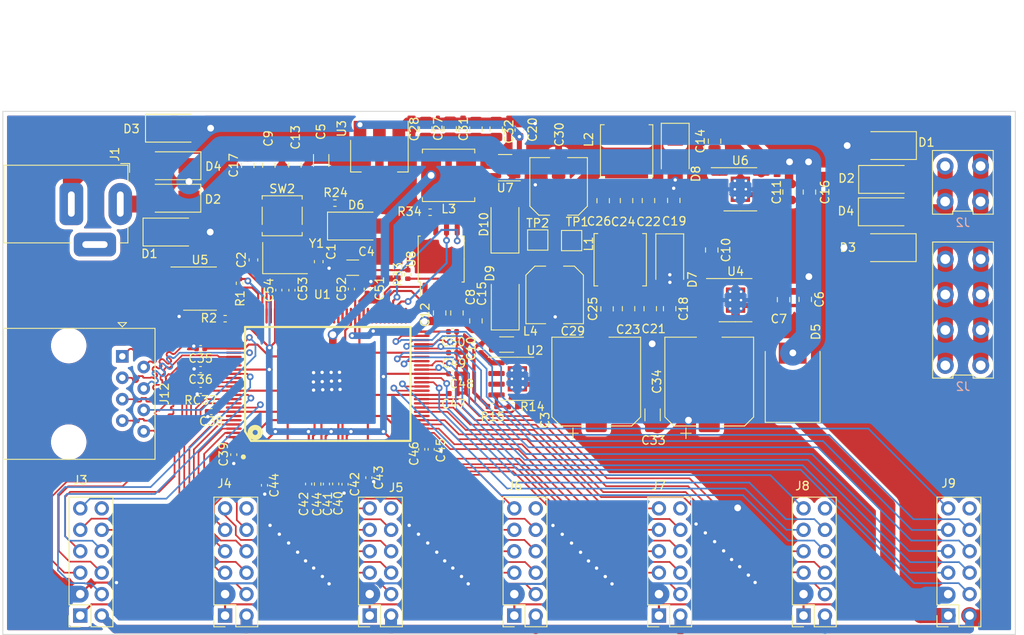
<source format=kicad_pcb>
(kicad_pcb (version 20201116) (generator pcbnew)
  (layers (0 "F.Cu" signal) (31 "B.Cu" signal) (34 "B.Paste" user) (35 "F.Paste" user) (36 "B.SilkS" user "B.Silkscreen") (37 "F.SilkS" user "F.Silkscreen") (38 "B.Mask" user) (39 "F.Mask" user) (44 "Edge.Cuts" user))
  (net 0 "")
  (net 1 "GND")
  (net 2 "Net-(C1-Pad1)")
  (net 3 "Net-(C2-Pad1)")
  (net 4 "/+5v")
  (net 5 "Net-(C13-Pad1)")
  (net 6 "Net-(C10-Pad1)")
  (net 7 "Net-(C18-Pad1)")
  (net 8 "Net-(C19-Pad1)")
  (net 9 "Net-(D1-Pad1)")
  (net 10 "Net-(D3-Pad1)")
  (net 11 "/+12v")
  (net 12 "Net-(D6-Pad1)")
  (net 13 "Net-(D7-Pad1)")
  (net 14 "Net-(D8-Pad1)")
  (net 15 "Net-(J2-Pad14)")
  (net 16 "Net-(J2-Pad13)")
  (net 17 "/P1_DN")
  (net 18 "/P1_DP")
  (net 19 "/P1_CN")
  (net 20 "/P1_CP")
  (net 21 "/P1_BN")
  (net 22 "/P1_BP")
  (net 23 "/P1_AN")
  (net 24 "/P1_AP")
  (net 25 "/P2_DN")
  (net 26 "/P2_DP")
  (net 27 "/P2_CN")
  (net 28 "/P2_CP")
  (net 29 "/P2_BN")
  (net 30 "/P2_BP")
  (net 31 "/P2_AN")
  (net 32 "/P2_AP")
  (net 33 "/P3_DN")
  (net 34 "/P3_DP")
  (net 35 "/P3_CN")
  (net 36 "/P3_CP")
  (net 37 "/P3_BN")
  (net 38 "/P3_BP")
  (net 39 "/P3_AN")
  (net 40 "/P3_AP")
  (net 41 "/P4_DN")
  (net 42 "/P4_DP")
  (net 43 "/P4_CN")
  (net 44 "/P4_CP")
  (net 45 "/P4_BN")
  (net 46 "/P4_BP")
  (net 47 "/P4_AN")
  (net 48 "/P4_AP")
  (net 49 "/P5_DN")
  (net 50 "/P5_DP")
  (net 51 "/P5_CN")
  (net 52 "/P5_CP")
  (net 53 "/P5_BN")
  (net 54 "/P5_BP")
  (net 55 "/P5_AN")
  (net 56 "/P5_AP")
  (net 57 "/P6_DN")
  (net 58 "/P6_DP")
  (net 59 "/P6_CN")
  (net 60 "/P6_CP")
  (net 61 "/P6_BN")
  (net 62 "/P6_BP")
  (net 63 "/P6_AN")
  (net 64 "/P6_AP")
  (net 65 "/P7_DN")
  (net 66 "/P7_DP")
  (net 67 "/P7_CN")
  (net 68 "/P7_CP")
  (net 69 "/P7_BN")
  (net 70 "/P7_BP")
  (net 71 "/P7_AN")
  (net 72 "/P7_AP")
  (net 73 "/P0_DN")
  (net 74 "/P0_DP")
  (net 75 "/P0_BN")
  (net 76 "/P0_CN")
  (net 77 "/P0_CP")
  (net 78 "/P0_BP")
  (net 79 "/P0_AN")
  (net 80 "/P0_AP")
  (net 81 "Net-(L3-Pad1)")
  (net 82 "<NO NET>")
  (net 83 "/switch/+1v")
  (net 84 "Net-(R13-Pad2)")
  (net 85 "/switch/nRESET")
  (net 86 "Net-(R33-Pad1)")
  (net 87 "Net-(R34-Pad1)")
  (net 88 "no_connect_126")
  (net 89 "/switch/SDA")
  (net 90 "/switch/SCK")
  (net 91 "Net-(U1-Pad94)")
  (net 92 "Net-(U1-Pad93)")
  (net 93 "Net-(U1-Pad91)")
  (net 94 "Net-(U1-Pad90)")
  (net 95 "Net-(U1-Pad89)")
  (net 96 "Net-(U1-Pad88)")
  (net 97 "Net-(U1-Pad87)")
  (net 98 "Net-(U1-Pad86)")
  (net 99 "Net-(U1-Pad85)")
  (net 100 "Net-(U1-Pad84)")
  (net 101 "Net-(U1-Pad83)")
  (net 102 "Net-(U1-Pad82)")
  (net 103 "Net-(U1-Pad81)")
  (net 104 "Net-(U1-Pad80)")
  (net 105 "Net-(U1-Pad79)")
  (net 106 "Net-(U1-Pad75)")
  (net 107 "Net-(U1-Pad74)")
  (net 108 "Net-(U1-Pad73)")
  (net 109 "Net-(U1-Pad72)")
  (net 110 "Net-(U1-Pad71)")
  (net 111 "/switch/SPI_CS")
  (net 112 "/switch/SPI_D0")
  (net 113 "/switch/SPI_D1")
  (net 114 "/switch/SPI_CLK")
  (net 115 "no_connect_128")
  (net 116 "no_connect_127")
  (footprint "Capacitor_SMD:C_0805_2012Metric" (layer "F.Cu") (at 117.91 44.97 -90)
    (fp_text reference "C7")
    (fp_text value "10u")
  )
  (footprint "Capacitor_SMD:C_0805_2012Metric" (layer "F.Cu") (at 79.2 46.55 90)
    (fp_text reference "C8")
    (fp_text value "22uf")
  )
  (footprint "Package_TO_SOT_SMD:TSOT-23-5" (layer "F.Cu") (at 84.9175 29.33 180)
    (fp_text reference "U7")
    (fp_text value "ADP2108AUJ-1.0")
  )
  (footprint "Capacitor_SMD:C_0402_1005Metric" (layer "F.Cu") (at 63.73 66.82 -90)
    (fp_text reference "C41")
    (fp_text value "0.1uf")
  )
  (footprint "Inductor_SMD:L_1206_3216Metric" (layer "F.Cu") (at 85.09 50.292)
    (fp_text reference "L4")
    (fp_text value "6.8uh")
  )
  (footprint "TestPoint:TestPoint_Pad_2.0x2.0mm" (layer "F.Cu") (at 92.79 37.97)
    (fp_text reference "TP1")
    (fp_text value "TestPoint")
  )
  (footprint "Capacitor_SMD:C_Elec_6.3x7.7" (layer "F.Cu") (at 90.78 44.41 -90)
    (fp_text reference "C29")
    (fp_text value "100uf")
  )
  (footprint "Capacitor_SMD:C_0603_1608Metric" (layer "F.Cu") (at 62.82 40.47 -90)
    (fp_text reference "C1")
    (fp_text value "pf")
  )
  (footprint "Resistor_SMD:R_0402_1005Metric" (layer "F.Cu") (at 73.38 41.98 90)
    (fp_text reference "R33")
    (fp_text value "1k")
  )
  (footprint "Capacitor_SMD:C_0805_2012Metric" (layer "F.Cu") (at 56.91 29.03 90)
    (fp_text reference "C9")
    (fp_text value "22uf")
  )
  (footprint "Capacitor_SMD:C_0805_2012Metric" (layer "F.Cu") (at 83.85 24.75 90)
    (fp_text reference "C32")
    (fp_text value "10uf")
  )
  (footprint "Capacitor_SMD:C_1206_3216Metric" (layer "F.Cu") (at 102.39 58.62 90)
    (fp_text reference "C33")
    (fp_text value "470uf")
  )
  (footprint "Capacitor_SMD:C_0402_1005Metric" (layer "F.Cu") (at 66.69 43.71 90)
    (fp_text reference "C52")
    (fp_text value "0.1uf")
  )
  (footprint "Capacitor_SMD:C_0402_1005Metric" (layer "F.Cu") (at 56.39 66.97 -90)
    (fp_text reference "C44")
    (fp_text value "0.1uf")
  )
  (footprint "Crystal:Crystal_SMD_5032-4Pin_5.0x3.2mm" (layer "F.Cu") (at 58.83 40.04)
    (fp_text reference "Y1")
    (fp_text value "25Mhz")
  )
  (footprint "Capacitor_SMD:C_1206_3216Metric" (layer "F.Cu") (at 66.85 41.18 180)
    (fp_text reference "C4")
    (fp_text value "100uf")
  )
  (footprint "Capacitor_SMD:C_0603_1608Metric" (layer "F.Cu") (at 55.08 40.26 90)
    (fp_text reference "C2")
    (fp_text value "pf")
  )
  (footprint "Capacitor_SMD:C_0805_2012Metric" (layer "F.Cu") (at 104.41 46.04 90)
    (fp_text reference "C18")
    (fp_text value "10u")
  )
  (footprint "Capacitor_SMD:C_0805_2012Metric" (layer "F.Cu") (at 99.3 33.23 90)
    (fp_text reference "C24")
    (fp_text value "10u")
  )
  (footprint "Capacitor_SMD:CP_Elec_10x10" (layer "F.Cu") (at 95.71 54.68 90)
    (fp_text reference "C3")
    (fp_text value "470uf")
  )
  (footprint "TestPoint:TestPoint_Pad_2.0x2.0mm" (layer "F.Cu") (at 88.775 37.905)
    (fp_text reference "TP2")
    (fp_text value "TestPoint")
  )
  (footprint "Capacitor_SMD:C_0402_1005Metric" (layer "F.Cu") (at 64.83 66.81 -90)
    (fp_text reference "C40")
    (fp_text value "0.1uf")
  )
  (footprint "Capacitor_SMD:C_0805_2012Metric" (layer "F.Cu") (at 118.56 32.21 -90)
    (fp_text reference "C11")
    (fp_text value "10u")
  )
  (footprint "Diode_SMD:D_SMA" (layer "F.Cu") (at 105.07 27.47 -90)
    (fp_text reference "D8")
    (fp_text value "1n5824")
  )
  (footprint "Package_SO:SOIC-8_3.9x4.9mm_P1.27mm" (layer "F.Cu") (at 48.75 43.66)
    (fp_text reference "U5")
    (fp_text value "M24C02-FMN")
  )
  (footprint "Capacitor_SMD:C_0805_2012Metric" (layer "F.Cu") (at 75.5 24.74 90)
    (fp_text reference "C28")
    (fp_text value "10uf")
  )
  (footprint "Connector_PinSocket_2.54mm:PinSocket_2x06_P2.54mm_Vertical" (layer "F.Cu") (at 103.14 82.41 180)
    (fp_text reference "J7")
    (fp_text value "Conn_01x11_Female")
  )
  (footprint "Capacitor_SMD:C_0402_1005Metric" (layer "F.Cu") (at 82.04 50.77 90)
    (fp_text reference "C10")
    (fp_text value "10n")
  )
  (footprint "Resistor_SMD:R_0402_1005Metric" (layer "F.Cu") (at 62.69 66.83 90)
    (fp_text reference "C44")
    (fp_text value "2.49k")
  )
  (footprint "Capacitor_SMD:C_0402_1005Metric" (layer "F.Cu") (at 48.830001 55.729999 180)
    (fp_text reference "RC37")
    (fp_text value "0.1uf")
  )
  (footprint "Resistor_SMD:R_0402_1005Metric" (layer "F.Cu") (at 64.74 33.53 180)
    (fp_text reference "R24")
    (fp_text value "10k")
  )
  (footprint "Connector_PinSocket_2.54mm:PinSocket_2x06_P2.54mm_Vertical" (layer "F.Cu") (at 86 82.41 180)
    (fp_text reference "J6")
    (fp_text value "Conn_01x11_Female")
  )
  (footprint "Capacitor_SMD:C_0402_1005Metric" (layer "F.Cu") (at 50.08 58.24 180)
    (fp_text reference "C38")
    (fp_text value "0.1uf")
  )
  (footprint "Resistor_SMD:R_0402_1005Metric" (layer "F.Cu") (at 51.73 47.23)
    (fp_text reference "R2")
    (fp_text value "4.7k")
  )
  (footprint "Capacitor_SMD:C_0805_2012Metric" (layer "F.Cu") (at 81.45 47.49 90)
    (fp_text reference "C15")
    (fp_text value "10uf")
  )
  (footprint "Connector_PinSocket_2.54mm:PinSocket_2x06_P2.54mm_Vertical" (layer "F.Cu") (at 120.28 82.41 180)
    (fp_text reference "J8")
    (fp_text value "Conn_01x11_Female")
  )
  (footprint "Diode_SMD:D_SMA" (layer "F.Cu") (at 130.18 34.56)
    (fp_text reference "D4")
    (fp_text value "D")
  )
  (footprint "Capacitor_SMD:C_0805_2012Metric" (layer "F.Cu") (at 104.9 33.21 90)
    (fp_text reference "C19")
    (fp_text value "10u")
  )
  (footprint "Capacitor_SMD:C_1206_3216Metric" (layer "F.Cu") (at 63.11 28.48 90)
    (fp_text reference "C5")
    (fp_text value "100uf")
  )
  (footprint "Inductor_SMD:L_Bourns_SRN6045TA" (layer "F.Cu") (at 78.21 30.24 180)
    (fp_text reference "L3")
    (fp_text value "1uh")
  )
  (footprint "Connector_RJ:RJ45_Amphenol_54602-x08_Horizontal" (layer "F.Cu") (at 39.54 51.69 -90)
    (fp_text reference "J12")
    (fp_text value "RJ45")
  )
  (footprint "Capacitor_SMD:C_0402_1005Metric" (layer "F.Cu") (at 78.69 53.75)
    (fp_text reference "C48")
    (fp_text value "0.1uf")
  )
  (footprint "Diode_SMD:D_SMA" (layer "F.Cu") (at 104.42 40.57 -90)
    (fp_text reference "D7")
    (fp_text value "1n5824")
  )
  (footprint "Diode_SMD:D_SMC" (layer "F.Cu") (at 118.99 54.71 90)
    (fp_text reference "D5")
    (fp_text value "D_SMC")
  )
  (footprint "Connector_PinSocket_2.54mm:PinSocket_2x06_P2.54mm_Vertical" (layer "F.Cu") (at 34.56 82.41 180)
    (fp_text reference "J3")
    (fp_text value "Conn_01x11_Female")
  )
  (footprint "Capacitor_SMD:C_0805_2012Metric" (layer "F.Cu") (at 78.39 24.72 90)
    (fp_text reference "C27")
    (fp_text value "10uf")
  )
  (footprint "Capacitor_SMD:C_0402_1005Metric" (layer "F.Cu") (at 78.78 56.1)
    (fp_text reference "C47")
    (fp_text value "0.1uf")
  )
  (footprint "Capacitor_SMD:C_0805_2012Metric" (layer "F.Cu") (at 77.15 46.55 90)
    (fp_text reference "C12")
    (fp_text value "10uf")
  )
  (footprint "Capacitor_SMD:C_0402_1005Metric" (layer "F.Cu") (at 48.82 50.77 180)
    (fp_text reference "C35")
    (fp_text value "0.1uf")
  )
  (footprint "Capacitor_SMD:C_0805_2012Metric" (layer "F.Cu") (at 96.99 46.06 90)
    (fp_text reference "C25")
    (fp_text value "10u")
  )
  (footprint "Diode_SMD:D_SMA" (layer "F.Cu") (at 130.22 38.81 180)
    (fp_text reference "D3")
    (fp_text value "D")
  )
  (footprint "Capacitor_SMD:C_0805_2012Metric" (layer "F.Cu") (at 99.54 46.04 90)
    (fp_text reference "C23")
    (fp_text value "10u")
  )
  (footprint "Diode_SMD:D_SMA" (layer "F.Cu") (at 130.25 26.71 180)
    (fp_text reference "D1")
    (fp_text value "D")
  )
  (footprint "Capacitor_SMD:C_0402_1005Metric" (layer "F.Cu") (at 78.68 48.76)
    (fp_text reference "C50")
    (fp_text value "0.1uf")
  )
  (footprint "Capacitor_SMD:C_0402_1005Metric" (layer "F.Cu") (at 58.09 43.84 90)
    (fp_text reference "C54")
    (fp_text value "0.1uf")
  )
  (footprint "Package_TO_SOT_SMD:SOT-223-3_TabPin2" (layer "F.Cu") (at 70.01 27.93 -90)
    (fp_text reference "U3")
    (fp_text value "AMS1117-3.3")
  )
  (footprint "Capacitor_SMD:C_0805_2012Metric" (layer "F.Cu") (at 109.4 39.09 -90)
    (fp_text reference "C10")
    (fp_text value "100n")
  )
  (footprint "Capacitor_SMD:C_0402_1005Metric" (layer "F.Cu") (at 68.57 43.71 90)
    (fp_text reference "C51")
    (fp_text value "0.1uf")
  )
  (footprint "Capacitor_SMD:C_0805_2012Metric" (layer "F.Cu") (at 102.11 46.04 90)
    (fp_text reference "C21")
    (fp_text value "10u")
  )
  (footprint "Inductor_SMD:L_Bourns_SRN6045TA" (layer "F.Cu") (at 98.55 40.24 -90)
    (fp_text reference "L1")
    (fp_text value "22uh")
  )
  (footprint "CM4IO:BarrelJack_Horizontal" (layer "F.Cu") (at 39.3 33.64)
    (fp_text reference "J1")
    (fp_text value "Barrel_Jack")
  )
  (footprint "Capacitor_SMD:C_0805_2012Metric" (layer "F.Cu") (at 101.9 33.23 90)
    (fp_text reference "C22")
    (fp_text value "10u")
  )
  (footprint "Diode_SMD:D_SMA" (layer "F.Cu") (at 45.69 24.65)
    (fp_text reference "D3")
    (fp_text value "D")
  )
  (footprint "Diode_SMD:D_SMA" (layer "F.Cu") (at 45.45 29.1 180)
    (fp_text reference "D4")
    (fp_text value "D")
  )
  (footprint "Capacitor_SMD:C_Elec_6.3x7.7" (layer "F.Cu") (at 91.25 31.55 90)
    (fp_text reference "C30")
    (fp_text value "100uf")
  )
  (footprint "Resistor_SMD:R_0402_1005Metric" (layer "F.Cu") (at 85.85 57.658)
    (fp_text reference "R14")
    (fp_text value "3k")
  )
  (footprint "Diode_SMD:D_SMA" (layer "F.Cu") (at 45.4 36.96)
    (fp_text reference "D1")
    (fp_text value "D")
  )
  (footprint "Capacitor_SMD:C_0805_2012Metric" (layer "F.Cu") (at 60 29.01 90)
    (fp_text reference "C13")
    (fp_text value "10uf")
  )
  (footprint "Capacitor_SMD:C_0603_1608Metric" (layer "F.Cu") (at 86.6 24.875 90)
    (fp_text reference "C20")
    (fp_text value "4.7uf")
  )
  (footprint "Capacitor_SMD:C_0402_1005Metric" (layer "F.Cu") (at 78.69 51.26)
    (fp_text reference "C49")
    (fp_text value "0.1uf")
  )
  (footprint "Package_SO:SOIC-8-1EP_3.9x4.9mm_P1.27mm_EP2.29x3mm_ThermalVias" (layer "F.Cu") (at 86.36 54.356)
    (fp_text reference "U2")
    (fp_text value "LM22676-ADJ")
  )
  (footprint "Diode_SMD:D_SMA" (layer "F.Cu") (at 84.89 36.05 90)
    (fp_text reference "D10")
    (fp_text value "D")
  )
  (footprint "Capacitor_SMD:C_0402_1005Metric" (layer "F.Cu") (at 65.94 66.85 -90)
    (fp_text reference "C42")
    (fp_text value "0.1uf")
  )
  (footprint "cm4_cluster:RTL8370" (layer "F.Cu") (at 63.99 54.96)
    (fp_text reference "U1")
    (fp_text value "RTL8370N")
  )
  (footprint "CM4IO:5557_connector" (layer "F.Cu") (at 139.16 31.23 90)
    (fp_text reference "J2")
    (fp_text value "Conn_02x12_Top_Bottom")
  )
  (footprint "Capacitor_SMD:C_0402_1005Metric" (layer "F.Cu") (at 52.75 63.34 -90)
    (fp_text reference "C39")
    (fp_text value "0.1uf")
  )
  (footprint "Diode_SMD:D_SMA" (layer "F.Cu") (at 84.92 45.16 90)
    (fp_text reference "D9")
    (fp_text value "D")
  )
  (footprint "Inductor_SMD:L_Bourns_SRN6045TA" (layer "F.Cu") (at 99.31 27.34 -90)
    (fp_text reference "L2")
    (fp_text value "22uh")
  )
  (footprint "Connector_PinSocket_2.54mm:PinSocket_2x06_P2.54mm_Vertical" (layer "F.Cu") (at 68.86 82.41 180)
    (fp_text reference "J5")
    (fp_text value "Conn_01x11_Female")
  )
  (footprint "Capacitor_SMD:C_0402_1005Metric" (layer "F.Cu") (at 48.82 53.26 180)
    (fp_text reference "C36")
    (fp_text value "0.1uf")
  )
  (footprint "Capacitor_SMD:C_0402_1005Metric" (layer "F.Cu") (at 59.64 43.85 90)
    (fp_text reference "C53")
    (fp_text value "0.1uf")
  )
  (footprint "Resistor_SMD:R_0402_1005Metric" (layer "F.Cu") (at 83.38 57.64)
    (fp_text reference "R15")
    (fp_text value "4.7k")
  )
  (footprint "Capacitor_SMD:CP_Elec_10x10" (layer "F.Cu") (at 109.1 54.68 90)
    (fp_text reference "C34")
    (fp_text value "470uf")
  )
  (footprint "Connector_PinSocket_2.54mm:PinSocket_2x06_P2.54mm_Vertical" (layer "F.Cu") (at 51.72 82.41 180)
    (fp_text reference "J4")
    (fp_text value "Conn_01x11_Female")
  )
  (footprint "Capacitor_SMD:C_0805_2012Metric" (layer "F.Cu") (at 54.41 29.06 90)
    (fp_text reference "C17")
    (fp_text value "10uf")
  )
  (footprint "Button_Switch_SMD:SW_SPST_TL3305A" (layer "F.Cu") (at 58.49 35.03)
    (fp_text reference "SW2")
    (fp_text value "SW_Push")
  )
  (footprint "Package_SO:SOIC-8-1EP_3.9x4.9mm_P1.27mm_EP2.29x3mm_ThermalVias" (layer "F.Cu") (at 112.22 45.03)
    (fp_text reference "U4")
    (fp_text value "LM22676-5.0")
  )
  (footprint "Capacitor_SMD:C_0805_2012Metric" (layer "F.Cu") (at 120.48 44.94 -90)
    (fp_text reference "C6")
    (fp_text value "10u")
  )
  (footprint "Capacitor_SMD:C_0805_2012Metric" (layer "F.Cu") (at 120.98 32.22 -90)
    (fp_text reference "C16")
    (fp_text value "10u")
  )
  (footprint "Capacitor_SMD:C_0805_2012Metric" (layer "F.Cu") (at 96.53 33.24 90)
    (fp_text reference "C26")
    (fp_text value "10u")
  )
  (footprint "Resistor_SMD:R_0402_1005Metric" (layer "F.Cu") (at 53.43 43.03 90)
    (fp_text reference "R1")
    (fp_text value "4.7k")
  )
  (footprint "Diode_SMD:D_SMA" (layer "F.Cu") (at 67.26 36.25)
    (fp_text reference "D6")
    (fp_text value "D")
  )
  (footprint "Resistor_SMD:R_0402_1005Metric" (layer "F.Cu") (at 76.02 34.61 180)
    (fp_text reference "R34")
    (fp_text value "1k")
  )
  (footprint "Capacitor_SMD:C_0402_1005Metric" (layer "F.Cu") (at 76.15 62.71 -90)
    (fp_text reference "C46")
    (fp_text value "0.1uf")
  )
  (footprint "Capacitor_SMD:C_0805_2012Metric" (layer "F.Cu") (at 81.45 24.75 90)
    (fp_text reference "C31")
    (fp_text value "10uf")
  )
  (footprint "Diode_SMD:D_SMA" (layer "F.Cu") (at 130.21 30.72)
    (fp_text reference "D2")
    (fp_text value "D")
  )
  (footprint "Capacitor_SMD:C_0402_1005Metric" (layer "F.Cu") (at 61.62 66.82 -90)
    (fp_text reference "C42")
    (fp_text value "0.1uf")
  )
  (footprint "Package_SO:SOIC-8-1EP_3.9x4.9mm_P1.27mm_EP2.29x3mm_ThermalVias" (layer "F.Cu") (at 112.79 31.89)
    (fp_text reference "U6")
    (fp_text value "LM22676-5.0")
  )
  (footprint "Diode_SMD:D_SMA" (layer "F.Cu") (at 45.44 32.95 180)
    (fp_text reference "D2")
    (fp_text value "D")
  )
  (footprint "Capacitor_SMD:C_0805_2012Metric" (layer "F.Cu") (at 109.73 26.19 90)
    (fp_text reference "C14")
    (fp_text value "100n")
  )
  (footprint "CM4IO:5557_connector" (layer "F.Cu") (at 139.18 29.67 90)
    (fp_text reference "J2")
    (fp_text value "Conn_02x12_Top_Bottom")
  )
  (footprint "Connector_PinSocket_2.54mm:PinSocket_2x06_P2.54mm_Vertical" (layer "F.Cu") (at 137.42 82.41 180)
    (fp_text reference "J9")
    (fp_text value "Conn_01x11_Female")
  )
  (footprint "Package_SO:SOIC-8_5.23x5.23mm_P1.27mm" (layer "F.Cu") (at 77.33 40.16 90)
    (fp_text reference "U8")
    (fp_text value "W25Q128JVS")
  )
  (footprint "Capacitor_SMD:C_0402_1005Metric" (layer "F.Cu") (at 75.03 62.71 -90)
    (fp_text reference "C45")
    (fp_text value "0.1uf")
  )
  (footprint "Capacitor_SMD:C_0402_1005Metric" (layer "F.Cu") (at 68.76 66.07 -90)
    (fp_text reference "C43")
    (fp_text value "0.1uf")
  )
  (gr_line (start 25.38 22.65) (end 145.38 22.65) (layer "Edge.Cuts") (width 0.1))
  (gr_line (start 145.38 22.65) (end 145.38 84.65) (layer "Edge.Cuts") (width 0.1))
  (gr_line (start 25.38 84.65) (end 25.38 22.65) (layer "Edge.Cuts") (width 0.1))
  (gr_line (start 145.38 84.65) (end 25.38 84.65) (layer "Edge.Cuts") (width 0.1))
  (segment (start 83.822 57.658) (end 83.88731 57.592689) (width 0.25) (layer "F.Cu") (net 0))
  (segment (start 83.885 56.261) (end 83.81969 56.326311) (width 0.2) (layer "F.Cu") (net 0))
  (segment (start 88.765639 52.335126) (end 88.865809 52.376618) (width 0.25) (layer "F.Cu") (net 0))
  (segment (start 85.314544 57.658) (end 85.327272 57.645272) (width 0.25) (layer "F.Cu") (net 0))
  (segment (start 109.73 27.14) (end 109.73 29.388328) (width 0.6) (layer "F.Cu") (net 0))
  (segment (start 110.315 29.985) (end 109.738258 29.408258) (width 0.6) (layer "F.Cu") (net 0))
  (segment (start 86.665 50.292) (end 88.824 52.451) (width 0.8) (layer "F.Cu") (net 0))
  (segment (start 109.745 43.125) (end 109.409385 42.789385) (width 0.6) (layer "F.Cu") (net 0))
  (segment (start 109.4 40.04) (end 109.4 42.766729) (width 0.6) (layer "F.Cu") (net 0))
  (segment (start 83.89 57.64) (end 83.908 57.658) (width 0.25) (layer "F.Cu") (net 0))
  (segment (start 83.908 57.658) (end 85.314544 57.658) (width 0.25) (layer "F.Cu") (net 0))
  (segment (start 82.04 51.25) (end 83.241 52.451) (width 0.6) (layer "F.Cu") (net 0))
  (segment (start 83.885 56.261) (end 83.885 57.598268) (width 0.4) (layer "F.Cu") (net 0))
  (segment (start 88.531107 52.158107) (end 88.602235 52.225943) (width 0.25) (layer "F.Cu") (net 0))
  (segment (start 88.602235 52.225943) (end 88.765639 52.335126) (width 0.25) (layer "F.Cu") (net 0))
  (segment (start 83.241 52.451) (end 83.885 52.451) (width 0.6) (layer "F.Cu") (net 0))
  (arc (start 83.840452 56.305548) (mid 83.826796 56.325986) (end 83.822 56.350095) (width 0.2) (layer "F.Cu") (net 0))
  (arc (start 82.948107 52.158107) (mid 83.27253 52.37488) (end 83.655213 52.451) (width 0.25) (layer "F.Cu") (net 0))
  (arc (start 83.866548 57.613452) (mid 83.880204 57.593014) (end 83.885 57.568905) (width 0.25) (layer "F.Cu") (net 0))
  (arc (start 83.885 57.568905) (mid 83.880204 57.593014) (end 83.866548 57.613453) (width 0.2) (layer "F.Cu") (net 0))
  (segment (start 47.69 24.65) (end 50.01 24.65) (width 1) (layer "F.Cu") (net 1))
  (segment (start 108.62 50.2) (end 103.04 50.2) (width 2) (layer "F.Cu") (net 1))
  (segment (start 88.56 29.33) (end 90.920955 29.33) (width 0.6) (layer "F.Cu") (net 1))
  (segment (start 80.25 56.1) (end 79.26 56.1) (width 0.25) (layer "F.Cu") (net 1))
  (segment (start 79.17 53.75) (end 79.17 51.26) (width 0.25) (layer "F.Cu") (net 1))
  (segment (start 85.71499 58.30301) (end 82.467219 58.30301) (width 0.25) (layer "F.Cu") (net 1))
  (segment (start 120.98 33.17) (end 125.064142 37.254142) (width 0.8) (layer "F.Cu") (net 1))
  (segment (start 62.326503 56.573497) (end 63.89 55.01) (width 0.25) (layer "F.Cu") (net 1))
  (segment (start 62.09 36.53) (end 64.045 38.485) (width 0.6) (layer "F.Cu") (net 1))
  (segment (start 104.41 45.09) (end 104.424142 45.075858) (width 0.25) (layer "F.Cu") (net 1))
  (segment (start 55.95 36.53) (end 54.89 36.53) (width 0.25) (layer "F.Cu") (net 1))
  (segment (start 34.56 79.87) (end 35.924999 78.505001) (width 0.25) (layer "F.Cu") (net 1))
  (segment (start 99.3 32.28) (end 99.314142 32.265858) (width 0.25) (layer "F.Cu") (net 1))
  (segment (start 95.73 51.31) (end 95.744142 51.295858) (width 0.25) (layer "F.Cu") (net 1))
  (segment (start 109.1 50.68) (end 112.22 47.56) (width 1) (layer "F.Cu") (net 1))
  (segment (start 89.585786 24.1) (end 91.25 25.764214) (width 0.8) (layer "F.Cu") (net 1))
  (segment (start 104.43 42.02) (end 104.415858 42.034142) (width 0.25) (layer "F.Cu") (net 1))
  (segment (start 115.265 32.525) (end 113.438689 32.525) (width 0.6) (layer "F.Cu") (net 1))
  (segment (start 106.64 59.26) (end 106.64 63.82) (width 1.8) (layer "F.Cu") (net 1))
  (segment (start 79.17 51.26) (end 79.17 48.774142) (width 0.25) (layer "F.Cu") (net 1))
  (segment (start 103.04 50.2) (end 102.34 50.2) (width 2) (layer "F.Cu") (net 1))
  (segment (start 55.08 39.485) (end 55.08 36.72367) (width 0.4) (layer "F.Cu") (net 1))
  (segment (start 86.94735 54.991) (end 86.370674 55.567676) (width 0.25) (layer "F.Cu") (net 1))
  (segment (start 80.51 45.6) (end 77.15 45.6) (width 0.8) (layer "F.Cu") (net 1))
  (segment (start 120.255 45.665) (end 120.48 45.89) (width 0.4) (layer "F.Cu") (net 1))
  (segment (start 65.94 67.33) (end 61.645987 67.33) (width 0.25) (layer "F.Cu") (net 1))
  (segment (start 54.41 28.11) (end 54.442835 28.077166) (width 0.25) (layer "F.Cu") (net 1))
  (segment (start 114.695 45.665) (end 112.868689 45.665) (width 0.6) (layer "F.Cu") (net 1))
  (segment (start 96.99 45.11) (end 97.004142 45.095858) (width 0.25) (layer "F.Cu") (net 1))
  (segment (start 120.48 45.89) (end 122.8 45.89) (width 0.8) (layer "F.Cu") (net 1))
  (segment (start 73.3 23.79) (end 72.31 24.78) (width 0.8) (layer "F.Cu") (net 1))
  (segment (start 102.39 57.145) (end 102.39 50.864294) (width 1) (layer "F.Cu") (net 1))
  (segment (start 104.41 45.09) (end 104.41 42.945987) (width 0.8) (layer "F.Cu") (net 1))
  (segment (start 96.53 32.29) (end 96.562835 32.257166) (width 0.25) (layer "F.Cu") (net 1))
  (segment (start 82.45301 58.30301) (end 80.25 56.1) (width 0.25) (layer "F.Cu") (net 1))
  (segment (start 62.140001 63.149999) (end 62.140001 61.143001) (width 0.25) (layer "F.Cu") (net 1))
  (segment (start 96.53 32.29) (end 104.874013 32.29) (width 0.8) (layer "F.Cu") (net 1))
  (segment (start 86.3 23.8) (end 83.85 23.8) (width 0.8) (layer "F.Cu") (net 1))
  (segment (start 104.43 42.02) (end 104.43 42.905858) (width 0.8) (layer "F.Cu") (net 1))
  (segment (start 104.9 32.26) (end 104.867165 32.292834) (width 0.25) (layer "F.Cu") (net 1))
  (segment (start 86.36 57.658) (end 86.36 54.356) (width 0.25) (layer "F.Cu") (net 1))
  (segment (start 86.36 57.658) (end 85.71499 58.30301) (width 0.25) (layer "F.Cu") (net 1))
  (segment (start 125.064142 37.254142) (end 125.064142 38.81) (width 0.8) (layer "F.Cu") (net 1))
  (segment (start 81.45 46.54) (end 80.51 45.6) (width 0.8) (layer "F.Cu") (net 1))
  (segment (start 79.235 43.76) (end 79.235 45.569013) (width 0.25) (layer "F.Cu") (net 1))
  (segment (start 88.835 54.991) (end 86.94735 54.991) (width 0.6) (layer "F.Cu") (net 1))
  (segment (start 109.1 50.68) (end 108.62 50.2) (width 2) (layer "F.Cu") (net 1))
  (segment (start 118.56 33.16) (end 117.925 32.525) (width 0.6) (layer "F.Cu") (net 1))
  (segment (start 62.140001 61.143001) (end 62.326503 60.956499) (width 0.25) (layer "F.Cu") (net 1))
  (segment (start 95.73 51.31) (end 91.377551 46.957551) (width 2) (layer "F.Cu") (net 1))
  (segment (start 61.055 27.005) (end 60 28.06) (width 0.8) (layer "F.Cu") (net 1))
  (segment (start 65.375 41.18) (end 66.69 42.495) (width 0.25) (layer "F.Cu") (net 1))
  (segment (start 54.41 28.11) (end 54.462632 28.057369) (width 0.25) (layer "F.Cu") (net 1))
  (segment (start 125.06 43.63) (end 125.06 38.815858) (width 0.8) (layer "F.Cu") (net 1))
  (segment (start 60 28.06) (end 56.938284 28.06) (width 0.8) (layer "F.Cu") (net 1))
  (segment (start 64.045 41.245) (end 65.313187 41.245) (width 0.6) (layer "F.Cu") (net 1))
  (segment (start 62.82 41.245) (end 60.689579 41.245) (width 0.25) (layer "F.Cu") (net 1))
  (segment (start 46.275 41.755) (end 46.275 45.565) (width 0.6) (layer "F.Cu") (net 1))
  (segment (start 75.5 23.79) (end 75.507071 23.797071) (width 0.25) (layer "F.Cu") (net 1))
  (segment (start 122.8 45.89) (end 125.06 43.63) (width 0.8) (layer "F.Cu") (net 1))
  (segment (start 86.055 29.33) (end 88.56 29.33) (width 0.6) (layer "F.Cu") (net 1))
  (segment (start 62.326503 60.956499) (end 62.326503 56.573497) (width 0.25) (layer "F.Cu") (net 1))
  (segment (start 64.045 38.485) (end 64.045 41.245) (width 0.6) (layer "F.Cu") (net 1))
  (segment (start 79.2 45.6) (end 79.237835 45.562164) (width 0.25) (layer "F.Cu") (net 1))
  (segment (start 55.525 39.04) (end 55.08 39.485) (width 0.25) (layer "F.Cu") (net 1))
  (segment (start 96.19 50.2) (end 95.71 50.68) (width 2) (layer "F.Cu") (net 1))
  (segment (start 75.03 63.19) (end 76.15 63.19) (width 0.25) (layer "F.Cu") (net 1))
  (segment (start 59.64 43.37) (end 59.64 41.88) (width 0.25) (layer "F.Cu") (net 1))
  (segment (start 114.695 45.665) (end 120.255 45.665) (width 0.4) (layer "F.Cu") (net 1))
  (segment (start 128.22 38.81) (end 125.064142 38.81) (width 1.8) (layer "F.Cu") (net 1))
  (segment (start 50.95 24.65) (end 54.41 28.11) (width 1) (layer "F.Cu") (net 1))
  (segment (start 62.82 41.245) (end 62.887254 41.177747) (width 0.25) (layer "F.Cu") (net 1))
  (segment (start 88.47 24.1) (end 89.585786 24.1) (width 0.8) (layer "F.Cu") (net 1))
  (segment (start 61.62 67.3) (end 61.652835 67.332834) (width 0.25) (layer "F.Cu") (net 1))
  (segment (start 76.15 63.19) (end 76.98 63.19) (width 0.25) (layer "F.Cu") (net 1))
  (segment (start 50.01 24.65) (end 50.95 24.65) (width 1) (layer "F.Cu") (net 1))
  (segment (start 82.867224 58.30301) (end 82.45301 58.30301) (width 0.25) (layer "F.Cu") (net 1))
  (segment (start 104.41 45.09) (end 104.395858 45.104142) (width 0.25) (layer "F.Cu") (net 1))
  (segment (start 112.22 47.56) (end 112.22 45.03) (width 1) (layer "F.Cu") (net 1))
  (segment (start 104.44 42.92) (end 104.432929 42.912929) (width 0.25) (layer "F.Cu") (net 1))
  (segment (start 59.64 41.88) (end 60.48 41.04) (width 0.25) (layer "F.Cu") (net 1))
  (segment (start 35.924999 78.505001) (end 38.848938 78.505001) (width 0.25) (layer "F.Cu") (net 1))
  (segment (start 62.09 36.53) (end 55.95 36.53) (width 0.25) (layer "F.Cu") (net 1))
  (segment (start 102.34 50.2) (end 96.19 50.2) (width 2) (layer "F.Cu") (net 1))
  (segment (start 88.490001 29.428994) (end 88.490001 31.36) (width 0.8) (layer "F.Cu") (net 1))
  (segment (start 62.82 41.245) (end 64.045 41.245) (width 0.6) (layer "F.Cu") (net 1))
  (segment (start 66.69 42.495) (end 66.69 43.23) (width 0.25) (layer "F.Cu") (net 1))
  (segment (start 56.91 28.08) (end 56.877165 28.112834) (width 0.25) (layer "F.Cu") (net 1))
  (segment (start 65.375 41.18) (end 65.307746 41.247253) (width 0.25) (layer "F.Cu") (net 1))
  (segment (start 86.6 24.1) (end 86.3 23.8) (width 0.8) (layer "F.Cu") (net 1))
  (segment (start 46.275 38.085) (end 47.4 36.96) (width 0.8) (layer "F.Cu") (net 1))
  (segment (start 96.99 45.11) (end 104.381716 45.11) (width 0.8) (layer "F.Cu") (net 1))
  (segment (start 46.275 41.755) (end 46.275 38.085) (width 0.8) (layer "F.Cu") (net 1))
  (segment (start 58.09 43.36) (end 59.625858 43.36) (width 0.25) (layer "F.Cu") (net 1))
  (segment (start 54.41 28.11) (end 56.884013 28.11) (width 0.8) (layer "F.Cu") (net 1))
  (segment (start 88.56 29.33) (end 88.487897 29.402104) (width 0.25) (layer "F.Cu") (net 1))
  (segment (start 106.64 63.82) (end 112.47 69.65) (width 1.8) (layer "F.Cu") (net 1))
  (segment (start 83.85 23.8) (end 83.817165 23.767166) (width 0.25) (layer "F.Cu") (net 1))
  (segment (start 75.5 23.79) (end 73.3 23.79) (width 0.8) (layer "F.Cu") (net 1))
  (segment (start 104.9 32.26) (end 104.9 29.642468) (width 0.8) (layer "F.Cu") (net 1))
  (segment (start 46.275 45.565) (end 46.275 46.962929) (width 0.25) (layer "F.Cu") (net 1))
  (segment (start 76.98 63.19) (end 77.32 62.85) (width 0.25) (layer "F.Cu") (net 1))
  (segment (start 83.85 23.8) (end 83.842929 23.792929) (width 0.25) (layer "F.Cu") (net 1))
  (segment (start 86.6 24.1) (end 88.47 24.1) (width 0.8) (layer "F.Cu") (net 1))
  (segment (start 128.25 26.71) (end 125.45 26.71) (width 1.8) (layer "F.Cu") (net 1))
  (segment (start 120.98 33.17) (end 118.574142 33.17) (width 0.6) (layer "F.Cu") (net 1))
  (segment (start 91.25 25.764214) (end 91.25 29.0125) (width 0.8) (layer "F.Cu") (net 1))
  (segment (start 75.5 23.79) (end 83.835858 23.79) (width 0.8) (layer "F.Cu") (net 1))
  (segment (start 79.235 43.76) (end 79.197165 43.797836) (width 0.25) (layer "F.Cu") (net 1))
  (segment (start 57.18 39.04) (end 55.525 39.04) (width 0.25) (layer "F.Cu") (net 1))
  (segment (start 51.225 43.025) (end 46.275 43.025) (width 0.25) (layer "F.Cu") (net 1))
  (segment (start 90.78 46.9475) (end 90.844823 47.012322) (width 0.25) (layer "F.Cu") (net 1))
  (segment (start 63.11 27.005) (end 61.055 27.005) (width 0.8) (layer "F.Cu") (net 1))
  (segment (start 79.26 56.1) (end 79.26 53.837971) (width 0.25) (layer "F.Cu") (net 1))
  (segment (start 60 28.06) (end 59.947368 28.112631) (width 0.25) (layer "F.Cu") (net 1))
  (segment (start 96.53 32.29) (end 96.537071 32.282929) (width 0.25) (layer "F.Cu") (net 1))
  (segment (start 47.4 36.96) (end 49.96 36.96) (width 1.8) (layer "F.Cu") (net 1))
  (segment (start 117.925 32.525) (end 115.265 32.525) (width 0.6) (layer "F.Cu") (net 1))
  (via (at 75.74 73.81) (size 0.8) (drill 0.4) (layers "F.Cu" "B.Cu") (net 1))
  (via (at 77.75 75.93) (size 0.8) (drill 0.4) (layers "F.Cu" "B.Cu") (net 1))
  (via (at 95.75 76.79) (size 0.8) (drill 0.4) (layers "F.Cu" "B.Cu") (net 1))
  (via (at 49.67 58.84) (size 0.8) (drill 0.4) (layers "F.Cu" "B.Cu") (net 1))
  (via (at 78.71 76.78) (size 0.8) (drill 0.4) (layers "F.Cu" "B.Cu") (net 1))
  (via (at 38.848938 78.505001) (size 0.8) (drill 0.4) (layers "F.Cu" "B.Cu") (net 1))
  (via (at 48.05 53.18) (size 0.8) (drill 0.4) (layers "F.Cu" "B.Cu") (net 1))
  (via (at 106.64 59.26) (size 1.2) (drill 0.8) (layers "F.Cu" "B.Cu") (net 1))
  (via (at 64.36 55.63) (size 0.8) (drill 0.4) (layers "F.Cu" "B.Cu") (net 1))
  (via (at 73.54 71.72) (size 0.8) (drill 0.4) (layers "F.Cu" "B.Cu") (net 1))
  (via (at 112.71 76.62) (size 0.8) (drill 0.4) (layers "F.Cu" "B.Cu") (net 1))
  (via (at 62.21 55.69) (size 0.8) (drill 0.4) (layers "F.Cu" "B.Cu") (net 1))
  (via (at 96.78 77.79) (size 0.8) (drill 0.4) (layers "F.Cu" "B.Cu") (net 1))
  (via (at 65.35 55.61) (size 0.8) (drill 0.4) (layers "F.Cu" "B.Cu") (net 1))
  (via (at 56.42 68.02) (size 0.8) (drill 0.4) (layers "F.Cu" "B.Cu") (net 1))
  (via (at 109.74 73.65) (size 0.8) (drill 0.4) (layers "F.Cu" "B.Cu") (net 1))
  (via (at 112.47 69.65) (size 1.2) (drill 0.8) (layers "F.Cu" "B.Cu") (net 1))
  (via (at 49.96 36.96) (size 1.2) (drill 0.8) (layers "F.Cu" "B.Cu") (net 1))
  (via (at 62.19 54.73) (size 0.8) (drill 0.4) (layers "F.Cu" "B.Cu") (net 1))
  (via (at 110.81 74.74) (size 0.8) (drill 0.4) (layers "F.Cu" "B.Cu") (net 1))
  (via (at 93.85 74.91) (size 0.8) (drill 0.4) (layers "F.Cu" "B.Cu") (net 1))
  (via (at 113.74 77.62) (size 0.8) (drill 0.4) (layers "F.Cu" "B.Cu") (net 1))
  (via (at 90.844823 47.012322) (size 0.8) (drill 0.4) (layers "F.Cu" "B.Cu") (net 1))
  (via (at 48.42 56.15) (size 0.8) (drill 0.4) (layers "F.Cu" "B.Cu") (net 1))
  (via (at 69.33 66.54) (size 0.8) (drill 0.4) (layers "F.Cu" "B.Cu") (net 1))
  (via (at 64.29 53.59) (size 0.8) (drill 0.4) (layers "F.Cu" "B.Cu") (net 1))
  (via (at 94.79 75.94) (size 0.8) (drill 0.4) (layers "F.Cu" "B.Cu") (net 1))
  (via (at 61.26 75.93) (size 0.8) (drill 0.4) (layers "F.Cu" "B.Cu") (net 1))
  (via (at 62.21 53.62) (size 0.8) (drill 0.4) (layers "F.Cu" "B.Cu") (net 1))
  (via (at 64.05 78.65) (size 0.8) (drill 0.4) (layers "F.Cu" "B.Cu") (net 1))
  (via (at 125.064142 38.81) (size 1.2) (drill 0.8) (layers "F.Cu" "B.Cu") (net 1))
  (via (at 74.64 72.77) (size 0.8) (drill 0.4) (layers "F.Cu" "B.Cu") (net 1))
  (via (at 90.58 71.73) (size 0.8) (drill 0.4) (layers "F.Cu" "B.Cu") (net 1))
  (via (at 63.23 54.69) (size 0.8) (drill 0.4) (layers "F.Cu" "B.Cu") (net 1))
  (via (at 88.490001 31.36) (size 0.8) (drill 0.4) (layers "F.Cu" "B.Cu") (net 1))
  (via (at 92.78 73.82) (size 0.8) (drill 0.4) (layers "F.Cu" "B.Cu") (net 1))
  (via (at 104.89 31.77) (size 0.8) (drill 0.4) (layers "F.Cu" "B.Cu") (net 1))
  (via (at 114.54 78.49) (size 0.8) (drill 0.4) (layers "F.Cu" "B.Cu") (net 1))
  (via (at 64.33 54.63) (size 0.8) (drill 0.4) (layers "F.Cu" "B.Cu") (net 1))
  (via (at 65.82 67.9) (size 0.8) (drill 0.4) (layers "F.Cu" "B.Cu") (net 1))
  (via (at 88.47 24.1) (size 0.8) (drill 0.4) (layers "F.Cu" "B.Cu") (net 1))
  (via (at 50.01 24.65) (size 1.2) (drill 0.8) (layers "F.Cu" "B.Cu") (net 1))
  (via (at 64.045 41.245) (size 0.8) (drill 0.4) (layers "F.Cu" "B.Cu") (net 1))
  (via (at 105.07 30.78) (size 0.8) (drill 0.4) (layers "F.Cu" "B.Cu") (net 1))
  (via (at 46.275 46.962929) (size 0.8) (drill 0.4) (layers "F.Cu" "B.Cu") (net 1))
  (via (at 125.45 26.71) (size 1.2) (drill 0.8) (layers "F.Cu" "B.Cu") (net 1))
  (via (at 104.44 42.92) (size 0.8) (drill 0.4) (layers "F.Cu" "B.Cu") (net 1))
  (via (at 107.54 71.56) (size 0.8) (drill 0.4) (layers "F.Cu" "B.Cu") (net 1))
  (via (at 97.58 78.66) (size 0.8) (drill 0.4) (layers "F.Cu" "B.Cu") (net 1))
  (via (at 63.22 53.59) (size 0.8) (drill 0.4) (layers "F.Cu" "B.Cu") (net 1))
  (via (at 104.43 42.02) (size 0.8) (drill 0.4) (layers "F.Cu" "B.Cu") (net 1))
  (via (at 57.05 71.72) (size 0.8) (drill 0.4) (layers "F.Cu" "B.Cu") (net 1))
  (via (at 52.75 64.39) (size 0.8) (drill 0.4) (layers "F.Cu" "B.Cu") (net 1))
  (via (at 58.15 72.77) (size 0.8) (drill 0.4) (layers "F.Cu" "B.Cu") (net 1))
  (via (at 91.68 72.78) (size 0.8) (drill 0.4) (layers "F.Cu" "B.Cu") (net 1))
  (via (at 111.75 75.77) (size 0.8) (drill 0.4) (layers "F.Cu" "B.Cu") (net 1))
  (via (at 69 42.83) (size 0.8) (drill 0.4) (layers "F.Cu" "B.Cu") (net 1))
  (via (at 79.74 77.78) (size 0.8) (drill 0.4) (layers "F.Cu" "B.Cu") (net 1))
  (via (at 62.22 76.78) (size 0.8) (drill 0.4) (layers "F.Cu" "B.Cu") (net 1))
  (via (at 80.54 78.65) (size 0.8) (drill 0.4) (layers "F.Cu" "B.Cu") (net 1))
  (via (at 65.28 53.58) (size 0.8) (drill 0.4) (layers "F.Cu" "B.Cu") (net 1))
  (via (at 65.3 54.58) (size 0.8) (drill 0.4) (layers "F.Cu" "B.Cu") (net 1))
  (via (at 59.25 73.81) (size 0.8) (drill 0.4) (layers "F.Cu" "B.Cu") (net 1))
  (via (at 76.81 74.9) (size 0.8) (drill 0.4) (layers "F.Cu" "B.Cu") (net 1))
  (via (at 77.32 62.85) (size 0.8) (drill 0.4) (layers "F.Cu" "B.Cu") (net 1))
  (via (at 60.32 74.9) (size 0.8) (drill 0.4) (layers "F.Cu" "B.Cu") (net 1))
  (via (at 63.3 55.65) (size 0.8) (drill 0.4) (layers "F.Cu" "B.Cu") (net 1))
  (via (at 102.34 50.2) (size 1.2) (drill 0.8) (layers "F.Cu" "B.Cu") (net 1))
  (via (at 63.25 77.78) (size 0.8) (drill 0.4) (layers "F.Cu" "B.Cu") (net 1))
  (via (at 108.64 72.61) (size 0.8) (drill 0.4) (layers "F.Cu" "B.Cu") (net 1))
  (via (at 48.01 50.48) (size 0.8) (drill 0.4) (layers "F.Cu" "B.Cu") (net 1))
  (arc (start 54.89 36.53) (mid 54.89 36.53) (end 54.89 36.53) (width 0.25) (layer "F.Cu") (net 1))
  (arc (start 83.828787 23.778787) (mid 83.819054 23.772284) (end 83.807574 23.77) (width 0.25) (layer "F.Cu") (net 1))
  (arc (start 61.641213 67.321213) (mid 61.650946 67.327716) (end 61.662426 67.33) (width 0.25) (layer "F.Cu") (net 1))
  (arc (start 61.662426 67.33) (mid 61.650945 67.327716) (end 61.641213 67.321213) (width 0.25) (layer "F.Cu") (net 1))
  (arc (start 96.537071 32.282929) (mid 96.540315 32.280761) (end 96.544142 32.28) (width 0.25) (layer "F.Cu") (net 1))
  (arc (start 79.26 53.877279) (mid 79.253149 53.842837) (end 79.23364 53.813639) (width 0.25) (layer "F.Cu") (net 1))
  (arc (start 79.17 48.774142) (mid 79.169239 48.770315) (end 79.167071 48.767071) (width 0.25) (layer "F.Cu") (net 1))
  (arc (start 104.381716 45.11) (mid 104.38937 45.108478) (end 104.395858 45.104142) (width 0.25) (layer "F.Cu") (net 1))
  (arc (start 104.878787 32.281213) (mid 104.869054 32.287716) (end 104.857574 32.29) (width 0.25) (layer "F.Cu") (net 1))
  (arc (start 59.625858 43.36) (mid 59.629685 43.360761) (end 59.632929 43.362929) (width 0.25) (layer "F.Cu") (net 1))
  (arc (start 79.210251 43.784749) (mid 79.202664 43.796103) (end 79.2 43.809497) (width 0.25) (layer "F.Cu") (net 1))
  (arc (start 95.744142 51.295858) (mid 95.75063 51.291523) (end 95.758284 51.29) (width 0.25) (layer "F.Cu") (net 1))
  (arc (start 104.878787 32.281213) (mid 104.869054 32.287716) (end 104.857574 32.29) (width 0.25) (layer "F.Cu") (net 1))
  (arc (start 91.660393 47.240393) (mid 91.33597 47.02362) (end 90.953287 46.9475) (width 0.25) (layer "F.Cu") (net 1))
  (arc (start 104.9 29.710416) (mid 104.91294 29.64536) (end 104.949792 29.590208) (width 0.25) (layer "F.Cu") (net 1))
  (arc (start 117.549376 45.665) (mid 117.64696 45.684411) (end 117.729688 45.739688) (width 0.25) (layer "F.Cu") (net 1))
  (arc (start 79.210251 43.784749) (mid 79.202664 43.796103) (end 79.2 43.809497) (width 0.25) (layer "F.Cu") (net 1))
  (arc (start 86.469542 55.666544) (mid 86.388469 55.54521) (end 86.36 55.402087) (width 0.25) (layer "F.Cu") (net 1))
  (arc (start 62.865962 41.199038) (mid 62.887049 41.184948) (end 62.911923 41.18) (width 0.25) (layer "F.Cu") (net 1))
  (arc (start 79.2 45.6) (mid 79.2 45.6) (end 79.2 45.6) (width 0.25) (layer "F.Cu") (net 1))
  (arc (start 79.235 45.550503) (mid 79.232336 45.563897) (end 79.224749 45.575252) (width 0.25) (layer "F.Cu") (net 1))
  (arc (start 46.275 41.755) (mid 46.275 41.755) (end 46.275 41.755) (width 0.25) (layer "F.Cu") (net 1))
  (arc (start 125.06 38.815858) (mid 125.060315 38.814273) (end 125.061213 38.812929) (width 0.25) (layer "F.Cu") (net 1))
  (arc (start 104.43 42.905858) (mid 104.430761 42.909685) (end 104.432929 42.912929) (width 0.25) (layer "F.Cu") (net 1))
  (arc (start 96.551213 32.268787) (mid 96.560946 32.262284) (end 96.572426 32.26) (width 0.25) (layer "F.Cu") (net 1))
  (arc (start 56.888787 28.101213) (mid 56.879054 28.107716) (end 56.867574 28.11) (width 0.25) (layer "F.Cu") (net 1))
  (arc (start 104.432929 42.912929) (mid 104.430761 42.909685) (end 104.43 42.905858) (width 0.25) (layer "F.Cu") (net 1))
  (arc (start 90.824194 46.991694) (mid 90.84447 47.005242) (end 90.868388 47.01) (width 0.25) (layer "F.Cu") (net 1))
  (arc (start 97.004142 45.095858) (mid 97.01063 45.091523) (end 97.018284 45.09) (width 0.25) (layer "F.Cu") (net 1))
  (arc (start 104.424142 45.075858) (mid 104.428477 45.06937) (end 104.43 45.061716) (width 0.25) (layer "F.Cu") (net 1))
  (arc (start 113.118026 45.665) (mid 112.875022 45.616664) (end 112.669013 45.479013) (width 0.25) (layer "F.Cu") (net 1))
  (arc (start 65.329038 41.225962) (mid 65.307951 41.240052) (end 65.283077 41.245) (width 0.25) (layer "F.Cu") (net 1))
  (arc (start 62.09 36.53) (mid 62.09 36.53) (end 62.09 36.53) (width 0.25) (layer "F.Cu") (net 1))
  (arc (start 83.842929 23.792929) (mid 83.839685 23.790761) (end 83.835858 23.79) (width 0.25) (layer "F.Cu") (net 1))
  (arc (start 56.867574 28.11) (mid 56.879055 28.107716) (end 56.888787 28.101213) (width 0.25) (layer "F.Cu") (net 1))
  (arc (start 83.835858 23.79) (mid 83.839685 23.790761) (end 83.842929 23.792929) (width 0.25) (layer "F.Cu") (net 1))
  (arc (start 90.868388 47.01) (mid 90.84447 47.005242) (end 90.824194 46.991694) (width 0.25) (layer "F.Cu") (net 1))
  (arc (start 62.865962 41.199038) (mid 62.887049 41.184948) (end 62.911923 41.18) (width 0.25) (layer "F.Cu") (net 1))
  (arc (start 104.41 42.962426) (mid 104.412284 42.950945) (end 104.418787 42.941213) (width 0.25) (layer "F.Cu") (net 1))
  (arc (start 104.432929 42.912929) (mid 104.430761 42.909685) (end 104.43 42.905858) (width 0.25) (layer "F.Cu") (net 1))
  (arc (start 54.89 36.53) (mid 54.89 36.53) (end 54.89 36.53) (width 0.25) (layer "F.Cu") (net 1))
  (arc (start 75.03 63.19) (mid 75.03 63.19) (end 75.03 63.19) (width 0.25) (layer "F.Cu") (net 1))
  (arc (start 65.283076 41.245) (mid 65.30795 41.240052) (end 65.329038 41.225962) (width 0.25) (layer "F.Cu") (net 1))
  (arc (start 88.510503 29.379497) (mid 88.495329 29.402206) (end 88.490001 29.428994) (width 0.25) (layer "F.Cu") (net 1))
  (arc (start 46.275 45.565) (mid 46.275 45.565) (end 46.275 45.565) (width 0.25) (layer "F.Cu") (net 1))
  (arc (start 55.08 36.798701) (mid 55.065537 36.725991) (end 55.02435 36.664351) (width 0.25) (layer "F.Cu") (net 1))
  (arc (start 79.224749 45.575251) (mid 79.232336 45.563897) (end 79.235 45.550503) (width 0.25) (layer "F.Cu") (net 1))
  (arc (start 102.39 51.119239) (mid 102.439478 50.870495) (end 102.580381 50.65962) (width 0.25) (layer "F.Cu") (net 1))
  (arc (start 95.758284 51.29) (mid 95.75063 51.291522) (end 95.744142 51.295858) (width 0.25) (layer "F.Cu") (net 1))
  (arc (start 104.395858 45.104142) (mid 104.38937 45.108477) (end 104.381716 45.11) (width 0.25) (layer "F.Cu") (net 1))
  (arc (start 77.15 45.6) (mid 77.15 45.6) (end 77.15 45.6) (width 0.25) (layer "F.Cu") (net 1))
  (arc (start 75.03 63.19) (mid 75.03 63.19) (end 75.03 63.19) (width 0.25) (layer "F.Cu") (net 1))
  (arc (start 60.769914 41.245) (mid 60.691464 41.229395) (end 60.624957 41.184957) (width 0.25) (layer "F.Cu") (net 1))
  (arc (start 75.507071 23.797071) (mid 75.510315 23.799239) (end 75.514142 23.8) (width 0.25) (layer "F.Cu") (net 1))
  (arc (start 54.89 36.53) (mid 54.89 36.53) (end 54.89 36.53) (width 0.25) (layer "F.Cu") (net 1))
  (arc (start 104.424142 45.075858) (mid 104.428477 45.06937) (end 104.43 45.061716) (width 0.25) (layer "F.Cu") (net 1))
  (arc (start 79.2 45.6) (mid 79.2 45.6) (end 79.2 45.6) (width 0.25) (layer "F.Cu") (net 1))
  (arc (start 113.688026 32.525) (mid 113.445022 32.476664) (end 113.239013 32.339013) (width 0.25) (layer "F.Cu") (net 1))
  (arc (start 104.878787 32.281213) (mid 104.869054 32.287716) (end 104.857574 32.29) (width 0.25) (layer "F.Cu") (net 1))
  (arc (start 56.888787 28.101213) (mid 56.879054 28.107716) (end 56.867574 28.11) (width 0.25) (layer "F.Cu") (net 1))
  (arc (start 104.424142 45.075858) (mid 104.428477 45.06937) (end 104.43 45.061716) (width 0.25) (layer "F.Cu") (net 1))
  (arc (start 79.224749 45.575251) (mid 79.232336 45.563897) (end 79.235 45.550503) (width 0.25) (layer "F.Cu") (net 1))
  (arc (start 56.938284 28.06) (mid 56.93063 28.061522) (end 56.924142 28.065858) (width 0.25) (layer "F.Cu") (net 1))
  (arc (start 104.415858 42.034142) (mid 104.411523 42.04063) (end 104.41 42.048284) (width 0.25) (layer "F.Cu") (net 1))
  (arc (start 54.431213 28.088787) (mid 54.440946 28.082284) (end 54.452426 28.08) (width 0.25) (layer "F.Cu") (net 1))
  (arc (start 76.15 63.19) (mid 76.15 63.19) (end 76.15 63.19) (width 0.25) (layer "F.Cu") (net 1))
  (arc (start 88.490001 31.359999) (mid 88.490001 31.359999) (end 88.490001 31.36) (width 0.25) (layer "F.Cu") (net 1))
  (arc (start 104.415858 42.034142) (mid 104.411523 42.04063) (end 104.41 42.048284) (width 0.25) (layer "F.Cu") (net 1))
  (arc (start 90.800987 29.33) (mid 90.922489 29.305832) (end 91.025493 29.237006) (width 0.25) (layer "F.Cu") (net 1))
  (arc (start 65.329038 41.225962) (mid 65.307951 41.240052) (end 65.283077 41.245) (width 0.25) (layer "F.Cu") (net 1))
  (arc (start 54.445355 28.074645) (mid 54.461576 28.063806) (end 54.48071 28.06) (width 0.25) (layer "F.Cu") (net 1))
  (arc (start 118.574142 33.17) (mid 118.570315 33.169239) (end 118.567071 33.167071) (width 0.25) (layer "F.Cu") (net 1))
  (arc (start 96.551213 32.268787) (mid 96.560946 32.262284) (end 96.572426 32.26) (width 0.25) (layer "F.Cu") (net 1))
  (arc (start 77.15 45.6) (mid 77.15 45.6) (end 77.15 45.6) (width 0.25) (layer "F.Cu") (net 1))
  (arc (start 59.964645 28.095355) (mid 59.948424 28.106194) (end 59.92929 28.11) (width 0.25) (layer "F.Cu") (net 1))
  (arc (start 99.314142 32.265858) (mid 99.32063 32.261523) (end 99.328284 32.26) (width 0.25) (layer "F.Cu") (net 1))
  (arc (start 62.09 36.53) (mid 62.09 36.53) (end 62.09 36.53) (width 0.25) (layer "F.Cu") (net 1))
  (arc (start 104.857574 32.29) (mid 104.869055 32.287716) (end 104.878787 32.281213) (width 0.25) (layer "F.Cu") (net 1))
  (segment (start 70.14 78.59) (end 72.38 78.59) (width 0.25) (layer "B.Cu") (net 1))
  (segment (start 123.951716 78.59) (end 118.62 78.59) (width 0.25) (layer "B.Cu") (net 1))
  (segment (start 106.71 78.6) (end 102.064142 78.6) (width 0.25) (layer "B.Cu") (net 1))
  (segment (start 67.025356 78.575355) (end 67.033079 78.583078) (width 0.25) (layer "B.Cu") (net 1))
  (segment (start 68.86 79.87) (end 65.4 79.87) (width 2.5) (layer "B.Cu") (net 1))
  (segment (start 99.61 79.85) (end 99.63 79.87) (width 2.5) (layer "B.Cu") (net 1))
  (segment (start 120.21 79.82) (end 120.22 79.81) (width 2.5) (layer "B.Cu") (net 1))
  (segment (start 34.56 79.87) (end 31.02 79.87) (width 2) (layer "B.Cu") (net 1))
  (segment (start 70.14 78.59) (end 67.036278 78.59) (width 0.25) (layer "B.Cu") (net 1))
  (segment (start 51.72 79.87) (end 47.86 79.87) (width 2.5) (layer "B.Cu") (net 1))
  (segment (start 49.554213 78.59) (end 55.44 78.59) (width 0.25) (layer "B.Cu") (net 1))
  (segment (start 117.32 79.82) (end 120.21 79.82) (width 2.5) (layer "B.Cu") (net 1))
  (segment (start 134.81 79.99) (end 137.3 79.99) (width 2) (layer "B.Cu") (net 1))
  (segment (start 84.784142 78.66) (end 89.8 78.66) (width 0.25) (layer "B.Cu") (net 1))
  (segment (start 67.033079 78.583078) (end 67.036516 78.583344) (width 0.25) (layer "B.Cu") (net 1))
  (segment (start 67.036516 78.583344) (end 67.03852 78.588183) (width 0.25) (layer "B.Cu") (net 1))
  (segment (start 102.057071 78.602929) (end 102.059142 78.600858) (width 0.25) (layer "B.Cu") (net 1))
  (segment (start 83.574142 79.87) (end 84.784142 78.66) (width 0.25) (layer "B.Cu") (net 1))
  (segment (start 67.03852 78.588183) (end 67.036674 78.590338) (width 0.25) (layer "B.Cu") (net 1))
  (segment (start 83.567071 79.867071) (end 83.569142 79.869142) (width 0.25) (layer "B.Cu") (net 1))
  (segment (start 99.63 79.87) (end 103.14 79.87) (width 2.5) (layer "B.Cu") (net 1))
  (segment (start 42.71 56.76) (end 41.19 56.76) (width 0.25) (layer "B.Cu") (net 1))
  (segment (start 86 79.87) (end 83.574142 79.87) (width 2.5) (layer "B.Cu") (net 1))
  (segment (start 123.98 78.57) (end 123.965858 78.584142) (width 0.25) (layer "B.Cu") (net 1))
  (arc (start 83.574142 79.87) (mid 83.570315 79.869239) (end 83.567071 79.867071) (width 0.25) (layer "B.Cu") (net 1))
  (arc (start 83.569142 79.869142) (mid 83.570092 79.869777) (end 83.571213 79.87) (width 0.25) (layer "B.Cu") (net 1))
  (arc (start 48.847107 78.882893) (mid 49.17153 78.66612) (end 49.554213 78.59) (width 0.25) (layer "B.Cu") (net 1))
  (arc (start 102.064142 78.6) (mid 102.060315 78.600761) (end 102.057071 78.602929) (width 0.25) (layer "B.Cu") (net 1))
  (arc (start 102.059142 78.600858) (mid 102.060092 78.600223) (end 102.061213 78.6) (width 0.25) (layer "B.Cu") (net 1))
  (arc (start 67.060711 78.59) (mid 67.041577 78.586194) (end 67.025356 78.575355) (width 0.25) (layer "B.Cu") (net 1))
  (arc (start 123.965858 78.584142) (mid 123.95937 78.588477) (end 123.951716 78.59) (width 0.25) (layer "B.Cu") (net 1))
  (segment (start 57.140001 46.869998) (end 57.140001 43.159999) (width 0.25) (layer "F.Cu") (net 2))
  (segment (start 57.140001 43.159999) (end 59.16 41.14) (width 0.25) (layer "F.Cu") (net 2))
  (segment (start 59.16 41.14) (end 59.16 39.621838) (width 0.25) (layer "F.Cu") (net 2))
  (segment (start 59.16 39.621838) (end 59.741838 39.04) (width 0.25) (layer "F.Cu") (net 2))
  (segment (start 62.82 39.695) (end 62.175252 39.050252) (width 0.25) (layer "F.Cu") (net 2))
  (segment (start 60.48 39.04) (end 62.150503 39.04) (width 0.25) (layer "F.Cu") (net 2))
  (segment (start 59.741838 39.04) (end 60.48 39.04) (width 0.25) (layer "F.Cu") (net 2))
  (segment (start 56.639999 46.869998) (end 56.639999 41.589864) (width 0.25) (layer "F.Cu") (net 3))
  (segment (start 55.085 41.04) (end 55.08 41.035) (width 0.25) (layer "F.Cu") (net 3))
  (segment (start 57.18 41.04) (end 55.085 41.04) (width 0.25) (layer "F.Cu") (net 3))
  (segment (start 57.18 41.04) (end 57.169393 41.029393) (width 0.25) (layer "F.Cu") (net 3))
  (segment (start 57.18 41.04) (end 56.646977 41.573023) (width 0.25) (layer "F.Cu") (net 3))
  (arc (start 57.169393 41.029393) (mid 57.164527 41.026142) (end 57.158787 41.025) (width 0.25) (layer "F.Cu") (net 3))
  (arc (start 56.798162 41.421838) (mid 56.681105 41.597027) (end 56.64 41.803676) (width 0.25) (layer "F.Cu") (net 3))
  (arc (start 56.639999 41.803677) (mid 56.681104 41.597028) (end 56.798162 41.421839) (width 0.25) (layer "F.Cu") (net 3))
  (segment (start 84.89 38.05) (end 81.968124 38.05) (width 2) (layer "F.Cu") (net 4))
  (segment (start 100.975 58.68) (end 95.71 58.68) (width 1) (layer "F.Cu") (net 4))
  (segment (start 71.4 84.01) (end 54.09 84.01) (width 1) (layer "F.Cu") (net 4))
  (segment (start 81.911066 38.107058) (end 81.968124 38.05) (width 2) (layer "F.Cu") (net 4))
  (segment (start 105.68 82.41) (end 105.68 83.963722) (width 1.4) (layer "F.Cu") (net 4))
  (segment (start 81.911066 44.151066) (end 81.911066 38.107058) (width 2) (layer "F.Cu") (net 4))
  (segment (start 143.52 65.414213) (end 143.52 82.69) (width 2) (layer "F.Cu") (net 4))
  (segment (start 108.16 54.59) (end 121.294013 54.59) (width 2) (layer "F.Cu") (net 4))
  (segment (start 84.92 47.16) (end 81.911066 44.151066) (width 2) (layer "F.Cu") (net 4))
  (segment (start 102.947893 59.802107) (end 102.876765 59.869943) (width 0.25) (layer "F.Cu") (net 4))
  (segment (start 86.055 28.38) (end 86.6 27.835) (width 0.6) (layer "F.Cu") (net 4))
  (segment (start 71.39 82.42) (end 71.4 82.41) (width 1.4) (layer "F.Cu") (net 4))
  (segment (start 92.585 53.085) (end 93.515 54.015) (width 2) (layer "F.Cu") (net 4))
  (segment (start 123.4 84.01) (end 105.73 84.01) (width 1) (layer "F.Cu") (net 4))
  (segment (start 71.39 83.84) (end 71.39 82.42) (width 1.4) (layer "F.Cu") (net 4))
  (segment (start 102.876765 59.869943) (end 102.713361 59.979126) (width 0.25) (layer "F.Cu") (net 4))
  (segment (start 84.415183 31.915183) (end 84.419817 31.915183) (width 0.25) (layer "F.Cu") (net 4))
  (segment (start 143.52 82.69) (end 140.24 82.69) (width 2) (layer "F.Cu") (net 4))
  (segment (start 104.21 58.54) (end 102.947893 59.802107) (width 2) (layer "F.Cu") (net 4))
  (segment (start 95.73 56.23) (end 95.73 56.92) (width 2) (layer "F.Cu") (net 4))
  (segment (start 88.835 53.721) (end 91.935268 53.721) (width 0.6) (layer "F.Cu") (net 4))
  (segment (start 139.95 82.41) (end 139.95 84.01) (width 1) (layer "F.Cu") (net 4))
  (segment (start 102.39 60.095) (end 100.975 58.68) (width 1) (layer "F.Cu") (net 4))
  (segment (start 133.394106 54.874106) (end 143.509949 64.989949) (width 2) (layer "F.Cu") (net 4))
  (segment (start 88.54 82.41) (end 88.54 83.89043) (width 1.4) (layer "F.Cu") (net 4))
  (segment (start 86.6 27.835) (end 86.6 25.65) (width 0.6) (layer "F.Cu") (net 4))
  (segment (start 122.82 82.41) (end 122.82 83.418529) (width 1.4) (layer "F.Cu") (net 4))
  (segment (start 38.7 84.01) (end 37.1 82.41) (width 1) (layer "F.Cu") (net 4))
  (segment (start 102.713361 59.979126) (end 102.531797 60.054332) (width 0.25) (layer "F.Cu") (net 4))
  (segment (start 84.419817 31.915183) (end 86.055 30.28) (width 0.6) (layer "F.Cu") (net 4))
  (segment (start 105.73 84.01) (end 88.66 84.01) (width 1) (layer "F.Cu") (net 4))
  (segment (start 84.967071 28.382929) (end 84.907534 28.442467) (width 0.25) (layer "F.Cu") (net 4))
  (segment (start 92.871716 53.42) (end 93.486716 54.035) (width 0.4) (layer "F.Cu") (net 4))
  (segment (start 84.92 47.16) (end 86.66 47.16) (width 2) (layer "F.Cu") (net 4))
  (segment (start 54.26 82.41) (end 54.26 83.837532) (width 1.4) (layer "F.Cu") (net 4))
  (segment (start 88.66 84.01) (end 71.4 84.01) (width 1) (layer "F.Cu") (net 4))
  (segment (start 139.96 84.01) (end 123.4 84.01) (width 1) (layer "F.Cu") (net 4))
  (segment (start 81.968124 33.411876) (end 83.464817 31.915183) (width 0.6) (layer "F.Cu") (net 4))
  (segment (start 84.91 29.7975) (end 85.387155 30.274655) (width 0.25) (layer "F.Cu") (net 4))
  (segment (start 86.66 47.16) (end 92.585 53.085) (width 2) (layer "F.Cu") (net 4))
  (segment (start 86.055 28.38) (end 84.974142 28.38) (width 0.25) (layer "F.Cu") (net 4))
  (segment (start 54.09 84.01) (end 38.7 84.01) (width 1) (layer "F.Cu") (net 4))
  (segment (start 102.531797 60.054332) (end 102.387616 60.083011) (width 0.25) (layer "F.Cu") (net 4))
  (segment (start 83.464817 31.915183) (end 84.415183 31.915183) (width 0.6) (layer "F.Cu") (net 4))
  (segment (start 84.91 28.463639) (end 84.91 29.7975) (width 0.25) (layer "F.Cu") (net 4))
  (segment (start 121.298787 54.581213) (end 133.087004 54.581213) (width 2) (layer "F.Cu") (net 4))
  (segment (start 140.24 82.69) (end 139.96 82.41) (width 2) (layer "F.Cu") (net 4))
  (segment (start 93.515 54.015) (end 95.73 56.23) (width 2) (layer "F.Cu") (net 4))
  (segment (start 104.21 58.54) (end 108.16 54.59) (width 2) (layer "F.Cu") (net 4))
  (segment (start 95.73 56.92) (end 95.73 59.31) (width 2) (layer "F.Cu") (net 4))
  (segment (start 81.968124 38.05) (end 81.968124 33.411876) (width 0.6) (layer "F.Cu") (net 4))
  (via (at 67.71 24.24) (size 0.8) (drill 0.6) (layers "F.Cu" "B.Cu") (net 4))
  (via (at 86.6 25.65) (size 0.8) (drill 0.4) (layers "F.Cu" "B.Cu") (net 4))
  (arc (start 84.926716 28.423284) (mid 84.914345 28.441799) (end 84.91 28.463639) (width 0.25) (layer "F.Cu") (net 4))
  (arc (start 85.251179 30.138679) (mid 85.407713 30.243272) (end 85.592358 30.28) (width 0.25) (layer "F.Cu") (net 4))
  (arc (start 105.68 83.939289) (mid 105.683806 83.958423) (end 105.694645 83.974644) (width 0.25) (layer "F.Cu") (net 4))
  (arc (start 84.974142 28.38) (mid 84.970315 28.380761) (end 84.967071 28.382929) (width 0.25) (layer "F.Cu") (net 4))
  (arc (start 95.411802 59.535) (mid 95.497906 59.517873) (end 95.570901 59.469099) (width 0.25) (layer "F.Cu") (net 4))
  (arc (start 93.486716 54.035) (mid 93.49437 54.033478) (end 93.500858 54.029142) (width 0.25) (layer "F.Cu") (net 4))
  (arc (start 140.35598 82.69) (mid 140.248829 82.668686) (end 140.15799 82.60799) (width 0.25) (layer "F.Cu") (net 4))
  (arc (start 132.686999 54.581213) (mid 133.069682 54.657333) (end 133.394106 54.874106) (width 0.25) (layer "F.Cu") (net 4))
  (arc (start 71.4 82.41) (mid 71.4 82.41) (end 71.4 82.41) (width 0.25) (layer "F.Cu") (net 4))
  (arc (start 122.82 83.189756) (mid 122.86415 83.411712) (end 122.989878 83.599878) (width 0.25) (layer "F.Cu") (net 4))
  (arc (start 91.68556 53.721) (mid 91.928947 53.672587) (end 92.13528 53.53472) (width 0.25) (layer "F.Cu") (net 4))
  (arc (start 88.54 83.840294) (mid 88.549134 83.886216) (end 88.575147 83.925147) (width 0.25) (layer "F.Cu") (net 4))
  (arc (start 143.227107 64.707107) (mid 143.44388 65.03153) (end 143.52 65.414213) (width 0.25) (layer "F.Cu") (net 4))
  (arc (start 121.277574 54.59) (mid 121.289055 54.587716) (end 121.298787 54.581213) (width 0.25) (layer "F.Cu") (net 4))
  (segment (start 38.7 84.01) (end 37.1 82.41) (width 1) (layer "B.Cu") (net 4))
  (segment (start 88.54 82.41) (end 88.54 83.752659) (width 1.4) (layer "B.Cu") (net 4))
  (segment (start 85.19 24.24) (end 86.6 25.65) (width 1) (layer "B.Cu") (net 4))
  (segment (start 53.7 84.01) (end 38.7 84.01) (width 1) (layer "B.Cu") (net 4))
  (segment (start 71.4 82.41) (end 71.4 83.667671) (width 1.4) (layer "B.Cu") (net 4))
  (segment (start 139.96 82.41) (end 139.96 84) (width 1) (layer "B.Cu") (net 4))
  (segment (start 139.95 84.01) (end 122.96 84.01) (width 1) (layer "B.Cu") (net 4))
  (segment (start 71.07 84.01) (end 53.7 84.01) (width 1) (layer "B.Cu") (net 4))
  (segment (start 122.82 82.41) (end 122.82 83.869291) (width 1.4) (layer "B.Cu") (net 4))
  (segment (start 88.79 84.01) (end 71.07 84.01) (width 1) (layer "B.Cu") (net 4))
  (segment (start 122.96 84.01) (end 106.18 84.01) (width 1) (layer "B.Cu") (net 4))
  (segment (start 67.71 24.24) (end 85.19 24.24) (width 1) (layer "B.Cu") (net 4))
  (segment (start 139.96 84) (end 139.95 84.01) (width 1) (layer "B.Cu") (net 4))
  (segment (start 105.68 82.41) (end 105.68 83.50174) (width 1.4) (layer "B.Cu") (net 4))
  (segment (start 106.18 84.01) (end 88.79 84.01) (width 1) (layer "B.Cu") (net 4))
  (segment (start 54.26 82.41) (end 54.26 83.43933) (width 1.4) (layer "B.Cu") (net 4))
  (arc (start 71.4 83.54331) (mid 71.37488 83.669596) (end 71.303345 83.776655) (width 0.25) (layer "B.Cu") (net 4))
  (arc (start 88.54 83.656447) (mid 88.55903 83.752118) (end 88.613223 83.833224) (width 0.25) (layer "B.Cu") (net 4))
  (arc (start 122.82 83.81201) (mid 122.830657 83.865586) (end 122.861005 83.911005) (width 0.25) (layer "B.Cu") (net 4))
  (arc (start 105.68 83.302893) (mid 105.71806 83.494235) (end 105.826447 83.656446) (width 0.25) (layer "B.Cu") (net 4))
  (segment (start 68.885 29.955) (end 70.01 31.08) (width 0.6) (layer "F.Cu") (net 5))
  (segment (start 70.01 31.08) (end 70.01 24.78) (width 1) (layer "F.Cu") (net 5))
  (segment (start 54.41 30.01) (end 63.058563 30.01) (width 0.6) (layer "F.Cu") (net 5))
  (segment (start 63.11 29.955) (end 68.885 29.955) (width 0.6) (layer "F.Cu") (net 5))
  (segment (start 69.26 36.25) (end 69.26 31.848346) (width 0.8) (layer "F.Cu") (net 5))
  (arc (start 70.01 24.78) (mid 70.01 24.78) (end 70.01 24.78) (width 0.25) (layer "F.Cu") (net 5))
  (arc (start 68.470786 29.955) (mid 68.853469 30.03112) (end 69.177893 30.247893) (width 0.25) (layer "F.Cu") (net 5))
  (arc (start 69.26 32.14066) (mid 69.31709 31.853647) (end 69.47967 31.61033) (width 0.25) (layer "F.Cu") (net 5))
  (arc (start 70.01 24.78) (mid 70.01 24.78) (end 70.01 24.78) (width 0.25) (layer "F.Cu") (net 5))
  (arc (start 70.01 31.08) (mid 70.01 31.08) (end 70.01 31.08) (width 0.25) (layer "F.Cu") (net 5))
  (arc (start 63.032218 30.01) (mid 63.053266 30.005813) (end 63.071109 29.993891) (width 0.25) (layer "F.Cu") (net 5))
  (segment (start 120.965 31.255) (end 120.98 31.27) (width 0.6) (layer "F.Cu") (net 6))
  (segment (start 47.44 32.95) (end 47.44 30.98) (width 1.8) (layer "F.Cu") (net 6))
  (segment (start 128.18 34.56) (end 128.18 30.745987) (width 1.8) (layer "F.Cu") (net 6))
  (segment (start 115.265 31.255) (end 120.965 31.255) (width 0.6) (layer "F.Cu") (net 6))
  (segment (start 118.62 28.64) (end 118.557609 28.702392) (width 0.25) (layer "F.Cu") (net 6))
  (segment (start 114.695 44.395) (end 117.535 44.395) (width 0.8) (layer "F.Cu") (net 6))
  (segment (start 128.21 30.72) (end 128.202929 30.727071) (width 0.25) (layer "F.Cu") (net 6))
  (segment (start 128.21 30.72) (end 128.177166 30.752835) (width 0.25) (layer "F.Cu") (net 6))
  (segment (start 47.45 29.1) (end 47.442929 29.107071) (width 0.25) (layer "F.Cu") (net 6))
  (segment (start 118.56 31.07) (end 118.56 28.696615) (width 1) (layer "F.Cu") (net 6))
  (segment (start 120.98 30.3) (end 120.98 28.75) (width 1) (layer "F.Cu") (net 6))
  (segment (start 117.535 44.395) (end 117.91 44.02) (width 0.8) (layer "F.Cu") (net 6))
  (segment (start 47.44 32.95) (end 47.447071 32.942929) (width 0.25) (layer "F.Cu") (net 6))
  (segment (start 128.2 34.57) (end 128.207071 34.562929) (width 0.25) (layer "F.Cu") (net 6))
  (segment (start 120.48 43.99) (end 117.935987 43.99) (width 0.8) (layer "F.Cu") (net 6))
  (segment (start 120.98 28.75) (end 120.87 28.64) (width 1) (layer "F.Cu") (net 6))
  (segment (start 128.21 30.72) (end 121.405074 30.72) (width 1.8) (layer "F.Cu") (net 6))
  (segment (start 120.48 43.99) (end 120.91 43.56) (width 0.8) (layer "F.Cu") (net 6))
  (segment (start 120.48 43.99) (end 120.447165 44.022834) (width 0.25) (layer "F.Cu") (net 6))
  (segment (start 117.91 44.02) (end 117.942835 43.987166) (width 0.25) (layer "F.Cu") (net 6))
  (segment (start 47.44 30.98) (end 47.44 29.114142) (width 1.8) (layer "F.Cu") (net 6))
  (segment (start 120.91 43.56) (end 120.91 42.24) (width 0.8) (layer "F.Cu") (net 6))
  (segment (start 120.98 31.27) (end 120.98 30.3) (width 1) (layer "F.Cu") (net 6))
  (segment (start 128.18 34.56) (end 128.212834 34.527165) (width 0.25) (layer "F.Cu") (net 6))
  (via (at 118.62 28.64) (size 1.2) (drill 0.8) (layers "F.Cu" "B.Cu") (net 6))
  (via (at 47.44 30.98) (size 1.2) (drill 0.8) (layers "F.Cu" "B.Cu") (net 6))
  (via (at 120.87 28.64) (size 1.2) (drill 0.8) (layers "F.Cu" "B.Cu") (net 6))
  (via (at 120.91 42.24) (size 1.2) (drill 0.8) (layers "F.Cu" "B.Cu") (net 6))
  (via (at 119.01 51.28) (size 1.2) (drill 0.8) (layers "F.Cu" "B.Cu") (net 6))
  (arc (start 117.931213 43.998787) (mid 117.940946 43.992284) (end 117.952426 43.99) (width 0.25) (layer "F.Cu") (net 6))
  (arc (start 121.02 28.852132) (mid 121.008582 28.794729) (end 120.976066 28.746066) (width 0.25) (layer "F.Cu") (net 6))
  (arc (start 47.447071 32.942929) (mid 47.449239 32.939685) (end 47.45 32.935858) (width 0.25) (layer "F.Cu") (net 6))
  (arc (start 47.447071 32.942929) (mid 47.449239 32.939685) (end 47.45 32.935858) (width 0.25) (layer "F.Cu") (net 6))
  (arc (start 118.577574 28.682426) (mid 118.564568 28.701891) (end 118.560001 28.724852) (width 0.25) (layer "F.Cu") (net 6))
  (arc (start 47.442929 29.107071) (mid 47.440761 29.110315) (end 47.44 29.114142) (width 0.25) (layer "F.Cu") (net 6))
  (arc (start 118.56 28.724853) (mid 118.564567 28.701892) (end 118.577574 28.682427) (width 0.25) (layer "F.Cu") (net 6))
  (arc (start 120.458787 44.011213) (mid 120.449054 44.017716) (end 120.437574 44.02) (width 0.25) (layer "F.Cu") (net 6))
  (arc (start 128.18 30.762426) (mid 128.182284 30.750945) (end 128.188787 30.741213) (width 0.25) (layer "F.Cu") (net 6))
  (arc (start 117.37967 44.395) (mid 117.523176 44.366455) (end 117.644835 44.285165) (width 0.25) (layer "F.Cu") (net 6))
  (arc (start 128.202929 30.727071) (mid 128.200761 30.730315) (end 128.2 30.734142) (width 0.25) (layer "F.Cu") (net 6))
  (arc (start 128.201213 34.538787) (mid 128.207716 34.529054) (end 128.21 34.517574) (width 0.25) (layer "F.Cu") (net 6))
  (arc (start 121.57397 30.72) (mid 121.413243 30.688029) (end 121.276985 30.596985) (width 0.25) (layer "F.Cu") (net 6))
  (arc (start 117.952426 43.99) (mid 117.940945 43.992284) (end 117.931213 43.998787) (width 0.25) (layer "F.Cu") (net 6))
  (arc (start 47.44 29.114142) (mid 47.440761 29.110315) (end 47.442929 29.107071) (width 0.25) (layer "F.Cu") (net 6))
  (arc (start 128.207071 34.562929) (mid 128.209239 34.559685) (end 128.21 34.555858) (width 0.25) (layer "F.Cu") (net 6))
  (arc (start 128.207071 34.562929) (mid 128.209239 34.559685) (end 128.21 34.555858) (width 0.25) (layer "F.Cu") (net 6))
  (arc (start 128.207071 34.562929) (mid 128.209239 34.559685) (end 128.21 34.555858) (width 0.25) (layer "F.Cu") (net 6))
  (arc (start 128.188787 30.741213) (mid 128.182284 30.750946) (end 128.18 30.762426) (width 0.25) (layer "F.Cu") (net 6))
  (arc (start 128.202929 30.727071) (mid 128.200761 30.730315) (end 128.2 30.734142) (width 0.25) (layer "F.Cu") (net 6))
  (arc (start 128.201213 34.538787) (mid 128.207716 34.529054) (end 128.21 34.517574) (width 0.25) (layer "F.Cu") (net 6))
  (arc (start 117.931213 43.998787) (mid 117.940946 43.992284) (end 117.952426 43.99) (width 0.25) (layer "F.Cu") (net 6))
  (arc (start 120.458787 44.011213) (mid 120.449054 44.017716) (end 120.437574 44.02) (width 0.25) (layer "F.Cu") (net 6))
  (arc (start 118.29837 31.255) (mid 118.369166 31.240918) (end 118.429185 31.200815) (width 0.25) (layer "F.Cu") (net 6))
  (arc (start 128.188787 30.741213) (mid 128.182284 30.750946) (end 128.18 30.762426) (width 0.25) (layer "F.Cu") (net 6))
  (arc (start 128.202929 30.727071) (mid 128.200761 30.730315) (end 128.2 30.734142) (width 0.25) (layer "F.Cu") (net 6))
  (arc (start 47.442929 29.107071) (mid 47.440761 29.110315) (end 47.44 29.114142) (width 0.25) (layer "F.Cu") (net 6))
  (segment (start 83.045791 27.1) (end 84.585791 28.64) (width 3) (layer "B.Cu") (net 6))
  (segment (start 119.01 51.28) (end 119 51.29) (width 3) (layer "B.Cu") (net 6))
  (segment (start 120.87 28.64) (end 120.87 49.42) (width 3) (layer "B.Cu") (net 6))
  (segment (start 51.734213 27.1) (end 83.045791 27.1) (width 3) (layer "B.Cu") (net 6))
  (segment (start 120.021472 28.64) (end 120.87 28.64) (width 3) (layer "B.Cu") (net 6))
  (segment (start 47.44 30.98) (end 51.32 27.1) (width 3) (layer "B.Cu") (net 6))
  (segment (start 120.87 49.42) (end 119.01 51.28) (width 3) (layer "B.Cu") (net 6))
  (segment (start 84.585791 28.64) (end 120.021472 28.64) (width 3) (layer "B.Cu") (net 6))
  (segment (start 96.99 47.01) (end 99.511716 47.01) (width 0.8) (layer "F.Cu") (net 7))
  (segment (start 109.745 46.935) (end 104.461437 46.935) (width 0.8) (layer "F.Cu") (net 7))
  (segment (start 95.9175 47.01) (end 90.78 41.8725) (width 1) (layer "F.Cu") (net 7))
  (segment (start 104.41 46.99) (end 102.11 46.99) (width 0.8) (layer "F.Cu") (net 7))
  (segment (start 99.54 46.99) (end 102.11 46.99) (width 0.8) (layer "F.Cu") (net 7))
  (segment (start 92.79 37.97) (end 92.79 41.707924) (width 0.8) (layer "F.Cu") (net 7))
  (segment (start 98.55 42.315) (end 92.195 42.315) (width 2) (layer "F.Cu") (net 7))
  (segment (start 84.92 43.16) (end 86.2075 41.8725) (width 1.8) (layer "F.Cu") (net 7))
  (segment (start 96.99 47.01) (end 95.9175 47.01) (width 1) (layer "F.Cu") (net 7))
  (segment (start 92.195 42.315) (end 91.228469 42.315) (width 2) (layer "F.Cu") (net 7))
  (segment (start 86.2075 41.8725) (end 90.78 41.8725) (width 1.8) (layer "F.Cu") (net 7))
  (arc (start 99.54 46.99) (mid 99.54 46.99) (end 99.54 46.99) (width 0.25) (layer "F.Cu") (net 7))
  (arc (start 102.11 46.99) (mid 102.11 46.99) (end 102.11 46.99) (width 0.25) (layer "F.Cu") (net 7))
  (arc (start 102.11 46.99) (mid 102.11 46.99) (end 102.11 46.99) (width 0.25) (layer "F.Cu") (net 7))
  (arc (start 102.11 46.99) (mid 102.11 46.99) (end 102.11 46.99) (width 0.25) (layer "F.Cu") (net 7))
  (arc (start 109.667218 46.99) (mid 109.688266 46.985813) (end 109.706109 46.973891) (width 0.25) (layer "F.Cu") (net 7))
  (arc (start 104.41 46.99) (mid 104.41 46.99) (end 104.41 46.99) (width 0.25) (layer "F.Cu") (net 7))
  (arc (start 102.11 46.99) (mid 102.11 46.99) (end 102.11 46.99) (width 0.25) (layer "F.Cu") (net 7))
  (arc (start 92.79 41.473543) (mid 92.744708 41.70124) (end 92.615729 41.894272) (width 0.25) (layer "F.Cu") (net 7))
  (arc (start 104.487782 46.935) (mid 104.466734 46.939187) (end 104.448891 46.951109) (width 0.25) (layer "F.Cu") (net 7))
  (arc (start 99.511716 47.01) (mid 99.51937 47.008478) (end 99.525858 47.004142) (width 0.25) (layer "F.Cu") (net 7))
  (arc (start 99.54 46.99) (mid 99.54 46.99) (end 99.54 46.99) (width 0.25) (layer "F.Cu") (net 7))
  (arc (start 91.40579 42.315) (mid 91.236453 42.281317) (end 91.092895 42.185395) (width 0.25) (layer "F.Cu") (net 7))
  (segment (start 96.53 34.19) (end 96.537071 34.182929) (width 0.25) (layer "F.Cu") (net 8))
  (segment (start 104.9 34.16) (end 104.867165 34.192834) (width 0.25) (layer "F.Cu") (net 8))
  (segment (start 88.775 37.905) (end 88.775 34.248974) (width 1.2) (layer "F.Cu") (net 8))
  (segment (start 110.315 33.795) (end 109.95 34.16) (width 0.8) (layer "F.Cu") (net 8))
  (segment (start 91.25 34.0875) (end 91.324527 34.162026) (width 0.25) (layer "F.Cu") (net 8))
  (segment (start 104.9 34.16) (end 96.555987 34.16) (width 0.8) (layer "F.Cu") (net 8))
  (segment (start 96.53 34.19) (end 91.351117 34.19) (width 0.8) (layer "F.Cu") (net 8))
  (segment (start 109.95 34.16) (end 104.9 34.16) (width 0.8) (layer "F.Cu") (net 8))
  (segment (start 84.89 34.05) (end 88.97 34.05) (width 1.8) (layer "F.Cu") (net 8))
  (segment (start 91.25 34.0875) (end 95.912449 29.425051) (width 1.8) (layer "F.Cu") (net 8))
  (segment (start 99.31 29.415) (end 95.936709 29.415) (width 1.8) (layer "F.Cu") (net 8))
  (segment (start 96.53 34.19) (end 96.562835 34.157166) (width 0.25) (layer "F.Cu") (net 8))
  (segment (start 88.97 34.05) (end 91.216489 34.05) (width 1.8) (layer "F.Cu") (net 8))
  (segment (start 104.9 34.16) (end 104.885858 34.174142) (width 0.25) (layer "F.Cu") (net 8))
  (arc (start 96.551213 34.168787) (mid 96.560946 34.162284) (end 96.572426 34.16) (width 0.25) (layer "F.Cu") (net 8))
  (arc (start 91.394957 34.19) (mid 91.355732 34.182198) (end 91.322479 34.159978) (width 0.25) (layer "F.Cu") (net 8))
  (arc (start 104.885858 34.174142) (mid 104.87937 34.178477) (end 104.871716 34.18) (width 0.25) (layer "F.Cu") (net 8))
  (arc (start 91.196967 34.05) (mid 91.211318 34.052855) (end 91.223484 34.060983) (width 0.25) (layer "F.Cu") (net 8))
  (arc (start 96.336714 29.415) (mid 95.954031 29.49112) (end 95.629607 29.707893) (width 0.25) (layer "F.Cu") (net 8))
  (arc (start 91.301265 34.138765) (mid 91.324786 34.154481) (end 91.35253 34.16) (width 0.25) (layer "F.Cu") (net 8))
  (arc (start 104.878787 34.181213) (mid 104.869054 34.187716) (end 104.857574 34.19) (width 0.25) (layer "F.Cu") (net 8))
  (arc (start 96.551213 34.168787) (mid 96.560946 34.162284) (end 96.572426 34.16) (width 0.25) (layer "F.Cu") (net 8))
  (arc (start 96.572426 34.16) (mid 96.560945 34.162284) (end 96.551213 34.168787) (width 0.25) (layer "F.Cu") (net 8))
  (arc (start 101.9 34.18) (mid 101.9 34.18) (end 101.9 34.18) (width 0.25) (layer "F.Cu") (net 8))
  (arc (start 104.878787 34.181213) (mid 104.869054 34.187716) (end 104.857574 34.19) (width 0.25) (layer "F.Cu") (net 8))
  (arc (start 88.775 34.325772) (mid 88.789843 34.251149) (end 88.832114 34.187886) (width 0.25) (layer "F.Cu") (net 8))
  (arc (start 104.878787 34.181213) (mid 104.869054 34.187716) (end 104.857574 34.19) (width 0.25) (layer "F.Cu") (net 8))
  (arc (start 96.537071 34.182929) (mid 96.540315 34.180761) (end 96.544142 34.18) (width 0.25) (layer "F.Cu") (net 8))
  (arc (start 104.878787 34.181213) (mid 104.869054 34.187716) (end 104.857574 34.19) (width 0.25) (layer "F.Cu") (net 8))
  (arc (start 95.629607 29.707893) (mid 95.95403 29.49112) (end 96.336713 29.415) (width 0.25) (layer "F.Cu") (net 8))
  (segment (start 43.44 32.95) (end 43.397205 32.992796) (width 0.25) (layer "F.Cu") (net 9))
  (segment (start 43.4 36.96) (end 43.442795 36.917204) (width 0.25) (layer "F.Cu") (net 9))
  (segment (start 43.44 32.95) (end 43.44 36.923955) (width 1.8) (layer "F.Cu") (net 9))
  (segment (start 39.3 33.64) (end 42.734089 33.64) (width 2) (layer "F.Cu") (net 9))
  (arc (start 43.428284 36.931716) (mid 43.436955 36.918739) (end 43.44 36.903432) (width 0.25) (layer "F.Cu") (net 9))
  (arc (start 42.464193 33.64) (mid 42.728245 33.587477) (end 42.952097 33.437904) (width 0.25) (layer "F.Cu") (net 9))
  (arc (start 43.44 36.903431) (mid 43.436955 36.918738) (end 43.428284 36.931715) (width 0.25) (layer "F.Cu") (net 9))
  (arc (start 43.411716 32.978284) (mid 43.403045 32.991261) (end 43.4 33.006568) (width 0.25) (layer "F.Cu") (net 9))
  (segment (start 43.69 24.65) (end 43.454758 24.885242) (width 0.25) (layer "F.Cu") (net 10))
  (segment (start 43.45 29.1) (end 43.45 26.61) (width 1.8) (layer "F.Cu") (net 10))
  (segment (start 33.5 33.64) (end 33.5 30.85) (width 2) (layer "F.Cu") (net 10))
  (segment (start 43.45 26.61) (end 43.45 24.896723) (width 1.8) (layer "F.Cu") (net 10))
  (segment (start 33.5 30.85) (end 37.74 26.61) (width 2) (layer "F.Cu") (net 10))
  (segment (start 37.74 26.61) (end 43.45 26.61) (width 2) (layer "F.Cu") (net 10))
  (arc (start 43.45 24.989411) (mid 43.468269 24.897567) (end 43.520294 24.819705) (width 0.25) (layer "F.Cu") (net 10))
  (arc (start 43.520294 24.819706) (mid 43.468269 24.897567) (end 43.45 24.989411) (width 0.25) (layer "F.Cu") (net 10))
  (segment (start 86 82.41) (end 86 81.126225) (width 0.25) (layer "F.Cu") (net 11))
  (segment (start 130.26 78.52) (end 132.73 80.99) (width 1.8) (layer "F.Cu") (net 11))
  (segment (start 120.28 82.41) (end 120.28 81.136545) (width 0.25) (layer "F.Cu") (net 11))
  (segment (start 51.821924 81.081924) (end 35.888076 81.081924) (width 0.25) (layer "F.Cu") (net 11))
  (segment (start 51.72 82.41) (end 51.72 81.182435) (width 0.25) (layer "F.Cu") (net 11))
  (segment (start 118.99 58.11) (end 109.23 58.11) (width 2) (layer "F.Cu") (net 11))
  (segment (start 68.731924 81.081924) (end 51.821924 81.081924) (width 0.25) (layer "F.Cu") (net 11))
  (segment (start 86.048076 81.081924) (end 68.731924 81.081924) (width 0.25) (layer "F.Cu") (net 11))
  (segment (start 118.99 58.11) (end 130.26 69.38) (width 1.8) (layer "F.Cu") (net 11))
  (segment (start 68.86 82.41) (end 68.86 81.093848) (width 0.25) (layer "F.Cu") (net 11))
  (segment (start 130.26 69.38) (end 130.26 78.52) (width 1.8) (layer "F.Cu") (net 11))
  (segment (start 132.73 80.99) (end 132.600098 81.119902) (width 0.25) (layer "F.Cu") (net 11))
  (segment (start 132.638076 81.081924) (end 120.221924 81.081924) (width 0.25) (layer "F.Cu") (net 11))
  (segment (start 108.05 59.29) (end 109.219949 58.120051) (width 0.25) (layer "F.Cu") (net 11))
  (segment (start 103.141924 81.081924) (end 103.140564 81.083284) (width 0.25) (layer "F.Cu") (net 11))
  (segment (start 120.221924 81.081924) (end 103.141924 81.081924) (width 0.25) (layer "F.Cu") (net 11))
  (segment (start 132.73 80.99) (end 134.15 82.41) (width 1.8) (layer "F.Cu") (net 11))
  (segment (start 103.141924 81.081924) (end 86.048076 81.081924) (width 0.25) (layer "F.Cu") (net 11))
  (segment (start 35.888076 81.081924) (end 34.56 82.41) (width 0.25) (layer "F.Cu") (net 11))
  (segment (start 103.14 82.41) (end 103.14 81.084645) (width 0.25) (layer "F.Cu") (net 11))
  (segment (start 103.14 82.41) (end 103.14136 82.40864) (width 0.25) (layer "F.Cu") (net 11))
  (segment (start 134.15 82.41) (end 137.42 82.41) (width 1.8) (layer "F.Cu") (net 11))
  (arc (start 86 81.149914) (mid 86.00366 81.131516) (end 86.014081 81.115919) (width 0.25) (layer "F.Cu") (net 11))
  (arc (start 103.14136 82.40864) (mid 103.141777 82.408016) (end 103.141923 82.40728) (width 0.25) (layer "F.Cu") (net 11))
  (arc (start 103.14 81.084645) (mid 103.140146 81.083909) (end 103.140564 81.083285) (width 0.25) (layer "F.Cu") (net 11))
  (arc (start 134.154142 82.41) (mid 134.150315 82.409239) (end 134.147071 82.407071) (width 0.25) (layer "F.Cu") (net 11))
  (arc (start 109.644214 58.11) (mid 109.261531 58.18612) (end 108.937107 58.402893) (width 0.25) (layer "F.Cu") (net 11))
  (arc (start 108.937107 58.402893) (mid 109.26153 58.18612) (end 109.644213 58.11) (width 0.25) (layer "F.Cu") (net 11))
  (arc (start 103.140564 81.083284) (mid 103.140147 81.083908) (end 103.140001 81.084644) (width 0.25) (layer "F.Cu") (net 11))
  (arc (start 103.14136 82.40864) (mid 103.141777 82.408016) (end 103.141923 82.40728) (width 0.25) (layer "F.Cu") (net 11))
  (arc (start 120.28 81.164056) (mid 120.275579 81.141831) (end 120.26299 81.12299) (width 0.25) (layer "F.Cu") (net 11))
  (segment (start 65.26 36.25) (end 65.26 33.544142) (width 0.25) (layer "F.Cu") (net 12))
  (arc (start 65.26 33.544142) (mid 65.259239 33.540315) (end 65.257071 33.537071) (width 0.25) (layer "F.Cu") (net 12))
  (segment (start 112.112893 38.432893) (end 114.695 41.015) (width 1) (layer "F.Cu") (net 13))
  (segment (start 111.82 38.14) (end 112.112893 38.432893) (width 1) (layer "F.Cu") (net 13))
  (segment (start 98.55 38.165) (end 103.997953 38.165) (width 1.2) (layer "F.Cu") (net 13))
  (segment (start 109.4 38.14) (end 111.82 38.14) (width 1) (layer "F.Cu") (net 13))
  (segment (start 109.25 38.13) (end 104.865867 38.13) (width 1) (layer "F.Cu") (net 13))
  (segment (start 114.695 41.015) (end 114.695 43.125) (width 1) (layer "F.Cu") (net 13))
  (arc (start 103.847244 38.165) (mid 104.002231 38.195829) (end 104.133622 38.283622) (width 0.25) (layer "F.Cu") (net 13))
  (arc (start 105.042254 38.13) (mid 104.873873 38.163493) (end 104.731127 38.258873) (width 0.25) (layer "F.Cu") (net 13))
  (segment (start 115.265 29.985) (end 115.265 27.659214) (width 1) (layer "F.Cu") (net 14))
  (segment (start 105.07 25.47) (end 105.286112 25.253888) (width 0.25) (layer "F.Cu") (net 14))
  (segment (start 109.36 25.25) (end 105.295494 25.25) (width 1) (layer "F.Cu") (net 14))
  (segment (start 115.265 27.659214) (end 112.845786 25.24) (width 1) (layer "F.Cu") (net 14))
  (segment (start 112.845786 25.24) (end 109.73 25.24) (width 1) (layer "F.Cu") (net 14))
  (segment (start 99.31 25.265) (end 104.860421 25.265) (width 1) (layer "F.Cu") (net 14))
  (arc (start 105.381127 25.25) (mid 105.296937 25.266747) (end 105.225564 25.314437) (width 0.25) (layer "F.Cu") (net 14))
  (arc (start 104.780086 25.265) (mid 104.858536 25.280605) (end 104.925043 25.325043) (width 0.25) (layer "F.Cu") (net 14))
  (arc (start 105.225563 25.314437) (mid 105.296936 25.266747) (end 105.381126 25.250001) (width 0.25) (layer "F.Cu") (net 14))
  (segment (start 132.18 34.56) (end 132.22 34.6) (width 0.25) (layer "F.Cu") (net 15))
  (segment (start 131.96 39.02) (end 132.176112 38.803888) (width 0.25) (layer "F.Cu") (net 15))
  (segment (start 137.08 40.17) (end 137.08 34.24) (width 1.8) (layer "F.Cu") (net 15))
  (segment (start 137.06 29.14) (end 137.06 33.34) (width 1.8) (layer "F.Cu") (net 15))
  (segment (start 132.22 38.81) (end 132.177205 38.767204) (width 0.25) (layer "F.Cu") (net 15))
  (segment (start 132.22 34.6) (end 132.22 38.81) (width 1.8) (layer "F.Cu") (net 15))
  (segment (start 132.18 34.56) (end 136.748299 34.56) (width 1.8) (layer "F.Cu") (net 15))
  (segment (start 137.06 33.34) (end 137.074142 33.354142) (width 0.25) (layer "F.Cu") (net 15))
  (segment (start 137.08 52.77) (end 137.08 40.17) (width 1.8) (layer "F.Cu") (net 15))
  (segment (start 137.08 40.17) (end 137.065858 40.155858) (width 0.25) (layer "F.Cu") (net 15))
  (segment (start 137.08 34.24) (end 137.08 33.368284) (width 1.8) (layer "F.Cu") (net 15))
  (segment (start 132.18 34.56) (end 132.222795 34.602796) (width 0.25) (layer "F.Cu") (net 15))
  (arc (start 137.074142 33.354142) (mid 137.078477 33.36063) (end 137.08 33.368284) (width 0.25) (layer "F.Cu") (net 15))
  (arc (start 136.627452 34.56) (mid 136.749911 34.535641) (end 136.853726 34.466274) (width 0.25) (layer "F.Cu") (net 15))
  (arc (start 132.208284 34.588284) (mid 132.216955 34.601261) (end 132.22 34.616568) (width 0.25) (layer "F.Cu") (net 15))
  (arc (start 132.115563 38.864437) (mid 132.163253 38.793064) (end 132.179999 38.708874) (width 0.25) (layer "F.Cu") (net 15))
  (arc (start 132.191716 38.781716) (mid 132.183045 38.768739) (end 132.18 38.753432) (width 0.25) (layer "F.Cu") (net 15))
  (arc (start 137.065858 40.155858) (mid 137.061523 40.14937) (end 137.06 40.141716) (width 0.25) (layer "F.Cu") (net 15))
  (arc (start 137.074142 33.354142) (mid 137.078477 33.36063) (end 137.08 33.368284) (width 0.25) (layer "F.Cu") (net 15))
  (arc (start 132.191716 38.781716) (mid 132.183045 38.768739) (end 132.18 38.753432) (width 0.25) (layer "F.Cu") (net 15))
  (arc (start 137.08 33.368284) (mid 137.078478 33.36063) (end 137.074142 33.354142) (width 0.25) (layer "F.Cu") (net 15))
  (arc (start 137.065858 40.155858) (mid 137.061523 40.14937) (end 137.06 40.141716) (width 0.25) (layer "F.Cu") (net 15))
  (arc (start 137.065858 40.155858) (mid 137.061523 40.14937) (end 137.06 40.141716) (width 0.25) (layer "F.Cu") (net 15))
  (segment (start 141.24 26.107107) (end 132.852893 26.107107) (width 1.8) (layer "F.Cu") (net 16))
  (segment (start 141.26 26.127107) (end 141.24 26.107107) (width 0.25) (layer "F.Cu") (net 16))
  (segment (start 132.852893 26.107107) (end 132.25 26.71) (width 1.8) (layer "F.Cu") (net 16))
  (segment (start 132.25 26.71) (end 132.207205 26.752796) (width 0.25) (layer "F.Cu") (net 16))
  (segment (start 132.21 30.72) (end 132.21 26.746045) (width 1.8) (layer "F.Cu") (net 16))
  (segment (start 141.28 52.77) (end 141.28 29.168284) (width 1.8) (layer "F.Cu") (net 16))
  (segment (start 141.26 29.14) (end 141.26 26.127107) (width 1.8) (layer "F.Cu") (net 16))
  (arc (start 132.21 26.766569) (mid 132.213045 26.751262) (end 132.221716 26.738285) (width 0.25) (layer "F.Cu") (net 16))
  (arc (start 132.221716 26.738284) (mid 132.213045 26.751261) (end 132.21 26.766568) (width 0.25) (layer "F.Cu") (net 16))
  (arc (start 133.102619 26.107107) (mid 132.871902 26.152999) (end 132.676309 26.28369) (width 0.25) (layer "F.Cu") (net 16))
  (arc (start 141.28 29.168284) (mid 141.278478 29.16063) (end 141.274142 29.154142) (width 0.25) (layer "F.Cu") (net 16))
  (segment (start 52.749999 57.76) (end 55.56 57.76) (width 0.2) (layer "F.Cu") (net 17))
  (segment (start 55.56 57.76) (end 55.9 57.42) (width 0.2) (layer "F.Cu") (net 17))
  (via (at 55.9 57.42) (size 0.8) (drill 0.4) (layers "F.Cu" "B.Cu") (net 17))
  (segment (start 35.710001 68.559999) (end 44.760001 68.559999) (width 0.2) (layer "B.Cu") (net 17))
  (segment (start 44.760001 68.559999) (end 55.9 57.42) (width 0.2) (layer "B.Cu") (net 17))
  (segment (start 34.56 69.71) (end 35.710001 68.559999) (width 0.2) (layer "B.Cu") (net 17))
  (segment (start 48.81 57.95) (end 49.499999 57.260001) (width 0.2) (layer "F.Cu") (net 18))
  (segment (start 46.88 62.23) (end 48.81 60.3) (width 0.2) (layer "F.Cu") (net 18))
  (segment (start 46.25248 72.257071) (end 46.88 71.629551) (width 0.2) (layer "F.Cu") (net 18))
  (segment (start 49.499999 57.260001) (end 52.749999 57.260001) (width 0.2) (layer "F.Cu") (net 18))
  (segment (start 37.107071 72.257071) (end 46.25248 72.257071) (width 0.2) (layer "F.Cu") (net 18))
  (segment (start 48.81 60.3) (end 48.81 57.95) (width 0.2) (layer "F.Cu") (net 18))
  (segment (start 46.88 71.629551) (end 46.88 62.23) (width 0.2) (layer "F.Cu") (net 18))
  (segment (start 46.300051 70.929949) (end 35.880051 70.929949) (width 0.2) (layer "F.Cu") (net 19))
  (segment (start 48.26 57.85) (end 48.26 59.92) (width 0.2) (layer "F.Cu") (net 19))
  (segment (start 46.300051 61.879949) (end 46.300051 70.929949) (width 0.2) (layer "F.Cu") (net 19))
  (segment (start 52.749999 56.759999) (end 49.350001 56.759999) (width 0.2) (layer "F.Cu") (net 19))
  (segment (start 48.26 59.92) (end 46.300051 61.879949) (width 0.2) (layer "F.Cu") (net 19))
  (segment (start 35.880051 70.929949) (end 34.56 72.25) (width 0.2) (layer "F.Cu") (net 19))
  (segment (start 49.350001 56.759999) (end 48.26 57.85) (width 0.2) (layer "F.Cu") (net 19))
  (segment (start 52.749999 56.26) (end 54.415156 56.26) (width 0.2) (layer "F.Cu") (net 20))
  (segment (start 54.415156 56.26) (end 54.426358 56.26) (width 0.2) (layer "F.Cu") (net 20))
  (segment (start 54.426358 56.26) (end 54.757986 56.591628) (width 0.2) (layer "F.Cu") (net 20))
  (via (at 54.777705 56.639234) (size 0.8) (drill 0.4) (layers "F.Cu" "B.Cu") (net 20))
  (segment (start 32.75 68.230711) (end 32.75 68.29092) (width 0.2) (layer "B.Cu") (net 20))
  (segment (start 37.1 74.79) (end 37.1 74.646002) (width 0.2) (layer "B.Cu") (net 20))
  (segment (start 32.980711 68) (end 32.75 68.230711) (width 0.2) (layer "B.Cu") (net 20))
  (segment (start 32.75 73.01) (end 33.260127 73.520127) (width 0.2) (layer "B.Cu") (net 20))
  (segment (start 43.002726 68) (end 32.980711 68) (width 0.2) (layer "B.Cu") (net 20))
  (segment (start 43.416939 68) (end 43.002726 68) (width 0.2) (layer "B.Cu") (net 20))
  (segment (start 37.1 74.646002) (end 35.994049 73.540051) (width 0.2) (layer "B.Cu") (net 20))
  (segment (start 32.75 72.99933) (end 32.75 73.01) (width 0.2) (layer "B.Cu") (net 20))
  (segment (start 33.280051 73.540051) (end 35.994049 73.540051) (width 0.2) (layer "B.Cu") (net 20))
  (segment (start 54.777705 56.639234) (end 43.416939 68) (width 0.2) (layer "B.Cu") (net 20))
  (segment (start 32.75 68.29092) (end 32.75 72.99933) (width 0.2) (layer "B.Cu") (net 20))
  (segment (start 33.165736 73.425736) (end 33.280051 73.540051) (width 0.2) (layer "B.Cu") (net 20))
  (segment (start 43.910052 67.749949) (end 33.360051 67.749949) (width 0.2) (layer "F.Cu") (net 21))
  (segment (start 45.73 65.930001) (end 43.910052 67.749949) (width 0.2) (layer "F.Cu") (net 21))
  (segment (start 47.69 59.785791) (end 45.73 61.745791) (width 0.2) (layer "F.Cu") (net 21))
  (segment (start 49.772271 55.259999) (end 49.632261 55.119989) (width 0.2) (layer "F.Cu") (net 21))
  (segment (start 49.632261 55.119989) (end 48.027741 55.119989) (width 0.2) (layer "F.Cu") (net 21))
  (segment (start 32.77 73) (end 34.56 74.79) (width 0.2) (layer "F.Cu") (net 21))
  (segment (start 32.854092 68.255908) (end 32.77 68.34) (width 0.2) (layer "F.Cu") (net 21))
  (segment (start 52.749999 55.259999) (end 49.772271 55.259999) (width 0.2) (layer "F.Cu") (net 21))
  (segment (start 33.360051 67.749949) (end 32.776823 68.333177) (width 0.2) (layer "F.Cu") (net 21))
  (segment (start 32.77 68.34) (end 32.77 73) (width 0.2) (layer "F.Cu") (net 21))
  (segment (start 47.69 55.45773) (end 47.69 59.785791) (width 0.2) (layer "F.Cu") (net 21))
  (segment (start 45.73 61.745791) (end 45.73 65.930001) (width 0.2) (layer "F.Cu") (net 21))
  (segment (start 48.027741 55.119989) (end 47.69 55.45773) (width 0.2) (layer "F.Cu") (net 21))
  (segment (start 47.154399 59.511392) (end 39.575842 67.089949) (width 0.2) (layer "F.Cu") (net 22))
  (segment (start 52.749999 54.76) (end 49.92 54.76) (width 0.2) (layer "F.Cu") (net 22))
  (segment (start 32.01 68.22) (end 32.01 74.755391) (width 0.2) (layer "F.Cu") (net 22))
  (segment (start 33.274609 76.02) (end 35.775791 76.02) (width 0.2) (layer "F.Cu") (net 22))
  (segment (start 49.92 54.76) (end 49.75 54.59) (width 0.2) (layer "F.Cu") (net 22))
  (segment (start 36.864026 77.104943) (end 37.02743 77.214126) (width 0.2) (layer "F.Cu") (net 22))
  (segment (start 47.154399 55.205864) (end 47.154399 59.511392) (width 0.2) (layer "F.Cu") (net 22))
  (segment (start 37.02743 77.214126) (end 37.130339 77.256752) (width 0.2) (layer "F.Cu") (net 22))
  (segment (start 39.575842 67.089949) (end 33.140051 67.089949) (width 0.2) (layer "F.Cu") (net 22))
  (segment (start 35.775791 76.02) (end 36.792898 77.037107) (width 0.2) (layer "F.Cu") (net 22))
  (segment (start 36.792898 77.037107) (end 36.864026 77.104943) (width 0.2) (layer "F.Cu") (net 22))
  (segment (start 32.01 74.755391) (end 33.274609 76.02) (width 0.2) (layer "F.Cu") (net 22))
  (segment (start 32.01 74.625786) (end 32.01 74.755391) (width 0.2) (layer "F.Cu") (net 22))
  (segment (start 47.770263 54.59) (end 47.154399 55.205864) (width 0.2) (layer "F.Cu") (net 22))
  (segment (start 33.140051 67.089949) (end 32.01 68.22) (width 0.2) (layer "F.Cu") (net 22))
  (segment (start 49.75 54.59) (end 47.770263 54.59) (width 0.2) (layer "F.Cu") (net 22))
  (segment (start 32.664214 77.33) (end 31.220051 75.885837) (width 0.2) (layer "F.Cu") (net 23))
  (segment (start 46.637861 54.991886) (end 47.459747 54.17) (width 0.2) (layer "F.Cu") (net 23))
  (segment (start 52.749999 54.259999) (end 50.141288 54.259999) (width 0.2) (layer "F.Cu") (net 23))
  (segment (start 31.220051 68.274158) (end 32.96426 66.529949) (width 0.2) (layer "F.Cu") (net 23))
  (segment (start 34.56 77.33) (end 32.664214 77.33) (width 0.2) (layer "F.Cu") (net 23))
  (segment (start 46.637861 59.242139) (end 46.637861 54.991886) (width 0.2) (layer "F.Cu") (net 23))
  (segment (start 32.96426 66.529949) (end 39.350051 66.529949) (width 0.2) (layer "F.Cu") (net 23))
  (segment (start 47.459747 54.17) (end 50.030921 54.17) (width 0.2) (layer "F.Cu") (net 23))
  (segment (start 50.141288 54.259999) (end 50.139999 54.259999) (width 0.2) (layer "F.Cu") (net 23))
  (segment (start 39.350051 66.529949) (end 46.637861 59.242139) (width 0.2) (layer "F.Cu") (net 23))
  (segment (start 31.220051 75.885837) (end 31.220051 68.274158) (width 0.2) (layer "F.Cu") (net 23))
  (segment (start 50.139999 54.259999) (end 50.047294 54.167294) (width 0.2) (layer "F.Cu") (net 23))
  (segment (start 52.749999 53.76) (end 54.333739 53.76) (width 0.2) (layer "F.Cu") (net 24))
  (segment (start 54.333739 53.76) (end 54.34 53.76) (width 0.2) (layer "F.Cu") (net 24))
  (segment (start 54.34 53.76) (end 54.696802 54.116802) (width 0.2) (layer "F.Cu") (net 24))
  (via (at 54.696802 54.116802) (size 0.8) (drill 0.4) (layers "F.Cu" "B.Cu") (net 24))
  (segment (start 31.916894 77.056894) (end 33.42999 78.56999) (width 0.2) (layer "B.Cu") (net 24))
  (segment (start 35.138492 78.61) (end 35.825791 78.61) (width 0.2) (layer "B.Cu") (net 24))
  (segment (start 42.900051 67.179949) (end 32.76426 67.179949) (width 0.2) (layer "B.Cu") (net 24))
  (segment (start 54.696802 55.383198) (end 42.900051 67.179949) (width 0.2) (layer "B.Cu") (net 24))
  (segment (start 35.098482 78.56999) (end 35.138492 78.61) (width 0.2) (layer "B.Cu") (net 24))
  (segment (start 37.1 79.87) (end 35.850051 78.620051) (width 0.2) (layer "B.Cu") (net 24))
  (segment (start 54.696802 54.116802) (end 54.696802 55.383198) (width 0.2) (layer "B.Cu") (net 24))
  (segment (start 32.76426 67.179949) (end 31.916894 68.027315) (width 0.2) (layer "B.Cu") (net 24))
  (segment (start 33.42999 78.56999) (end 35.098482 78.56999) (width 0.2) (layer "B.Cu") (net 24))
  (segment (start 31.916894 68.027315) (end 31.916894 77.056894) (width 0.2) (layer "B.Cu") (net 24))
  (segment (start 55.6 66.152265) (end 56.14 65.612265) (width 0.2) (layer "F.Cu") (net 25))
  (segment (start 51.72 70.547998) (end 52.99 71.817998) (width 0.2) (layer "F.Cu") (net 25))
  (segment (start 56.14 65.612265) (end 56.14 63.149999) (width 0.2) (layer "F.Cu") (net 25))
  (segment (start 51.72 69.71) (end 51.72 70.547998) (width 0.2) (layer "F.Cu") (net 25))
  (segment (start 52.99 71.817998) (end 52.99 72.854609) (width 0.2) (layer "F.Cu") (net 25))
  (segment (start 53.585392 73.450001) (end 55.6 73.450001) (width 0.2) (layer "F.Cu") (net 25))
  (segment (start 55.6 73.450001) (end 55.6 66.152265) (width 0.2) (layer "F.Cu") (net 25))
  (segment (start 52.99 72.854609) (end 53.585392 73.450001) (width 0.2) (layer "F.Cu") (net 25))
  (segment (start 53.109999 68.060001) (end 55.185 65.985) (width 0.2) (layer "F.Cu") (net 26))
  (segment (start 54.26 72.25) (end 53.109999 71.099999) (width 0.2) (layer "F.Cu") (net 26))
  (segment (start 55.185 65.985) (end 55.54 65.63) (width 0.2) (layer "F.Cu") (net 26))
  (segment (start 55.640001 63.149999) (end 55.640001 65.529999) (width 0.2) (layer "F.Cu") (net 26))
  (segment (start 53.109999 71.099999) (end 53.109999 68.060001) (width 0.2) (layer "F.Cu") (net 26))
  (segment (start 55.640001 65.529999) (end 55.185 65.985) (width 0.2) (layer "F.Cu") (net 26))
  (segment (start 50.41 69.32) (end 55.055 64.675) (width 0.2) (layer "F.Cu") (net 27))
  (segment (start 55.139999 63.149999) (end 55.139999 64.590001) (width 0.2) (layer "F.Cu") (net 27))
  (segment (start 55.139999 64.590001) (end 55.055 64.675) (width 0.2) (layer "F.Cu") (net 27))
  (segment (start 51.72 72.25) (end 50.41 70.94) (width 0.2) (layer "F.Cu") (net 27))
  (segment (start 50.41 70.94) (end 50.41 69.32) (width 0.2) (layer "F.Cu") (net 27))
  (segment (start 50.242893 68.487107) (end 49.95 68.78) (width 0.2) (layer "F.Cu") (net 28))
  (segment (start 54.64 63.149999) (end 54.64 64.075791) (width 0.2) (layer "F.Cu") (net 28))
  (segment (start 54.347107 64.382893) (end 49.960051 68.769949) (width 0.2) (layer "F.Cu") (net 28))
  (segment (start 54.26 74.79) (end 52.993001 73.523001) (width 0.2) (layer "F.Cu") (net 28))
  (segment (start 52.993001 73.523001) (end 51.216999 73.523001) (width 0.2) (layer "F.Cu") (net 28))
  (segment (start 49.95 72.256002) (end 51.216999 73.523001) (width 0.2) (layer "F.Cu") (net 28))
  (segment (start 49.95 68.78) (end 49.95 72.256002) (width 0.2) (layer "F.Cu") (net 28))
  (arc (start 54.64 63.675786) (mid 54.56388 64.058469) (end 54.347107 64.382893) (width 0.2) (layer "F.Cu") (net 28))
  (segment (start 49.24 72.31) (end 51.72 74.79) (width 0.2) (layer "F.Cu") (net 29))
  (segment (start 51.732463 60.760001) (end 49.24 63.252464) (width 0.2) (layer "F.Cu") (net 29))
  (segment (start 52.749999 60.760001) (end 51.732463 60.760001) (width 0.2) (layer "F.Cu") (net 29))
  (segment (start 49.24 63.252464) (end 49.24 72.31) (width 0.2) (layer "F.Cu") (net 29))
  (segment (start 53.978908 77.731091) (end 54.044088 77.662893) (width 0.2) (layer "F.Cu") (net 30))
  (segment (start 48.57 73.582) (end 51.038 76.05) (width 0.2) (layer "F.Cu") (net 30))
  (segment (start 51.4 60.26) (end 48.57 63.09) (width 0.2) (layer "F.Cu") (net 30))
  (segment (start 54.044088 77.662893) (end 54.148883 77.506057) (width 0.2) (layer "F.Cu") (net 30))
  (segment (start 51.038 76.05) (end 52.98 76.05) (width 0.2) (layer "F.Cu") (net 30))
  (segment (start 52.749999 60.26) (end 51.4 60.26) (width 0.2) (layer "F.Cu") (net 30))
  (segment (start 48.57 63.09) (end 48.57 73.582) (width 0.2) (layer "F.Cu") (net 30))
  (segment (start 54.221066 77.33179) (end 54.22289 77.322619) (width 0.2) (layer "F.Cu") (net 30))
  (segment (start 54.148883 77.506057) (end 54.221066 77.33179) (width 0.2) (layer "F.Cu") (net 30))
  (segment (start 52.98 76.05) (end 54.26 77.33) (width 0.2) (layer "F.Cu") (net 30))
  (segment (start 48.02 62.72) (end 48.02 74.13) (width 0.2) (layer "F.Cu") (net 31))
  (segment (start 50.980002 59.759998) (end 48.02 62.72) (width 0.2) (layer "F.Cu") (net 31))
  (segment (start 52.749999 59.759998) (end 50.980002 59.759998) (width 0.2) (layer "F.Cu") (net 31))
  (segment (start 48.02 74.13) (end 51.209949 77.319949) (width 0.2) (layer "F.Cu") (net 31))
  (arc (start 50.927107 77.037107) (mid 51.25153 77.25388) (end 51.634213 77.33) (width 0.2) (layer "F.Cu") (net 31))
  (segment (start 50.680001 59.259999) (end 50.387107 59.552893) (width 0.2) (layer "F.Cu") (net 32))
  (segment (start 52.749999 59.259999) (end 50.680001 59.259999) (width 0.2) (layer "F.Cu") (net 32))
  (segment (start 47.49 62.864213) (end 47.49 75.2) (width 0.2) (layer "F.Cu") (net 32))
  (segment (start 50.9 78.61) (end 51.94 78.61) (width 0.2) (layer "F.Cu") (net 32))
  (segment (start 51.94 78.61) (end 52.985791 78.61) (width 0.2) (layer "F.Cu") (net 32))
  (segment (start 47.49 75.2) (end 47.95 75.66) (width 0.2) (layer "F.Cu") (net 32))
  (segment (start 50.387107 59.552893) (end 47.49 62.45) (width 0.2) (layer "F.Cu") (net 32))
  (segment (start 47.49 62.45) (end 47.49 62.864213) (width 0.2) (layer "F.Cu") (net 32))
  (segment (start 54.26 79.87) (end 53.010051 78.620051) (width 0.2) (layer "F.Cu") (net 32))
  (segment (start 47.782893 75.492893) (end 50.9 78.61) (width 0.2) (layer "F.Cu") (net 32))
  (segment (start 61.14 63.149999) (end 61.14 65.67) (width 0.2) (layer "F.Cu") (net 33))
  (segment (start 62.960001 69.71) (end 68.86 69.71) (width 0.2) (layer "F.Cu") (net 33))
  (segment (start 61.017869 67.767868) (end 62.960001 69.71) (width 0.2) (layer "F.Cu") (net 33))
  (segment (start 60.991508 65.818492) (end 60.930001 65.966984) (width 0.2) (layer "F.Cu") (net 33))
  (segment (start 60.930001 65.966984) (end 60.930001 67.669554) (width 0.2) (layer "F.Cu") (net 33))
  (segment (start 61.14 65.67) (end 60.933454 65.876546) (width 0.2) (layer "F.Cu") (net 33))
  (arc (start 60.930001 67.555737) (mid 60.952837 67.670542) (end 61.017869 67.767868) (width 0.2) (layer "F.Cu") (net 33))
  (segment (start 60.712893 68.232893) (end 63.48 71) (width 0.2) (layer "F.Cu") (net 34))
  (segment (start 60.640001 63.149999) (end 60.640001 65.326445) (width 0.2) (layer "F.Cu") (net 34))
  (segment (start 60.46299 65.503456) (end 60.46299 65.607009) (width 0.2) (layer "F.Cu") (net 34))
  (segment (start 63.48 71) (end 64.02 71) (width 0.2) (layer "F.Cu") (net 34))
  (segment (start 60.640001 65.326445) (end 60.46299 65.503456) (width 0.2) (layer "F.Cu") (net 34))
  (segment (start 60.46299 67.98299) (end 60.712893 68.232893) (width 0.2) (layer "F.Cu") (net 34))
  (segment (start 70.15 71) (end 71.4 72.25) (width 0.2) (layer "F.Cu") (net 34))
  (segment (start 60.46299 65.607009) (end 60.46299 67.98299) (width 0.2) (layer "F.Cu") (net 34))
  (segment (start 63.894213 71) (end 70.15 71) (width 0.2) (layer "F.Cu") (net 34))
  (segment (start 59.999203 68.249203) (end 64 72.25) (width 0.2) (layer "F.Cu") (net 35))
  (segment (start 60.14 65.260746) (end 59.999203 65.401543) (width 0.2) (layer "F.Cu") (net 35))
  (segment (start 60.14 63.149999) (end 60.14 65.260746) (width 0.2) (layer "F.Cu") (net 35))
  (segment (start 64 72.25) (end 68.86 72.25) (width 0.2) (layer "F.Cu") (net 35))
  (segment (start 59.999203 65.401543) (end 59.999203 68.249203) (width 0.2) (layer "F.Cu") (net 35))
  (segment (start 59.692893 68.762893) (end 64.469949 73.539949) (width 0.2) (layer "F.Cu") (net 36))
  (segment (start 64.187107 73.257107) (end 64.48 73.55) (width 0.2) (layer "F.Cu") (net 36))
  (segment (start 70.16 73.55) (end 71.4 74.79) (width 0.2) (layer "F.Cu") (net 36))
  (segment (start 59.4 68.47) (end 59.692893 68.762893) (width 0.2) (layer "F.Cu") (net 36))
  (segment (start 64.48 73.55) (end 70.16 73.55) (width 0.2) (layer "F.Cu") (net 36))
  (segment (start 59.640001 63.149999) (end 59.640001 64.242388) (width 0.2) (layer "F.Cu") (net 36))
  (segment (start 59.640001 64.242388) (end 59.4 64.482389) (width 0.2) (layer "F.Cu") (net 36))
  (segment (start 59.4 64.482389) (end 59.4 68.47) (width 0.2) (layer "F.Cu") (net 36))
  (segment (start 58.64 63.149999) (end 58.64 68.61) (width 0.2) (layer "F.Cu") (net 37))
  (segment (start 58.64 68.61) (end 64.82 74.79) (width 0.2) (layer "F.Cu") (net 37))
  (segment (start 64.82 74.79) (end 68.86 74.79) (width 0.2) (layer "F.Cu") (net 37))
  (segment (start 65.264158 76.059949) (end 70.129949 76.059949) (width 0.2) (layer "F.Cu") (net 38))
  (segment (start 58.140001 63.149999) (end 58.140001 68.935792) (width 0.2) (layer "F.Cu") (net 38))
  (segment (start 58.140001 68.935792) (end 65.264158 76.059949) (width 0.2) (layer "F.Cu") (net 38))
  (segment (start 70.129949 76.059949) (end 71.4 77.33) (width 0.2) (layer "F.Cu") (net 38))
  (segment (start 57.64 69.53) (end 65.44 77.33) (width 0.2) (layer "F.Cu") (net 39))
  (segment (start 65.44 77.33) (end 68.86 77.33) (width 0.2) (layer "F.Cu") (net 39))
  (segment (start 57.64 63.149999) (end 57.64 69.515791) (width 0.2) (layer "F.Cu") (net 39))
  (segment (start 57.64 69.515791) (end 57.64 69.53) (width 0.2) (layer "F.Cu") (net 39))
  (segment (start 65.614158 78.609949) (end 70.139949 78.609949) (width 0.2) (layer "F.Cu") (net 40))
  (segment (start 57.140001 63.149999) (end 57.140001 70.135792) (width 0.2) (layer "F.Cu") (net 40))
  (segment (start 57.140001 70.135792) (end 65.614158 78.609949) (width 0.2) (layer "F.Cu") (net 40))
  (segment (start 70.139949 78.609949) (end 71.4 79.87) (width 0.2) (layer "F.Cu") (net 40))
  (segment (start 70.639999 63.149999) (end 70.639999 64.69921) (width 0.2) (layer "F.Cu") (net 41))
  (segment (start 71.670789 65.73) (end 82.02 65.73) (width 0.2) (layer "F.Cu") (net 41))
  (segment (start 70.639999 64.69921) (end 71.670789 65.73) (width 0.2) (layer "F.Cu") (net 41))
  (segment (start 82.02 65.73) (end 86 69.71) (width 0.2) (layer "F.Cu") (net 41))
  (segment (start 71.5051 66.130011) (end 75.810011 66.130011) (width 0.2) (layer "F.Cu") (net 42))
  (segment (start 75.810011 66.130011) (end 80.62 70.94) (width 0.2) (layer "F.Cu") (net 42))
  (segment (start 70.14 64.764911) (end 71.5051 66.130011) (width 0.2) (layer "F.Cu") (net 42))
  (segment (start 87.23 70.94) (end 88.54 72.25) (width 0.2) (layer "F.Cu") (net 42))
  (segment (start 70.14 63.149999) (end 70.14 64.764911) (width 0.2) (layer "F.Cu") (net 42))
  (segment (start 80.62 70.94) (end 87.23 70.94) (width 0.2) (layer "F.Cu") (net 42))
  (segment (start 75.230022 66.530022) (end 80.95 72.25) (width 0.2) (layer "F.Cu") (net 43))
  (segment (start 69.640001 64.830612) (end 71.339411 66.530022) (width 0.2) (layer "F.Cu") (net 43))
  (segment (start 71.339411 66.530022) (end 75.230022 66.530022) (width 0.2) (layer "F.Cu") (net 43))
  (segment (start 69.640001 63.149999) (end 69.640001 64.830612) (width 0.2) (layer "F.Cu") (net 43))
  (segment (start 80.95 72.25) (end 86 72.25) (width 0.2) (layer "F.Cu") (net 43))
  (segment (start 74.585824 66.930033) (end 81.105792 73.450001) (width 0.2) (layer "F.Cu") (net 44))
  (segment (start 71.173722 66.930033) (end 74.585824 66.930033) (width 0.2) (layer "F.Cu") (net 44))
  (segment (start 69.140002 63.149999) (end 69.140002 64.896313) (width 0.2) (layer "F.Cu") (net 44))
  (segment (start 81.105792 73.450001) (end 87.200001 73.450001) (width 0.2) (layer "F.Cu") (net 44))
  (segment (start 87.200001 73.450001) (end 88.54 74.79) (width 0.2) (layer "F.Cu") (net 44))
  (segment (start 69.140002 64.896313) (end 71.173722 66.930033) (width 0.2) (layer "F.Cu") (net 44))
  (segment (start 68.139999 63.149999) (end 68.139999 67.069999) (width 0.2) (layer "F.Cu") (net 45))
  (segment (start 81.46 74.79) (end 86 74.79) (width 0.2) (layer "F.Cu") (net 45))
  (segment (start 71.008033 67.330044) (end 74.000044 67.330044) (width 0.2) (layer "F.Cu") (net 45))
  (segment (start 68.390044 67.320044) (end 70.998033 67.320044) (width 0.2) (layer "F.Cu") (net 45))
  (segment (start 74.000044 67.330044) (end 81.46 74.79) (width 0.2) (layer "F.Cu") (net 45))
  (segment (start 70.998033 67.320044) (end 71.008033 67.330044) (width 0.2) (layer "F.Cu") (net 45))
  (segment (start 68.139999 67.069999) (end 68.390044 67.320044) (width 0.2) (layer "F.Cu") (net 45))
  (segment (start 67.64 63.149999) (end 67.640001 67.73) (width 0.2) (layer "F.Cu") (net 46))
  (segment (start 73.400055 67.730055) (end 81.74 76.07) (width 0.2) (layer "F.Cu") (net 46))
  (segment (start 81.74 76.07) (end 87.28 76.07) (width 0.2) (layer "F.Cu") (net 46))
  (segment (start 67.640001 67.73) (end 70.842289 67.73) (width 0.2) (layer "F.Cu") (net 46))
  (segment (start 87.28 76.07) (end 88.54 77.33) (width 0.2) (layer "F.Cu") (net 46))
  (segment (start 70.842289 67.73) (end 70.842344 67.730055) (width 0.2) (layer "F.Cu") (net 46))
  (segment (start 70.842344 67.730055) (end 73.400055 67.730055) (width 0.2) (layer "F.Cu") (net 46))
  (segment (start 81.79 77.33) (end 86 77.33) (width 0.2) (layer "F.Cu") (net 47))
  (segment (start 67.24 68.109989) (end 67.45429 68.109989) (width 0.2) (layer "F.Cu") (net 47))
  (segment (start 67.474312 68.130011) (end 70.6766 68.130011) (width 0.2) (layer "F.Cu") (net 47))
  (segment (start 70.676655 68.130066) (end 72.590066 68.130066) (width 0.2) (layer "F.Cu") (net 47))
  (segment (start 67.45429 68.109989) (end 67.474312 68.130011) (width 0.2) (layer "F.Cu") (net 47))
  (segment (start 67.140001 63.149999) (end 67.140001 68.00999) (width 0.2) (layer "F.Cu") (net 47))
  (segment (start 67.140001 68.00999) (end 67.24 68.109989) (width 0.2) (layer "F.Cu") (net 47))
  (segment (start 72.590066 68.130066) (end 81.79 77.33) (width 0.2) (layer "F.Cu") (net 47))
  (segment (start 70.6766 68.130011) (end 70.676655 68.130066) (width 0.2) (layer "F.Cu") (net 47))
  (segment (start 66.640002 63.149999) (end 66.640002 68.11) (width 0.2) (layer "F.Cu") (net 48))
  (segment (start 82.17 78.63) (end 87.3 78.63) (width 0.2) (layer "F.Cu") (net 48))
  (segment (start 87.3 78.63) (end 88.54 79.87) (width 0.2) (layer "F.Cu") (net 48))
  (segment (start 66.640002 68.11) (end 67.090001 68.559999) (width 0.2) (layer "F.Cu") (net 48))
  (segment (start 67.090001 68.559999) (end 72.099999 68.559999) (width 0.2) (layer "F.Cu") (net 48))
  (segment (start 72.099999 68.559999) (end 82.17 78.63) (width 0.2) (layer "F.Cu") (net 48))
  (segment (start 75.03 59.259999) (end 77.757729 59.259999) (width 0.2) (layer "F.Cu") (net 49))
  (segment (start 96.837341 69.71) (end 103.14 69.71) (width 0.2) (layer "F.Cu") (net 49))
  (segment (start 79.43773 60.94) (end 88.067341 60.94) (width 0.2) (layer "F.Cu") (net 49))
  (segment (start 88.067341 60.94) (end 96.837341 69.71) (width 0.2) (layer "F.Cu") (net 49))
  (segment (start 77.757729 59.259999) (end 79.43773 60.94) (width 0.2) (layer "F.Cu") (net 49))
  (segment (start 79.32 61.51) (end 87.47 61.51) (width 0.2) (layer "F.Cu") (net 50))
  (segment (start 77.570001 59.760001) (end 79.32 61.51) (width 0.2) (layer "F.Cu") (net 50))
  (segment (start 87.47 61.51) (end 96.929949 70.969949) (width 0.2) (layer "F.Cu") (net 50))
  (segment (start 75.03 59.760001) (end 77.570001 59.760001) (width 0.2) (layer "F.Cu") (net 50))
  (segment (start 96.929949 70.969949) (end 104.399949 70.969949) (width 0.2) (layer "F.Cu") (net 50))
  (segment (start 104.399949 70.969949) (end 105.68 72.25) (width 0.2) (layer "F.Cu") (net 50))
  (segment (start 77.044213 60.26) (end 78.894213 62.11) (width 0.2) (layer "F.Cu") (net 51))
  (segment (start 86.895911 62.11) (end 97.035911 72.25) (width 0.2) (layer "F.Cu") (net 51))
  (segment (start 78.894213 62.11) (end 86.895911 62.11) (width 0.2) (layer "F.Cu") (net 51))
  (segment (start 97.035911 72.25) (end 103.14 72.25) (width 0.2) (layer "F.Cu") (net 51))
  (segment (start 75.03 60.26) (end 77.044213 60.26) (width 0.2) (layer "F.Cu") (net 51))
  (segment (start 75.03 60.760001) (end 76.474214 60.760001) (width 0.2) (layer "F.Cu") (net 52))
  (segment (start 104.419949 73.529949) (end 105.68 74.79) (width 0.2) (layer "F.Cu") (net 52))
  (segment (start 86.445791 62.68) (end 97.29574 73.529949) (width 0.2) (layer "F.Cu") (net 52))
  (segment (start 76.474214 60.760001) (end 78.394213 62.68) (width 0.2) (layer "F.Cu") (net 52))
  (segment (start 97.29574 73.529949) (end 104.419949 73.529949) (width 0.2) (layer "F.Cu") (net 52))
  (segment (start 78.394213 62.68) (end 86.445791 62.68) (width 0.2) (layer "F.Cu") (net 52))
  (segment (start 73.139999 63.149999) (end 73.81 63.82) (width 0.2) (layer "F.Cu") (net 53))
  (segment (start 97.565786 74.79) (end 103.14 74.79) (width 0.2) (layer "F.Cu") (net 53))
  (segment (start 86.595786 63.82) (end 97.565786 74.79) (width 0.2) (layer "F.Cu") (net 53))
  (segment (start 73.81 63.82) (end 86.595786 63.82) (width 0.2) (layer "F.Cu") (net 53))
  (segment (start 72.977004 64.479981) (end 86.589981 64.479981) (width 0.2) (layer "F.Cu") (net 54))
  (segment (start 72.64 64.142977) (end 72.977004 64.479981) (width 0.2) (layer "F.Cu") (net 54))
  (segment (start 72.64 63.149999) (end 72.64 64.142977) (width 0.2) (layer "F.Cu") (net 54))
  (segment (start 98.17 76.06) (end 104.41 76.06) (width 0.2) (layer "F.Cu") (net 54))
  (segment (start 104.41 76.06) (end 105.68 77.33) (width 0.2) (layer "F.Cu") (net 54))
  (segment (start 86.589981 64.479981) (end 98.17 76.06) (width 0.2) (layer "F.Cu") (net 54))
  (segment (start 72.140001 63.149999) (end 72.140001 64.603591) (width 0.2) (layer "F.Cu") (net 55))
  (segment (start 72.140001 64.603591) (end 72.4164 64.87999) (width 0.2) (layer "F.Cu") (net 55))
  (segment (start 98.68 77.33) (end 103.14 77.33) (width 0.2) (layer "F.Cu") (net 55))
  (segment (start 86.22999 64.87999) (end 98.68 77.33) (width 0.2) (layer "F.Cu") (net 55))
  (segment (start 72.4164 64.87999) (end 86.22999 64.87999) (width 0.2) (layer "F.Cu") (net 55))
  (segment (start 71.640002 64.740002) (end 72.23 65.33) (width 0.2) (layer "F.Cu") (net 56))
  (segment (start 71.640002 63.149999) (end 71.640002 64.740002) (width 0.2) (layer "F.Cu") (net 56))
  (segment (start 72.23 65.33) (end 85.862002 65.33) (width 0.2) (layer "F.Cu") (net 56))
  (segment (start 85.862002 65.33) (end 99.121951 78.589949) (width 0.2) (layer "F.Cu") (net 56))
  (segment (start 104.399949 78.589949) (end 105.68 79.87) (width 0.2) (layer "F.Cu") (net 56))
  (segment (start 99.121951 78.589949) (end 104.399949 78.589949) (width 0.2) (layer "F.Cu") (net 56))
  (segment (start 75.03 54.259999) (end 77.338494 54.259999) (width 0.2) (layer "F.Cu") (net 57))
  (segment (start 77.338494 54.259999) (end 77.984203 54.905708) (width 0.2) (layer "F.Cu") (net 57))
  (via (at 77.984203 54.905708) (size 0.8) (drill 0.4) (layers "F.Cu" "B.Cu") (net 57))
  (segment (start 86.007107 65.767107) (end 116.337107 65.767107) (width 0.2) (layer "B.Cu") (net 57))
  (segment (start 116.337107 65.767107) (end 120.28 69.71) (width 0.2) (layer "B.Cu") (net 57))
  (segment (start 77.984203 57.744203) (end 86.007107 65.767107) (width 0.2) (layer "B.Cu") (net 57))
  (segment (start 77.984203 54.905708) (end 77.984203 57.744203) (width 0.2) (layer "B.Cu") (net 57))
  (segment (start 75.03 54.76) (end 76.41 54.76) (width 0.2) (layer "F.Cu") (net 58))
  (segment (start 76.41 54.76) (end 77.095 55.445) (width 0.2) (layer "F.Cu") (net 58))
  (via (at 77.095 55.445) (size 0.8) (drill 0.4) (layers "F.Cu" "B.Cu") (net 58))
  (segment (start 118.19 70.98) (end 120.48 70.98) (width 0.2) (layer "B.Cu") (net 58))
  (segment (start 122.82 72.25) (end 121.55 70.98) (width 0.2) (layer "B.Cu") (net 58))
  (segment (start 121.55 70.98) (end 121.15 70.98) (width 0.2) (layer "B.Cu") (net 58))
  (segment (start 77.095 55.445) (end 77.095 57.945) (width 0.2) (layer "B.Cu") (net 58))
  (segment (start 77.095 57.945) (end 77.387893 58.237893) (width 0.2) (layer "B.Cu") (net 58))
  (segment (start 117.897107 70.687107) (end 118.19 70.98) (width 0.2) (layer "B.Cu") (net 58))
  (segment (start 85.8 66.65) (end 113.845791 66.65) (width 0.2) (layer "B.Cu") (net 58))
  (segment (start 113.86 66.65) (end 118.179949 70.969949) (width 0.2) (layer "B.Cu") (net 58))
  (segment (start 113.845791 66.65) (end 113.86 66.65) (width 0.2) (layer "B.Cu") (net 58))
  (segment (start 120.48 70.98) (end 121.15 70.98) (width 0.2) (layer "B.Cu") (net 58))
  (segment (start 85.789949 66.639949) (end 85.8 66.65) (width 0.2) (layer "B.Cu") (net 58))
  (segment (start 77.387893 58.237893) (end 85.789949 66.639949) (width 0.2) (layer "B.Cu") (net 58))
  (segment (start 73.049999 55.259999) (end 72.74 54.95) (width 0.2) (layer "F.Cu") (net 59))
  (segment (start 75.03 55.259999) (end 73.049999 55.259999) (width 0.2) (layer "F.Cu") (net 59))
  (via (at 72.74 54.95) (size 0.8) (drill 0.4) (layers "F.Cu" "B.Cu") (net 59))
  (segment (start 118.25 72.25) (end 120.28 72.25) (width 0.2) (layer "B.Cu") (net 59))
  (segment (start 113.359949 67.359949) (end 118.25 72.25) (width 0.2) (layer "B.Cu") (net 59))
  (segment (start 85.149949 67.359949) (end 113.359949 67.359949) (width 0.2) (layer "B.Cu") (net 59))
  (segment (start 72.74 54.95) (end 85.149949 67.359949) (width 0.2) (layer "B.Cu") (net 59))
  (segment (start 72.030001 55.760001) (end 71.72 55.45) (width 0.2) (layer "F.Cu") (net 60))
  (segment (start 75.03 55.760001) (end 72.030001 55.760001) (width 0.2) (layer "F.Cu") (net 60))
  (via (at 71.72 55.45) (size 0.8) (drill 0.4) (layers "F.Cu" "B.Cu") (net 60))
  (segment (start 118.47 73.52) (end 120.75 73.52) (width 0.2) (layer "B.Cu") (net 60))
  (segment (start 84.409949 68.139949) (end 113.089949 68.139949) (width 0.2) (layer "B.Cu") (net 60))
  (segment (start 118.187107 73.237107) (end 118.47 73.52) (width 0.2) (layer "B.Cu") (net 60))
  (segment (start 122.82 74.79) (end 121.55 73.52) (width 0.2) (layer "B.Cu") (net 60))
  (segment (start 71.72 55.45) (end 84.409949 68.139949) (width 0.2) (layer "B.Cu") (net 60))
  (segment (start 121.55 73.52) (end 120.75 73.52) (width 0.2) (layer "B.Cu") (net 60))
  (segment (start 113.089949 68.139949) (end 118.469949 73.519949) (width 0.2) (layer "B.Cu") (net 60))
  (segment (start 79.849999 56.759999) (end 81.86 58.77) (width 0.2) (layer "F.Cu") (net 61))
  (segment (start 120.28 74.79) (end 115.4 74.79) (width 0.2) (layer "F.Cu") (net 61))
  (segment (start 75.03 56.759999) (end 79.849999 56.759999) (width 0.2) (layer "F.Cu") (net 61))
  (segment (start 89.61 58.77) (end 96.987107 66.147107) (width 0.2) (layer "F.Cu") (net 61))
  (segment (start 107.342893 66.732893) (end 114.92 74.31) (width 0.2) (layer "F.Cu") (net 61))
  (segment (start 81.86 58.77) (end 89.61 58.77) (width 0.2) (layer "F.Cu") (net 61))
  (segment (start 96.987107 66.147107) (end 106.757107 66.147107) (width 0.2) (layer "F.Cu") (net 61))
  (segment (start 115.4 74.79) (end 114.92 74.31) (width 0.2) (layer "F.Cu") (net 61))
  (segment (start 106.757107 66.147107) (end 107.342893 66.732893) (width 0.2) (layer "F.Cu") (net 61))
  (segment (start 106.59574 67.079949) (end 115.56574 76.049949) (width 0.2) (layer "F.Cu") (net 62))
  (segment (start 96.859949 67.079949) (end 106.59574 67.079949) (width 0.2) (layer "F.Cu") (net 62))
  (segment (start 81.33 59.25) (end 89.03 59.25) (width 0.2) (layer "F.Cu") (net 62))
  (segment (start 121.539949 76.049949) (end 122.82 77.33) (width 0.2) (layer "F.Cu") (net 62))
  (segment (start 115.56574 76.049949) (end 121.539949 76.049949) (width 0.2) (layer "F.Cu") (net 62))
  (segment (start 89.03 59.25) (end 96.859949 67.079949) (width 0.2) (layer "F.Cu") (net 62))
  (segment (start 79.340001 57.260001) (end 81.33 59.25) (width 0.2) (layer "F.Cu") (net 62))
  (segment (start 75.03 57.260001) (end 79.340001 57.260001) (width 0.2) (layer "F.Cu") (net 62))
  (segment (start 75.03 57.76) (end 78.76 57.76) (width 0.2) (layer "F.Cu") (net 63))
  (segment (start 115.82 77.29) (end 120.243955 77.29) (width 0.2) (layer "F.Cu") (net 63))
  (segment (start 106.05 67.78) (end 106.31 67.78) (width 0.2) (layer "F.Cu") (net 63))
  (segment (start 78.76 57.76) (end 80.79 59.79) (width 0.2) (layer "F.Cu") (net 63))
  (segment (start 96.535791 67.78) (end 106.295791 67.78) (width 0.2) (layer "F.Cu") (net 63))
  (segment (start 80.79 59.79) (end 88.545791 59.79) (width 0.2) (layer "F.Cu") (net 63))
  (segment (start 106.31 67.78) (end 115.82 77.29) (width 0.2) (layer "F.Cu") (net 63))
  (segment (start 88.545791 59.79) (end 96.535791 67.78) (width 0.2) (layer "F.Cu") (net 63))
  (arc (start 120.223431 77.29) (mid 120.238738 77.293045) (end 120.251715 77.301716) (width 0.2) (layer "F.Cu") (net 63))
  (segment (start 121.569949 78.619949) (end 122.82 79.87) (width 0.2) (layer "F.Cu") (net 64))
  (segment (start 75.03 58.260001) (end 78.090001 58.260001) (width 0.2) (layer "F.Cu") (net 64))
  (segment (start 106.042002 68.37) (end 116.291951 78.619949) (width 0.2) (layer "F.Cu") (net 64))
  (segment (start 88.33 60.41) (end 96.29 68.37) (width 0.2) (layer "F.Cu") (net 64))
  (segment (start 96.29 68.37) (end 106.042002 68.37) (width 0.2) (layer "F.Cu") (net 64))
  (segment (start 80.24 60.41) (end 88.33 60.41) (width 0.2) (layer "F.Cu") (net 64))
  (segment (start 116.291951 78.619949) (end 121.569949 78.619949) (width 0.2) (layer "F.Cu") (net 64))
  (segment (start 78.090001 58.260001) (end 80.24 60.41) (width 0.2) (layer "F.Cu") (net 64))
  (segment (start 75.03 49.259999) (end 72.630001 49.259999) (width 0.2) (layer "F.Cu") (net 65))
  (segment (start 72.630001 49.259999) (end 71.96 49.93) (width 0.2) (layer "F.Cu") (net 65))
  (via (at 71.96 49.93) (size 0.8) (drill 0.4) (layers "F.Cu" "B.Cu") (net 65))
  (segment (start 72.602635 49.747365) (end 72.42 49.93) (width 0.2) (layer "B.Cu") (net 65))
  (segment (start 84.442893 56.362893) (end 84.442893 52.952893) (width 0.2) (layer "B.Cu") (net 65))
  (segment (start 80.27 48.78) (end 77.234817 48.78) (width 0.2) (layer "B.Cu") (net 65))
  (segment (start 84.442893 52.952893) (end 80.27 48.78) (width 0.2) (layer "B.Cu") (net 65))
  (segment (start 127.959949 60.249949) (end 88.329949 60.249949) (width 0.2) (layer "B.Cu") (net 65))
  (segment (start 72.42 49.93) (end 71.96 49.93) (width 0.2) (layer "B.Cu") (net 65))
  (segment (start 77.234817 48.78) (end 76.267452 49.747365) (width 0.2) (layer "B.Cu") (net 65))
  (segment (start 76.267452 49.747365) (end 72.602635 49.747365) (width 0.2) (layer "B.Cu") (net 65))
  (segment (start 88.329949 60.249949) (end 84.442893 56.362893) (width 0.2) (layer "B.Cu") (net 65))
  (segment (start 137.42 69.71) (end 127.959949 60.249949) (width 0.2) (layer "B.Cu") (net 65))
  (segment (start 73.98 49.76) (end 73.24 50.5) (width 0.2) (layer "F.Cu") (net 66))
  (segment (start 75.03 49.76) (end 73.98 49.76) (width 0.2) (layer "F.Cu") (net 66))
  (via (at 73.24 50.5) (size 0.8) (drill 0.4) (layers "F.Cu" "B.Cu") (net 66))
  (segment (start 83.38 52.93) (end 79.739998 49.289998) (width 0.2) (layer "B.Cu") (net 66))
  (segment (start 138.685791 70.99) (end 133.305791 70.99) (width 0.2) (layer "B.Cu") (net 66))
  (segment (start 123.315791 61) (end 88.05 61) (width 0.2) (layer "B.Cu") (net 66))
  (segment (start 139.96 72.25) (end 138.710051 71.000051) (width 0.2) (layer "B.Cu") (net 66))
  (segment (start 133.305791 70.99) (end 123.315791 61) (width 0.2) (layer "B.Cu") (net 66))
  (segment (start 79.739998 49.289998) (end 77.494 49.289998) (width 0.2) (layer "B.Cu") (net 66))
  (segment (start 76.283998 50.5) (end 73.24 50.5) (width 0.2) (layer "B.Cu") (net 66))
  (segment (start 77.494 49.289998) (end 76.283998 50.5) (width 0.2) (layer "B.Cu") (net 66))
  (segment (start 83.38 56.33) (end 83.38 52.93) (width 0.2) (layer "B.Cu") (net 66))
  (segment (start 88.05 61) (end 83.38 56.33) (width 0.2) (layer "B.Cu") (net 66))
  (segment (start 76.449996 50.260002) (end 76.929999 49.779999) (width 0.2) (layer "F.Cu") (net 67))
  (segment (start 76.929999 49.779999) (end 77.650001 49.779999) (width 0.2) (layer "F.Cu") (net 67))
  (segment (start 77.864144 49.989999) (end 78.41 49.989999) (width 0.2) (layer "F.Cu") (net 67))
  (segment (start 77.85 49.979998) (end 77.857072 49.98707) (width 0.2) (layer "F.Cu") (net 67))
  (segment (start 75.03 50.260002) (end 76.449996 50.260002) (width 0.2) (layer "F.Cu") (net 67))
  (segment (start 77.650001 49.779999) (end 77.85 49.979998) (width 0.2) (layer "F.Cu") (net 67))
  (via (at 78.41 49.989999) (size 0.8) (drill 0.4) (layers "F.Cu" "B.Cu") (net 67))
  (arc (start 78.409999 49.989999) (mid 78.409999 49.989999) (end 78.41 49.989999) (width 0.2) (layer "F.Cu") (net 67))
  (arc (start 77.857072 49.98707) (mid 77.860317 49.989238) (end 77.864144 49.989999) (width 0.2) (layer "F.Cu") (net 67))
  (segment (start 137.405858 72.264142) (end 133.109933 72.264142) (width 0.2) (layer "B.Cu") (net 67))
  (segment (start 82.719949 53.174158) (end 79.53579 49.989999) (width 0.2) (layer "B.Cu") (net 67))
  (segment (start 133.109933 72.264142) (end 122.57574 61.729949) (width 0.2) (layer "B.Cu") (net 67))
  (segment (start 79.53579 49.989999) (end 78.41 49.989999) (width 0.2) (layer "B.Cu") (net 67))
  (segment (start 122.57574 61.729949) (end 87.979949 61.729949) (width 0.2) (layer "B.Cu") (net 67))
  (segment (start 82.719949 56.469949) (end 82.719949 53.174158) (width 0.2) (layer "B.Cu") (net 67))
  (segment (start 87.979949 61.729949) (end 82.719949 56.469949) (width 0.2) (layer "B.Cu") (net 67))
  (segment (start 75.03 50.760001) (end 77.059999 50.760001) (width 0.2) (layer "F.Cu") (net 68))
  (segment (start 77.059999 50.760001) (end 77.29 50.53) (width 0.2) (layer "F.Cu") (net 68))
  (via (at 77.29 50.53) (size 0.8) (drill 0.4) (layers "F.Cu" "B.Cu") (net 68))
  (segment (start 87.664158 62.469949) (end 82.059949 56.86574) (width 0.2) (layer "B.Cu") (net 68))
  (segment (start 77.601126 50.749999) (end 77.445563 50.685563) (width 0.2) (layer "B.Cu") (net 68))
  (segment (start 133.04574 73.519949) (end 121.99574 62.469949) (width 0.2) (layer "B.Cu") (net 68))
  (segment (start 82.059949 56.86574) (end 82.059949 53.344158) (width 0.2) (layer "B.Cu") (net 68))
  (segment (start 121.99574 62.469949) (end 87.664158 62.469949) (width 0.2) (layer "B.Cu") (net 68))
  (segment (start 79.46579 50.749999) (end 77.601126 50.749999) (width 0.2) (layer "B.Cu") (net 68))
  (segment (start 138.689949 73.519949) (end 133.04574 73.519949) (width 0.2) (layer "B.Cu") (net 68))
  (segment (start 77.29 50.53) (end 77.506112 50.746112) (width 0.2) (layer "B.Cu") (net 68))
  (segment (start 82.059949 53.344158) (end 79.46579 50.749999) (width 0.2) (layer "B.Cu") (net 68))
  (segment (start 139.96 74.79) (end 138.689949 73.519949) (width 0.2) (layer "B.Cu") (net 68))
  (segment (start 75.03 51.759999) (end 72.369826 51.759999) (width 0.2) (layer "F.Cu") (net 69))
  (segment (start 72.369826 51.759999) (end 72.36 51.759999) (width 0.2) (layer "F.Cu") (net 69))
  (segment (start 72.36 51.759999) (end 72.130061 51.989938) (width 0.2) (layer "F.Cu") (net 69))
  (via (at 72.130061 51.989938) (size 0.8) (drill 0.4) (layers "F.Cu" "B.Cu") (net 69))
  (segment (start 137.394013 74.76) (end 132.775791 74.76) (width 0.2) (layer "B.Cu") (net 69))
  (segment (start 81.369949 53.584158) (end 79.065791 51.28) (width 0.2) (layer "B.Cu") (net 69))
  (segment (start 87.374158 63.269949) (end 81.369949 57.26574) (width 0.2) (layer "B.Cu") (net 69))
  (segment (start 81.369949 57.26574) (end 81.369949 53.584158) (width 0.2) (layer "B.Cu") (net 69))
  (segment (start 72.839999 51.28) (end 72.130061 51.989938) (width 0.2) (layer "B.Cu") (net 69))
  (segment (start 132.775791 74.76) (end 121.28574 63.269949) (width 0.2) (layer "B.Cu") (net 69))
  (segment (start 121.28574 63.269949) (end 87.374158 63.269949) (width 0.2) (layer "B.Cu") (net 69))
  (segment (start 79.065791 51.28) (end 72.839999 51.28) (width 0.2) (layer "B.Cu") (net 69))
  (arc (start 137.377574 74.76) (mid 137.389055 74.762284) (end 137.398787 74.768787) (width 0.2) (layer "B.Cu") (net 69))
  (segment (start 73.139914 52.380086) (end 72.934914 52.585086) (width 0.2) (layer "F.Cu") (net 70))
  (segment (start 75.03 52.26) (end 73.26 52.26) (width 0.2) (layer "F.Cu") (net 70))
  (segment (start 73.26 52.26) (end 72.934914 52.585086) (width 0.2) (layer "F.Cu") (net 70))
  (via (at 72.934914 52.585086) (size 0.8) (drill 0.4) (layers "F.Cu" "B.Cu") (net 70))
  (segment (start 80.649949 57.40574) (end 80.649949 53.739949) (width 0.2) (layer "B.Cu") (net 70))
  (segment (start 80.649949 53.739949) (end 78.72 51.81) (width 0.2) (layer "B.Cu") (net 70))
  (segment (start 78.72 51.81) (end 73.71 51.81) (width 0.2) (layer "B.Cu") (net 70))
  (segment (start 87.194158 63.949949) (end 80.649949 57.40574) (width 0.2) (layer "B.Cu") (net 70))
  (segment (start 73.71 51.81) (end 72.934914 52.585086) (width 0.2) (layer "B.Cu") (net 70))
  (segment (start 132.91 76.08) (end 120.779949 63.949949) (width 0.2) (layer "B.Cu") (net 70))
  (segment (start 120.779949 63.949949) (end 87.194158 63.949949) (width 0.2) (layer "B.Cu") (net 70))
  (segment (start 138.71 76.08) (end 132.91 76.08) (width 0.2) (layer "B.Cu") (net 70))
  (segment (start 139.96 77.33) (end 138.71 76.08) (width 0.2) (layer "B.Cu") (net 70))
  (segment (start 76.289938 52.670061) (end 76.679938 52.280061) (width 0.2) (layer "F.Cu") (net 71))
  (segment (start 76.679938 52.280061) (end 77.39994 52.280061) (width 0.2) (layer "F.Cu") (net 71))
  (segment (start 77.39994 52.280061) (end 77.635127 52.515248) (width 0.2) (layer "F.Cu") (net 71))
  (segment (start 77.635127 52.515248) (end 77.639878 52.519999) (width 0.2) (layer "F.Cu") (net 71))
  (segment (start 76.289938 52.759999) (end 76.289938 52.670061) (width 0.2) (layer "F.Cu") (net 71))
  (segment (start 75.03 52.759999) (end 76.289938 52.759999) (width 0.2) (layer "F.Cu") (net 71))
  (segment (start 77.639878 52.519999) (end 78.299999 52.519999) (width 0.2) (layer "F.Cu") (net 71))
  (via (at 78.299999 52.519999) (size 0.8) (drill 0.4) (layers "F.Cu" "B.Cu") (net 71))
  (segment (start 79.84 54.06) (end 78.299999 52.519999) (width 0.2) (layer "B.Cu") (net 71))
  (segment (start 137.42 77.33) (end 132.917035 77.33) (width 0.2) (layer "B.Cu") (net 71))
  (segment (start 132.899949 77.319949) (end 120.179949 64.599949) (width 0.2) (layer "B.Cu") (net 71))
  (segment (start 86.754158 64.599949) (end 79.84 57.685791) (width 0.2) (layer "B.Cu") (net 71))
  (segment (start 79.84 57.685791) (end 79.84 54.06) (width 0.2) (layer "B.Cu") (net 71))
  (segment (start 120.179949 64.599949) (end 86.754158 64.599949) (width 0.2) (layer "B.Cu") (net 71))
  (segment (start 76.81 53.260001) (end 77.039939 53.030062) (width 0.2) (layer "F.Cu") (net 72))
  (segment (start 75.03 53.260001) (end 76.800174 53.260001) (width 0.2) (layer "F.Cu") (net 72))
  (segment (start 76.650001 53.260001) (end 76.81 53.260001) (width 0.2) (layer "F.Cu") (net 72))
  (via (at 77.039939 53.030062) (size 0.8) (drill 0.4) (layers "F.Cu" "B.Cu") (net 72))
  (segment (start 86.369949 65.129949) (end 79.06 57.82) (width 0.2) (layer "B.Cu") (net 72))
  (segment (start 139.96 79.87) (end 138.65999 78.56999) (width 0.2) (layer "B.Cu") (net 72))
  (segment (start 119.941951 65.129949) (end 86.369949 65.129949) (width 0.2) (layer "B.Cu") (net 72))
  (segment (start 77.605624 53.030062) (end 77.039939 53.030062) (width 0.2) (layer "B.Cu") (net 72))
  (segment (start 138.65999 78.56999) (end 133.381992 78.56999) (width 0.2) (layer "B.Cu") (net 72))
  (segment (start 79.06 57.82) (end 79.06 54.484438) (width 0.2) (layer "B.Cu") (net 72))
  (segment (start 79.06 54.484438) (end 77.605624 53.030062) (width 0.2) (layer "B.Cu") (net 72))
  (segment (start 133.381992 78.56999) (end 119.941951 65.129949) (width 0.2) (layer "B.Cu") (net 72))
  (segment (start 47.157304 53.296037) (end 46.997053 53.135786) (width 0.2) (layer "F.Cu") (net 73))
  (segment (start 46.595184 53.361308) (end 46.638847 53.371274) (width 0.2) (layer "F.Cu") (net 73))
  (segment (start 47.204659 53.371402) (end 47.185227 53.331052) (width 0.2) (layer "F.Cu") (net 73))
  (segment (start 45.035023 58.605991) (end 45.05857 58.582444) (width 0.2) (layer "F.Cu") (net 73))
  (segment (start 45.771132 56.307592) (end 45.726628 56.302578) (width 0.2) (layer "F.Cu") (net 73))
  (segment (start 45.332444 57.894008) (end 45.314727 57.865812) (width 0.2) (layer "F.Cu") (net 73))
  (segment (start 45.597422 58.098711) (end 45.593693 58.065619) (width 0.2) (layer "F.Cu") (net 73))
  (segment (start 44.715619 60.496272) (end 44.748711 60.5) (width 0.2) (layer "F.Cu") (net 73))
  (segment (start 43.914523 60.782694) (end 43.942719 60.764977) (width 0.2) (layer "F.Cu") (net 73))
  (segment (start 45.778107 54.738173) (end 45.818457 54.757605) (width 0.2) (layer "F.Cu") (net 73))
  (segment (start 45.83776 54.019329) (end 45.865685 53.984314) (width 0.2) (layer "F.Cu") (net 73))
  (segment (start 45.5 55.502578) (end 45.455495 55.497563) (width 0.2) (layer "F.Cu") (net 73))
  (segment (start 45.507477 54.502644) (end 45.547827 54.522076) (width 0.2) (layer "F.Cu") (net 73))
  (segment (start 45.413223 56.282771) (end 45.375302 56.258944) (width 0.2) (layer "F.Cu") (net 73))
  (segment (start 46.949698 53.060421) (end 46.939732 53.016758) (width 0.2) (layer "F.Cu") (net 73))
  (segment (start 45.375365 54.502644) (end 45.419028 54.492678) (width 0.2) (layer "F.Cu") (net 73))
  (segment (start 50.719642 52.759999) (end 52.749999 52.759999) (width 0.2) (layer "F.Cu") (net 73))
  (segment (start 45.384187 59.766016) (end 45.415619 59.755017) (width 0.2) (layer "F.Cu") (net 73))
  (segment (start 44.115619 60.206307) (end 44.148711 60.202578) (width 0.2) (layer "F.Cu") (net 73))
  (segment (start 43.394982 60.615619) (end 43.402439 60.681802) (width 0.2) (layer "F.Cu") (net 73))
  (segment (start 45.582694 57.135476) (end 45.564977 57.10728) (width 0.2) (layer "F.Cu") (net 73))
  (segment (start 45.926628 56.502578) (end 45.921613 56.458073) (width 0.2) (layer "F.Cu") (net 73))
  (segment (start 46.874462 53.57888) (end 46.909477 53.606803) (width 0.2) (layer "F.Cu") (net 73))
  (segment (start 45.415619 57.04756) (end 45.384187 57.036561) (width 0.2) (layer "F.Cu") (net 73))
  (segment (start 47.038276 53.636201) (end 47.081939 53.626235) (width 0.2) (layer "F.Cu") (net 73))
  (segment (start 45.906906 54.767571) (end 45.950569 54.757605) (width 0.2) (layer "F.Cu") (net 73))
  (segment (start 45.564977 59.20728) (end 45.54143 59.183733) (width 0.2) (layer "F.Cu") (net 73))
  (segment (start 45.851325 55.858944) (end 45.882994 55.827275) (width 0.2) (layer "F.Cu") (net 73))
  (segment (start 43.983983 60.713234) (end 43.994982 60.681802) (width 0.2) (layer "F.Cu") (net 73))
  (segment (start 43.85 60.797422) (end 43.883091 60.793693) (width 0.2) (layer "F.Cu") (net 73))
  (segment (start 43.998711 60.648711) (end 43.998711 60.5) (width 0.2) (layer "F.Cu") (net 73))
  (segment (start 45.54143 59.183733) (end 45.513234 59.166016) (width 0.2) (layer "F.Cu") (net 73))
  (segment (start 45.3 59.9) (end 45.303728 59.866908) (width 0.2) (layer "F.Cu") (net 73))
  (segment (start 45.597422 58.401289) (end 45.597422 58.098711) (width 0.2) (layer "F.Cu") (net 73))
  (segment (start 45.3 56.902578) (end 45.305014 56.858073) (width 0.2) (layer "F.Cu") (net 73))
  (segment (start 46.949827 53.626235) (end 46.99349 53.636201) (width 0.2) (layer "F.Cu") (net 73))
  (segment (start 46.619542 54.10955) (end 46.638974 54.069199) (width 0.2) (layer "F.Cu") (net 73))
  (segment (start 45.254851 59.989677) (end 45.338124 59.845445) (width 0.2) (layer "F.Cu") (net 73))
  (segment (start 45.002578 58.698711) (end 45.006307 58.665619) (width 0.2) (layer "F.Cu") (net 73))
  (segment (start 45.413223 55.922384) (end 45.455495 55.907592) (width 0.2) (layer "F.Cu") (net 73))
  (segment (start 45.305014 56.058073) (end 45.319806 56.015801) (width 0.2) (layer "F.Cu") (net 73))
  (segment (start 45.481802 57.055017) (end 45.415619 57.04756) (width 0.2) (layer "F.Cu") (net 73))
  (segment (start 45.355991 57.018844) (end 45.332444 56.995297) (width 0.2) (layer "F.Cu") (net 73))
  (segment (start 45.002578 59.001289) (end 45.002578 58.698711) (width 0.2) (layer "F.Cu") (net 73))
  (segment (start 44.567555 60.25857) (end 44.585272 60.286766) (width 0.2) (layer "F.Cu") (net 73))
  (segment (start 46.591619 53.861722) (end 46.431368 53.701471) (width 0.2) (layer "F.Cu") (net 73))
  (segment (start 46.466384 53.390706) (end 46.506735 53.371274) (width 0.2) (layer "F.Cu") (net 73))
  (segment (start 45.448711 59.151289) (end 45.3 59.151289) (width 0.2) (layer "F.Cu") (net 73))
  (segment (start 46.343792 54.172488) (end 46.384142 54.19192) (width 0.2) (layer "F.Cu") (net 73))
  (segment (start 45.319806 56.015801) (end 45.343633 55.97788) (width 0.2) (layer "F.Cu") (net 73))
  (segment (start 45.3 54.55) (end 45.335014 54.522076) (width 0.2) (layer "F.Cu") (net 73))
  (segment (start 43.25 60.5) (end 43.283091 60.503728) (width 0.2) (layer "F.Cu") (net 73))
  (segment (start 45.564977 59.695297) (end 45.582694 59.667101) (width 0.2) (layer "F.Cu") (net 73))
  (segment (start 45.593693 59.635669) (end 45.597422 59.602578) (width 0.2) (layer "F.Cu") (net 73))
  (segment (start 46.053857 54.675235) (end 46.073289 54.634884) (width 0.2) (layer "F.Cu") (net 73))
  (segment (start 45.54143 57.618844) (end 45.564977 57.595297) (width 0.2) (layer "F.Cu") (net 73))
  (segment (start 45.851325 55.546211) (end 45.813404 55.522384) (width 0.2) (layer "F.Cu") (net 73))
  (segment (start 46.073289 54.502772) (end 46.053857 54.462422) (width 0.2) (layer "F.Cu") (net 73))
  (segment (start 45.481802 57.64756) (end 45.513234 57.636561) (width 0.2) (layer "F.Cu") (net 73))
  (segment (start 44.614727 60.415813) (end 44.632444 60.444009) (width 0.2) (layer "F.Cu") (net 73))
  (segment (start 45.017306 59.065812) (end 45.006307 59.03438) (width 0.2) (layer "F.Cu") (net 73))
  (segment (start 45.771132 56.697563) (end 45.813404 56.682771) (width 0.2) (layer "F.Cu") (net 73))
  (segment (start 45.319806 55.389354) (end 45.305014 55.347082) (width 0.2) (layer "F.Cu") (net 73))
  (segment (start 46.403445 53.453644) (end 46.43137 53.418629) (width 0.2) (layer "F.Cu") (net 73))
  (segment (start 45.006307 59.03438) (end 45.002578 59.001289) (width 0.2) (layer "F.Cu") (net 73))
  (segment (start 45.593693 57.535669) (end 45.597422 57.502578) (width 0.2) (layer "F.Cu") (net 73))
  (segment (start 45.375302 56.258944) (end 45.343633 56.227275) (width 0.2) (layer "F.Cu") (net 73))
  (segment (start 45.597422 59.3) (end 45.593693 59.266908) (width 0.2) (layer "F.Cu") (net 73))
  (segment (start 43.482898 60.782694) (end 43.51433 60.793693) (width 0.2) (layer "F.Cu") (net 73))
  (segment (start 45.332444 57.70728) (end 45.355991 57.683733) (width 0.2) (layer "F.Cu") (net 73))
  (segment (start 45.921613 56.458073) (end 45.906821 56.415801) (width 0.2) (layer "F.Cu") (net 73))
  (segment (start 45.813404 55.522384) (end 45.771132 55.507592) (width 0.2) (layer "F.Cu") (net 73))
  (segment (start 44.515812 60.217306) (end 44.544008 60.235023) (width 0.2) (layer "F.Cu") (net 73))
  (segment (start 45.481802 59.155017) (end 45.448711 59.151289) (width 0.2) (layer "F.Cu") (net 73))
  (segment (start 45.481802 58.546271) (end 45.513234 58.535272) (width 0.2) (layer "F.Cu") (net 73))
  (segment (start 47.081939 53.626235) (end 47.122289 53.606803) (width 0.2) (layer "F.Cu") (net 73))
  (segment (start 45.455495 55.907592) (end 45.5 55.902578) (width 0.2) (layer "F.Cu") (net 73))
  (segment (start 46.64894 53.98075) (end 46.638974 53.937087) (width 0.2) (layer "F.Cu") (net 73))
  (segment (start 45.355991 57.683733) (end 45.384187 57.666016) (width 0.2) (layer "F.Cu") (net 73))
  (segment (start 45.481802 59.74756) (end 45.513234 59.736561) (width 0.2) (layer "F.Cu") (net 73))
  (segment (start 44.084187 60.217306) (end 44.115619 60.206307) (width 0.2) (layer "F.Cu") (net 73))
  (segment (start 45.319806 56.815801) (end 45.343633 56.77788) (width 0.2) (layer "F.Cu") (net 73))
  (segment (start 45.05857 59.117555) (end 45.035023 59.094008) (width 0.2) (layer "F.Cu") (net 73))
  (segment (start 44.603728 60.384381) (end 44.614727 60.415813) (width 0.2) (layer "F.Cu") (net 73))
  (segment (start 45.54143 57.083733) (end 45.513234 57.066016) (width 0.2) (layer "F.Cu") (net 73))
  (segment (start 45.950569 54.757605) (end 45.990919 54.738173) (width 0.2) (layer "F.Cu") (net 73))
  (segment (start 46.308777 54.144565) (end 46.343792 54.172488) (width 0.2) (layer "F.Cu") (net 73))
  (segment (start 45.564977 58.005991) (end 45.54143 57.982444) (width 0.2) (layer "F.Cu") (net 73))
  (segment (start 44.748711 60.5) (end 45.19806 60.050651) (width 0.2) (layer "F.Cu") (net 73))
  (segment (start 45.375302 55.458944) (end 45.343633 55.427275) (width 0.2) (layer "F.Cu") (net 73))
  (segment (start 45.564977 58.494008) (end 45.582694 58.465812) (width 0.2) (layer "F.Cu") (net 73))
  (segment (start 46.506735 53.371274) (end 46.550398 53.361308) (width 0.2) (layer "F.Cu") (net 73))
  (segment (start 45.513234 59.166016) (end 45.481802 59.155017) (width 0.2) (layer "F.Cu") (net 73))
  (segment (start 45.547827 54.522076) (end 45.582842 54.55) (width 0.2) (layer "F.Cu") (net 73))
  (segment (start 46.113512 53.956391) (end 46.148527 53.984315) (width 0.2) (layer "F.Cu") (net 73))
  (segment (start 45.415619 59.755017) (end 45.481802 59.74756) (width 0.2) (layer "F.Cu") (net 73))
  (segment (start 45.582694 58.034187) (end 45.564977 58.005991) (width 0.2) (layer "F.Cu") (net 73))
  (segment (start 45.5 56.302578) (end 45.455495 56.297563) (width 0.2) (layer "F.Cu") (net 73))
  (segment (start 43.431155 60.74143) (end 43.454702 60.764977) (width 0.2) (layer "F.Cu") (net 73))
  (segment (start 44.632444 60.444009) (end 44.655991 60.467556) (width 0.2) (layer "F.Cu") (net 73))
  (segment (start 45.818328 54.191791) (end 45.808362 54.148128) (width 0.2) (layer "F.Cu") (net 73))
  (segment (start 44.684187 60.485273) (end 44.715619 60.496272) (width 0.2) (layer "F.Cu") (net 73))
  (segment (start 45.743092 54.71025) (end 45.778107 54.738173) (width 0.2) (layer "F.Cu") (net 73))
  (segment (start 46.64894 54.025536) (end 46.64894 53.98075) (width 0.2) (layer "F.Cu") (net 73))
  (segment (start 45.513234 59.736561) (end 45.54143 59.718844) (width 0.2) (layer "F.Cu") (net 73))
  (segment (start 45.415619 57.655017) (end 45.481802 57.64756) (width 0.2) (layer "F.Cu") (net 73))
  (segment (start 45.513234 58.535272) (end 45.54143 58.517555) (width 0.2) (layer "F.Cu") (net 73))
  (segment (start 45.984713 53.926993) (end 46.029499 53.926993) (width 0.2) (layer "F.Cu") (net 73))
  (segment (start 45.926628 55.702578) (end 45.921613 55.658073) (width 0.2) (layer "F.Cu") (net 73))
  (segment (start 45.375302 55.946211) (end 45.413223 55.922384) (width 0.2) (layer "F.Cu") (net 73))
  (segment (start 45.593693 57.166908) (end 45.582694 57.135476) (width 0.2) (layer "F.Cu") (net 73))
  (segment (start 45.54143 57.982444) (end 45.513234 57.964727) (width 0.2) (layer "F.Cu") (net 73))
  (segment (start 45.303728 56.935669) (end 45.3 56.902578) (width 0.2) (layer "F.Cu") (net 73))
  (segment (start 45.319806 56.189354) (end 45.305014 56.147082) (width 0.2) (layer "F.Cu") (net 73))
  (segment (start 46.073162 53.936959) (end 46.113512 53.956391) (width 0.2) (layer "F.Cu") (net 73))
  (segment (start 45.83776 54.232141) (end 45.818328 54.191791) (width 0.2) (layer "F.Cu") (net 73))
  (segment (start 50.16 52.38) (end 50.539999 52.759999) (width 0.2) (layer "F.Cu") (net 73))
  (segment (start 45.035023 59.094008) (end 45.017306 59.065812) (width 0.2) (layer "F.Cu") (net 73))
  (segment (start 46.997055 52.852944) (end 47.10312 52.74688) (width 0.2) (layer "F.Cu") (net 73))
  (segment (start 42.157479 60.5) (end 43.25 60.5) (width 0.2) (layer "F.Cu") (net 73))
  (segment (start 45.865683 54.267156) (end 45.83776 54.232141) (width 0.2) (layer "F.Cu") (net 73))
  (segment (start 44.48438 60.206307) (end 44.515812 60.217306) (width 0.2) (layer "F.Cu") (net 73))
  (segment (start 46.638974 53.937087) (end 46.619542 53.896737) (width 0.2) (layer "F.Cu") (net 73))
  (segment (start 45.813404 55.882771) (end 45.851325 55.858944) (width 0.2) (layer "F.Cu") (net 73))
  (segment (start 45.851325 56.658944) (end 45.882994 56.627275) (width 0.2) (layer "F.Cu") (net 73))
  (segment (start 46.083255 54.546435) (end 46.073289 54.502772) (width 0.2) (layer "F.Cu") (net 73))
  (segment (start 45.3 57.8) (end 45.303728 57.766908) (width 0.2) (layer "F.Cu") (net 73))
  (segment (start 47.214625 53.459851) (end 47.214625 53.415065) (width 0.2) (layer "F.Cu") (net 73))
  (segment (start 45.305014 56.147082) (end 45.3 56.102578) (width 0.2) (layer "F.Cu") (net 73))
  (segment (start 46.025934 54.71025) (end 46.053857 54.675235) (width 0.2) (layer "F.Cu") (net 73))
  (segment (start 44.596271 60.318198) (end 44.603728 60.384381) (width 0.2) (layer "F.Cu") (net 73))
  (segment (start 45.808362 54.148128) (end 45.808362 54.103342) (width 0.2) (layer "F.Cu") (net 73))
  (segment (start 44.032444 60.25857) (end 44.055991 60.235023) (width 0.2) (layer "F.Cu") (net 73))
  (segment (start 43.454702 60.764977) (end 43.482898 60.782694) (width 0.2) (layer "F.Cu") (net 73))
  (segment (start 46.053857 54.462422) (end 46.025934 54.427407) (width 0.2) (layer "F.Cu") (net 73))
  (segment (start 45.513234 57.636561) (end 45.54143 57.618844) (width 0.2) (layer "F.Cu") (net 73))
  (segment (start 45.314727 56.967101) (end 45.303728 56.935669) (width 0.2) (layer "F.Cu") (net 73))
  (segment (start 46.619542 53.896737) (end 46.591619 53.861722) (width 0.2) (layer "F.Cu") (net 73))
  (segment (start 45.455495 56.707592) (end 45.5 56.702578) (width 0.2) (layer "F.Cu") (net 73))
  (segment (start 45.086766 59.135272) (end 45.05857 59.117555) (width 0.2) (layer "F.Cu") (net 73))
  (segment (start 46.99349 53.636201) (end 47.038276 53.636201) (width 0.2) (layer "F.Cu") (net 73))
  (segment (start 45.921613 55.747082) (end 45.926628 55.702578) (width 0.2) (layer "F.Cu") (net 73))
  (segment (start 44.451289 60.202578) (end 44.48438 60.206307) (width 0.2) (layer "F.Cu") (net 73))
  (segment (start 45.54143 58.517555) (end 45.564977 58.494008) (width 0.2) (layer "F.Cu") (net 73))
  (segment (start 45.593693 58.43438) (end 45.597422 58.401289) (width 0.2) (layer "F.Cu") (net 73))
  (segment (start 45.3 56.102578) (end 45.305014 56.058073) (width 0.2) (layer "F.Cu") (net 73))
  (segment (start 46.384013 53.493994) (end 46.403445 53.453644) (width 0.2) (layer "F.Cu") (net 73))
  (segment (start 46.427805 54.201886) (end 46.472591 54.201886) (width 0.2) (layer "F.Cu") (net 73))
  (segment (start 45.332444 59.80728) (end 45.355991 59.783733) (width 0.2) (layer "F.Cu") (net 73))
  (segment (start 43.314523 60.514727) (end 43.342719 60.532444) (width 0.2) (layer "F.Cu") (net 73))
  (segment (start 43.402439 60.681802) (end 43.413438 60.713234) (width 0.2) (layer "F.Cu") (net 73))
  (segment (start 44 60.351289) (end 44.003728 60.318198) (width 0.2) (layer "F.Cu") (net 73))
  (segment (start 45.808362 54.103342) (end 45.818328 54.059679) (width 0.2) (layer "F.Cu") (net 73))
  (segment (start 44.544008 60.235023) (end 44.567555 60.25857) (width 0.2) (layer "F.Cu") (net 73))
  (segment (start 45.921613 56.547082) (end 45.926628 56.502578) (width 0.2) (layer "F.Cu") (net 73))
  (segment (start 45.5 55.902578) (end 45.726628 55.902578) (width 0.2) (layer "F.Cu") (net 73))
  (segment (start 45.818457 54.757605) (end 45.86212 54.767571) (width 0.2) (layer "F.Cu") (net 73))
  (segment (start 47.157304 53.57888) (end 47.185227 53.543865) (width 0.2) (layer "F.Cu") (net 73))
  (segment (start 45.900699 53.956391) (end 45.94105 53.936959) (width 0.2) (layer "F.Cu") (net 73))
  (segment (start 43.413438 60.713234) (end 43.431155 60.74143) (width 0.2) (layer "F.Cu") (net 73))
  (segment (start 45.726628 55.902578) (end 45.771132 55.897563) (width 0.2) (layer "F.Cu") (net 73))
  (segment (start 46.909477 53.606803) (end 46.949827 53.626235) (width 0.2) (layer "F.Cu") (net 73))
  (segment (start 46.714212 53.41863) (end 46.874462 53.57888) (width 0.2) (layer "F.Cu") (net 73))
  (segment (start 45.335014 54.522076) (end 45.375365 54.502644) (width 0.2) (layer "F.Cu") (net 73))
  (segment (start 45.726628 55.502578) (end 45.5 55.502578) (width 0.2) (layer "F.Cu") (net 73))
  (segment (start 45.006307 58.665619) (end 45.017306 58.634187) (width 0.2) (layer "F.Cu") (net 73))
  (segment (start 45.3 57.801289) (end 45.3 57.8) (width 0.2) (layer "F.Cu") (net 73))
  (segment (start 44.014727 60.286766) (end 44.032444 60.25857) (width 0.2) (layer "F.Cu") (net 73))
  (segment (start 45.303728 57.83438) (end 45.3 57.801289) (width 0.2) (layer "F.Cu") (net 73))
  (segment (start 45.343633 56.77788) (end 45.375302 56.746211) (width 0.2) (layer "F.Cu") (net 73))
  (segment (start 43.342719 60.532444) (end 43.366266 60.555991) (width 0.2) (layer "F.Cu") (net 73))
  (segment (start 46.516254 54.19192) (end 46.556604 54.172488) (width 0.2) (layer "F.Cu") (net 73))
  (segment (start 46.556604 54.172488) (end 46.591619 54.144565) (width 0.2) (layer "F.Cu") (net 73))
  (segment (start 45.865685 53.984314) (end 45.865685 53.984315) (width 0.2) (layer "F.Cu") (net 73))
  (segment (start 45.413223 56.722384) (end 45.455495 56.707592) (width 0.2) (layer "F.Cu") (net 73))
  (segment (start 45.771132 55.897563) (end 45.813404 55.882771) (width 0.2) (layer "F.Cu") (net 73))
  (segment (start 46.374047 53.582443) (end 46.374047 53.537657) (width 0.2) (layer "F.Cu") (net 73))
  (segment (start 45.355991 57.917555) (end 45.332444 57.894008) (width 0.2) (layer "F.Cu") (net 73))
  (segment (start 45.415619 57.946271) (end 45.384187 57.935272) (width 0.2) (layer "F.Cu") (net 73))
  (segment (start 46.431368 53.701471) (end 46.403445 53.666456) (width 0.2) (layer "F.Cu") (net 73))
  (segment (start 45.305014 56.858073) (end 45.319806 56.815801) (width 0.2) (layer "F.Cu") (net 73))
  (segment (start 45.726628 56.302578) (end 45.5 56.302578) (width 0.2) (layer "F.Cu") (net 73))
  (segment (start 45.593693 58.065619) (end 45.582694 58.034187) (width 0.2) (layer "F.Cu") (net 73))
  (segment (start 45.355991 59.783733) (end 45.384187 59.766016) (width 0.2) (layer "F.Cu") (net 73))
  (segment (start 44 60.5) (end 44 60.351289) (width 0.2) (layer "F.Cu") (net 73))
  (segment (start 45.597422 57.2) (end 45.593693 57.166908) (width 0.2) (layer "F.Cu") (net 73))
  (segment (start 46.550398 53.361308) (end 46.595184 53.361308) (width 0.2) (layer "F.Cu") (net 73))
  (segment (start 47.47 52.38) (end 50.16 52.38) (width 0.2) (layer "F.Cu") (net 73))
  (segment (start 45.419028 54.492678) (end 45.463814 54.492678) (width 0.2) (layer "F.Cu") (net 73))
  (segment (start 45.343633 55.97788) (end 45.375302 55.946211) (width 0.2) (layer "F.Cu") (net 73))
  (segment (start 45.305014 55.347082) (end 45.3 55.302578) (width 0.2) (layer "F.Cu") (net 73))
  (segment (start 45.314727 57.735476) (end 45.332444 57.70728) (width 0.2) (layer "F.Cu") (net 73))
  (segment (start 44.585272 60.286766) (end 44.596271 60.318198) (width 0.2) (layer "F.Cu") (net 73))
  (segment (start 45.593693 59.266908) (end 45.582694 59.235476) (width 0.2) (layer "F.Cu") (net 73))
  (segment (start 45.513234 57.066016) (end 45.481802 57.055017) (width 0.2) (layer "F.Cu") (net 73))
  (segment (start 45.86212 54.767571) (end 45.906906 54.767571) (width 0.2) (layer "F.Cu") (net 73))
  (segment (start 45.314727 59.835476) (end 45.332444 59.80728) (width 0.2) (layer "F.Cu") (net 73))
  (segment (start 45.813404 56.682771) (end 45.851325 56.658944) (width 0.2) (layer "F.Cu") (net 73))
  (segment (start 45.3 59.151289) (end 45.3 59.15) (width 0.2) (layer "F.Cu") (net 73))
  (segment (start 43.883091 60.793693) (end 43.914523 60.782694) (width 0.2) (layer "F.Cu") (net 73))
  (segment (start 45.086766 58.564727) (end 45.118198 58.553728) (width 0.2) (layer "F.Cu") (net 73))
  (segment (start 45.343633 55.427275) (end 45.319806 55.389354) (width 0.2) (layer "F.Cu") (net 73))
  (segment (start 45.813404 56.322384) (end 45.771132 56.307592) (width 0.2) (layer "F.Cu") (net 73))
  (segment (start 45.582694 59.667101) (end 45.593693 59.635669) (width 0.2) (layer "F.Cu") (net 73))
  (segment (start 47.122289 53.606803) (end 47.157304 53.57888) (width 0.2) (layer "F.Cu") (net 73))
  (segment (start 45.455495 56.297563) (end 45.413223 56.282771) (width 0.2) (layer "F.Cu") (net 73))
  (segment (start 46.939732 52.971972) (end 46.949698 52.928309) (width 0.2) (layer "F.Cu") (net 73))
  (segment (start 45.906821 56.415801) (end 45.882994 56.37788) (width 0.2) (layer "F.Cu") (net 73))
  (segment (start 45.151289 59.15) (end 45.118198 59.146271) (width 0.2) (layer "F.Cu") (net 73))
  (segment (start 43.51433 60.793693) (end 43.547422 60.797422) (width 0.2) (layer "F.Cu") (net 73))
  (segment (start 46.148527 53.984315) (end 46.308777 54.144565) (width 0.2) (layer "F.Cu") (net 73))
  (segment (start 44.655991 60.467556) (end 44.684187 60.485273) (width 0.2) (layer "F.Cu") (net 73))
  (segment (start 46.403445 53.666456) (end 46.384013 53.626106) (width 0.2) (layer "F.Cu") (net 73))
  (segment (start 46.029499 53.926993) (end 46.073162 53.936959) (width 0.2) (layer "F.Cu") (net 73))
  (segment (start 45.564977 57.10728) (end 45.54143 57.083733) (width 0.2) (layer "F.Cu") (net 73))
  (segment (start 46.025934 54.427407) (end 45.865683 54.267156) (width 0.2) (layer "F.Cu") (net 73))
  (segment (start 47.204659 53.503514) (end 47.214625 53.459851) (width 0.2) (layer "F.Cu") (net 73))
  (segment (start 45.882994 55.57788) (end 45.851325 55.546211) (width 0.2) (layer "F.Cu") (net 73))
  (segment (start 46.43137 53.418629) (end 46.43137 53.41863) (width 0.2) (layer "F.Cu") (net 73))
  (segment (start 45.384187 57.935272) (end 45.355991 57.917555) (width 0.2) (layer "F.Cu") (net 73))
  (segment (start 46.43137 53.41863) (end 46.466384 53.390706) (width 0.2) (layer "F.Cu") (net 73))
  (segment (start 45.303728 59.866908) (end 45.314727 59.835476) (width 0.2) (layer "F.Cu") (net 73))
  (segment (start 45.882994 56.627275) (end 45.906821 56.589354) (width 0.2) (layer "F.Cu") (net 73))
  (segment (start 45.343633 56.227275) (end 45.319806 56.189354) (width 0.2) (layer "F.Cu") (net 73))
  (segment (start 45.882994 55.827275) (end 45.906821 55.789354) (width 0.2) (layer "F.Cu") (net 73))
  (segment (start 46.472591 54.201886) (end 46.516254 54.19192) (width 0.2) (layer "F.Cu") (net 73))
  (segment (start 45.865685 53.984315) (end 45.900699 53.956391) (width 0.2) (layer "F.Cu") (net 73))
  (segment (start 46.384142 54.19192) (end 46.427805 54.201886) (width 0.2) (layer "F.Cu") (net 73))
  (segment (start 45.3 59.15) (end 45.151289 59.15) (width 0.2) (layer "F.Cu") (net 73))
  (segment (start 45.118198 59.146271) (end 45.086766 59.135272) (width 0.2) (layer "F.Cu") (net 73))
  (segment (start 45.5 56.702578) (end 45.726628 56.702578) (width 0.2) (layer "F.Cu") (net 73))
  (segment (start 47.10312 52.74688) (end 47.47 52.38) (width 0.2) (layer "F.Cu") (net 73))
  (segment (start 46.083255 54.591221) (end 46.083255 54.546435) (width 0.2) (layer "F.Cu") (net 73))
  (segment (start 44.148711 60.202578) (end 44.451289 60.202578) (width 0.2) (layer "F.Cu") (net 73))
  (segment (start 45.151289 58.55) (end 45.448711 58.55) (width 0.2) (layer "F.Cu") (net 73))
  (segment (start 45.582694 59.235476) (end 45.564977 59.20728) (width 0.2) (layer "F.Cu") (net 73))
  (segment (start 45.771132 55.507592) (end 45.726628 55.502578) (width 0.2) (layer "F.Cu") (net 73))
  (segment (start 45.017306 58.634187) (end 45.035023 58.605991) (width 0.2) (layer "F.Cu") (net 73))
  (segment (start 46.591619 54.144565) (end 46.619542 54.10955) (width 0.2) (layer "F.Cu") (net 73))
  (segment (start 45.481802 57.953728) (end 45.415619 57.946271) (width 0.2) (layer "F.Cu") (net 73))
  (segment (start 43.283091 60.503728) (end 43.314523 60.514727) (width 0.2) (layer "F.Cu") (net 73))
  (segment (start 45.597422 59.602578) (end 45.597422 59.3) (width 0.2) (layer "F.Cu") (net 73))
  (segment (start 45.726628 56.702578) (end 45.771132 56.697563) (width 0.2) (layer "F.Cu") (net 73))
  (segment (start 45.818328 54.059679) (end 45.83776 54.019329) (width 0.2) (layer "F.Cu") (net 73))
  (segment (start 45.851325 56.346211) (end 45.813404 56.322384) (width 0.2) (layer "F.Cu") (net 73))
  (segment (start 45.597422 57.502578) (end 45.597422 57.2) (width 0.2) (layer "F.Cu") (net 73))
  (segment (start 45.455495 55.497563) (end 45.413223 55.482771) (width 0.2) (layer "F.Cu") (net 73))
  (segment (start 45.906821 56.589354) (end 45.921613 56.547082) (width 0.2) (layer "F.Cu") (net 73))
  (segment (start 43.966266 60.74143) (end 43.983983 60.713234) (width 0.2) (layer "F.Cu") (net 73))
  (segment (start 45.463814 54.492678) (end 45.507477 54.502644) (width 0.2) (layer "F.Cu") (net 73))
  (segment (start 45.303728 57.766908) (end 45.314727 57.735476) (width 0.2) (layer "F.Cu") (net 73))
  (segment (start 45.384187 57.036561) (end 45.355991 57.018844) (width 0.2) (layer "F.Cu") (net 73))
  (segment (start 46.96913 52.887959) (end 46.997055 52.852944) (width 0.2) (layer "F.Cu") (net 73))
  (segment (start 46.638847 53.371274) (end 46.679197 53.390706) (width 0.2) (layer "F.Cu") (net 73))
  (segment (start 45.19806 60.050651) (end 45.254851 59.989677) (width 0.2) (layer "F.Cu") (net 73))
  (segment (start 45.582694 57.567101) (end 45.593693 57.535669) (width 0.2) (layer "F.Cu") (net 73))
  (segment (start 46.96913 53.100771) (end 46.949698 53.060421) (width 0.2) (layer "F.Cu") (net 73))
  (segment (start 45.564977 57.595297) (end 45.582694 57.567101) (width 0.2) (layer "F.Cu") (net 73))
  (segment (start 46.997053 53.135786) (end 46.96913 53.100771) (width 0.2) (layer "F.Cu") (net 73))
  (segment (start 45.906821 55.789354) (end 45.921613 55.747082) (width 0.2) (layer "F.Cu") (net 73))
  (segment (start 46.939732 53.016758) (end 46.939732 52.971972) (width 0.2) (layer "F.Cu") (net 73))
  (segment (start 45.375302 56.746211) (end 45.413223 56.722384) (width 0.2) (layer "F.Cu") (net 73))
  (segment (start 45.05857 58.582444) (end 45.086766 58.564727) (width 0.2) (layer "F.Cu") (net 73))
  (segment (start 44.055991 60.235023) (end 44.084187 60.217306) (width 0.2) (layer "F.Cu") (net 73))
  (segment (start 43.998711 60.5) (end 44 60.5) (width 0.2) (layer "F.Cu") (net 73))
  (segment (start 46.374047 53.537657) (end 46.384013 53.493994) (width 0.2) (layer "F.Cu") (net 73))
  (segment (start 43.366266 60.555991) (end 43.383983 60.584187) (width 0.2) (layer "F.Cu") (net 73))
  (segment (start 50.539999 52.759999) (end 50.719642 52.759999) (width 0.2) (layer "F.Cu") (net 73))
  (segment (start 45.413223 55.482771) (end 45.375302 55.458944) (width 0.2) (layer "F.Cu") (net 73))
  (segment (start 45.921613 55.658073) (end 45.906821 55.615801) (width 0.2) (layer "F.Cu") (net 73))
  (segment (start 47.185227 53.543865) (end 47.204659 53.503514) (width 0.2) (layer "F.Cu") (net 73))
  (segment (start 46.384013 53.626106) (end 46.374047 53.582443) (width 0.2) (layer "F.Cu") (net 73))
  (segment (start 45.513234 57.964727) (end 45.481802 57.953728) (width 0.2) (layer "F.Cu") (net 73))
  (segment (start 43.994982 60.681802) (end 43.998711 60.648711) (width 0.2) (layer "F.Cu") (net 73))
  (segment (start 47.185227 53.331052) (end 47.157304 53.296037) (width 0.2) (layer "F.Cu") (net 73))
  (segment (start 46.679197 53.390706) (end 46.714212 53.41863) (width 0.2) (layer "F.Cu") (net 73))
  (segment (start 45.384187 57.666016) (end 45.415619 57.655017) (width 0.2) (layer "F.Cu") (net 73))
  (segment (start 45.54143 59.718844) (end 45.564977 59.695297) (width 0.2) (layer "F.Cu") (net 73))
  (segment (start 46.949698 52.928309) (end 46.96913 52.887959) (width 0.2) (layer "F.Cu") (net 73))
  (segment (start 47.214625 53.415065) (end 47.204659 53.371402) (width 0.2) (layer "F.Cu") (net 73))
  (segment (start 45.906821 55.615801) (end 45.882994 55.57788) (width 0.2) (layer "F.Cu") (net 73))
  (segment (start 45.332444 56.995297) (end 45.314727 56.967101) (width 0.2) (layer "F.Cu") (net 73))
  (segment (start 43.942719 60.764977) (end 43.966266 60.74143) (width 0.2) (layer "F.Cu") (net 73))
  (segment (start 45.118198 58.553728) (end 45.151289 58.55) (width 0.2) (layer "F.Cu") (net 73))
  (segment (start 45.3 55.302578) (end 45.3 54.55) (width 0.2) (layer "F.Cu") (net 73))
  (segment (start 45.582842 54.55) (end 45.743092 54.71025) (width 0.2) (layer "F.Cu") (net 73))
  (segment (start 43.383983 60.584187) (end 43.394982 60.615619) (width 0.2) (layer "F.Cu") (net 73))
  (segment (start 45.314727 57.865812) (end 45.303728 57.83438) (width 0.2) (layer "F.Cu") (net 73))
  (segment (start 45.882994 56.37788) (end 45.851325 56.346211) (width 0.2) (layer "F.Cu") (net 73))
  (segment (start 44.003728 60.318198) (end 44.014727 60.286766) (width 0.2) (layer "F.Cu") (net 73))
  (segment (start 45.990919 54.738173) (end 46.025934 54.71025) (width 0.2) (layer "F.Cu") (net 73))
  (segment (start 46.638974 54.069199) (end 46.64894 54.025536) (width 0.2) (layer "F.Cu") (net 73))
  (segment (start 43.547422 60.797422) (end 43.85 60.797422) (width 0.2) (layer "F.Cu") (net 73))
  (segment (start 45.448711 58.55) (end 45.481802 58.546271) (width 0.2) (layer "F.Cu") (net 73))
  (segment (start 46.073289 54.634884) (end 46.083255 54.591221) (width 0.2) (layer "F.Cu") (net 73))
  (segment (start 45.94105 53.936959) (end 45.984713 53.926993) (width 0.2) (layer "F.Cu") (net 73))
  (segment (start 45.582694 58.465812) (end 45.593693 58.43438) (width 0.2) (layer "F.Cu") (net 73))
  (arc (start 42.193137 60.5) (mid 42.162522 60.50609) (end 42.136568 60.523431) (width 0.2) (layer "F.Cu") (net 73))
  (segment (start 41.510978 59.153886) (end 41.526204 59.13866) (width 0.2) (layer "F.Cu") (net 74))
  (segment (start 42.09241 59.235239) (end 42.099522 59.255563) (width 0.2) (layer "F.Cu") (net 74))
  (segment (start 44.802034 56.067953) (end 44.815526 56.059475) (width 0.2) (layer "F.Cu") (net 74))
  (segment (start 43.223228 59.085283) (end 43.242629 59.075941) (width 0.2) (layer "F.Cu") (net 74))
  (segment (start 43.087238 59.039746) (end 43.106639 59.049089) (width 0.2) (layer "F.Cu") (net 74))
  (segment (start 44.707046 57.319125) (end 44.715524 57.305633) (width 0.2) (layer "F.Cu") (net 74))
  (segment (start 44.786994 56.680625) (end 44.771159 56.678841) (width 0.2) (layer "F.Cu") (net 74))
  (segment (start 41.431721 59.492796) (end 41.449954 59.48134) (width 0.2) (layer "F.Cu") (net 74))
  (segment (start 40.811397 59.31241) (end 40.831721 59.319522) (width 0.2) (layer "F.Cu") (net 74))
  (segment (start 44.72756 54.332772) (end 44.727559 54.31124) (width 0.2) (layer "F.Cu") (net 74))
  (segment (start 43.547738 58.77424) (end 43.561164 58.757405) (width 0.2) (layer "F.Cu") (net 74))
  (segment (start 44.713426 54.270846) (end 44.699999 54.254012) (width 0.2) (layer "F.Cu") (net 74))
  (segment (start 44.7 57.35) (end 44.701784 57.334165) (width 0.2) (layer "F.Cu") (net 74))
  (segment (start 44.699999 54.118022) (end 44.988275 53.829747) (width 0.2) (layer "F.Cu") (net 74))
  (segment (start 43.575298 58.695479) (end 43.570506 58.674486) (width 0.2) (layer "F.Cu") (net 74))
  (segment (start 44.740284 57.285887) (end 44.755324 57.280625) (width 0.2) (layer "F.Cu") (net 74))
  (segment (start 44.835272 56.719125) (end 44.826794 56.705633) (width 0.2) (layer "F.Cu") (net 74))
  (segment (start 44.802034 55.482046) (end 44.786994 55.476784) (width 0.2) (layer "F.Cu") (net 74))
  (segment (start 40.79 59.31) (end 40.811397 59.31241) (width 0.2) (layer "F.Cu") (net 74))
  (segment (start 44.840534 55.530324) (end 44.835272 55.515284) (width 0.2) (layer "F.Cu") (net 74))
  (segment (start 44.842319 56.75) (end 44.840534 56.734165) (width 0.2) (layer "F.Cu") (net 74))
  (segment (start 44.707046 55.434715) (end 44.701784 55.419675) (width 0.2) (layer "F.Cu") (net 74))
  (segment (start 44.713425 54.373166) (end 44.722769 54.353765) (width 0.2) (layer "F.Cu") (net 74))
  (segment (start 43.391696 58.399792) (end 43.401038 58.380393) (width 0.2) (layer "F.Cu") (net 74))
  (segment (start 44.826794 56.705633) (end 44.815526 56.694365) (width 0.2) (layer "F.Cu") (net 74))
  (segment (start 43.83873 58.075284) (end 43.855564 58.088711) (width 0.2) (layer "F.Cu") (net 74))
  (segment (start 45.024511 53.806979) (end 45.045503 53.802187) (width 0.2) (layer "F.Cu") (net 74))
  (segment (start 44.517204 56.620562) (end 44.510092 56.600238) (width 0.2) (layer "F.Cu") (net 74))
  (segment (start 44.740284 55.467953) (end 44.726792 55.459475) (width 0.2) (layer "F.Cu") (net 74))
  (segment (start 44.726792 57.294365) (end 44.740284 57.285887) (width 0.2) (layer "F.Cu") (net 74))
  (segment (start 43.386904 58.442318) (end 43.386903 58.420786) (width 0.2) (layer "F.Cu") (net 74))
  (segment (start 41.486159 59.406159) (end 41.486159 59.31) (width 0.2) (layer "F.Cu") (net 74))
  (segment (start 43.895958 58.102844) (end 43.91749 58.102845) (width 0.2) (layer "F.Cu") (net 74))
  (segment (start 45.045503 53.802187) (end 45.067035 53.802188) (width 0.2) (layer "F.Cu") (net 74))
  (segment (start 44.988275 53.829747) (end 45.005109 53.816322) (width 0.2) (layer "F.Cu") (net 74))
  (segment (start 41.46518 59.466114) (end 41.476636 59.447881) (width 0.2) (layer "F.Cu") (net 74))
  (segment (start 45.124266 53.829748) (end 45.1411 53.843175) (width 0.2) (layer "F.Cu") (net 74))
  (segment (start 44.835272 56.034715) (end 44.840534 56.019675) (width 0.2) (layer "F.Cu") (net 74))
  (segment (start 44.715524 57.305633) (end 44.726792 57.294365) (width 0.2) (layer "F.Cu") (net 74))
  (segment (start 44.677231 54.217776) (end 44.672439 54.196784) (width 0.2) (layer "F.Cu") (net 74))
  (segment (start 43.00432 59.049089) (end 43.02372 59.039746) (width 0.2) (layer "F.Cu") (net 74))
  (segment (start 44.815526 56.694365) (end 44.802034 56.685887) (width 0.2) (layer "F.Cu") (net 74))
  (segment (start 44.543886 56.095978) (end 44.562119 56.084522) (width 0.2) (layer "F.Cu") (net 74))
  (segment (start 40.849954 59.330978) (end 40.86518 59.346204) (width 0.2) (layer "F.Cu") (net 74))
  (segment (start 42.099522 59.255563) (end 42.110978 59.273796) (width 0.2) (layer "F.Cu") (net 74))
  (segment (start 43.15971 59.085283) (end 43.180702 59.090075) (width 0.2) (layer "F.Cu") (net 74))
  (segment (start 44.842319 57.207682) (end 44.842319 56.75) (width 0.2) (layer "F.Cu") (net 74))
  (segment (start 44.715524 55.448207) (end 44.707046 55.434715) (width 0.2) (layer "F.Cu") (net 74))
  (segment (start 43.202235 59.090075) (end 43.223228 59.085283) (width 0.2) (layer "F.Cu") (net 74))
  (segment (start 43.140309 59.075941) (end 43.15971 59.085283) (width 0.2) (layer "F.Cu") (net 74))
  (segment (start 39.54 59.31) (end 40.79 59.31) (width 0.2) (layer "F.Cu") (net 74))
  (segment (start 45.260256 53.829748) (end 45.902077 53.187923) (width 0.2) (layer "F.Cu") (net 74))
  (segment (start 44.686574 54.237176) (end 44.677231 54.217776) (width 0.2) (layer "F.Cu") (net 74))
  (segment (start 44.786994 56.073215) (end 44.802034 56.067953) (width 0.2) (layer "F.Cu") (net 74))
  (segment (start 40.982318 59.502319) (end 41.39 59.502319) (width 0.2) (layer "F.Cu") (net 74))
  (segment (start 44.52866 56.638795) (end 44.517204 56.620562) (width 0.2) (layer "F.Cu") (net 74))
  (segment (start 42.74 59.31) (end 42.987485 59.062515) (width 0.2) (layer "F.Cu") (net 74))
  (segment (start 45.088029 53.806979) (end 45.107429 53.816322) (width 0.2) (layer "F.Cu") (net 74))
  (segment (start 40.883748 59.384761) (end 40.888569 59.427557) (width 0.2) (layer "F.Cu") (net 74))
  (segment (start 40.876636 59.364437) (end 40.883748 59.384761) (width 0.2) (layer "F.Cu") (net 74))
  (segment (start 43.759967 58.047723) (end 43.781499 58.047724) (width 0.2) (layer "F.Cu") (net 74))
  (segment (start 44.701784 55.419675) (end 44.7 55.403841) (width 0.2) (layer "F.Cu") (net 74))
  (segment (start 43.547737 58.638249) (end 43.479742 58.570254) (width 0.2) (layer "F.Cu") (net 74))
  (segment (start 43.702739 58.075283) (end 43.719573 58.061858) (width 0.2) (layer "F.Cu") (net 74))
  (segment (start 44.60384 56.075) (end 44.77116 56.075) (width 0.2) (layer "F.Cu") (net 74))
  (segment (start 44.52866 56.111204) (end 44.543886 56.095978) (width 0.2) (layer "F.Cu") (net 74))
  (segment (start 42.053795 59.13866) (end 42.069021 59.153886) (width 0.2) (layer "F.Cu") (net 74))
  (segment (start 43.570506 58.738004) (end 43.575298 58.717012) (width 0.2) (layer "F.Cu") (net 74))
  (segment (start 44.771159 56.678841) (end 44.7 56.678841) (width 0.2) (layer "F.Cu") (net 74))
  (segment (start 41.49 59.31) (end 41.49 59.21384) (width 0.2) (layer "F.Cu") (net 74))
  (segment (start 44.722769 54.353765) (end 44.72756 54.332772) (width 0.2) (layer "F.Cu") (net 74))
  (segment (start 43.401039 58.482711) (end 43.391695 58.463312) (width 0.2) (layer "F.Cu") (net 74))
  (segment (start 41.586159 59.117681) (end 41.993841 59.117681) (width 0.2) (layer "F.Cu") (net 74))
  (segment (start 44.517204 56.129437) (end 44.52866 56.111204) (width 0.2) (layer "F.Cu") (net 74))
  (segment (start 44.562119 56.665477) (end 44.543886 56.654021) (width 0.2) (layer "F.Cu") (net 74))
  (segment (start 44.701784 57.334165) (end 44.707046 57.319125) (width 0.2) (layer "F.Cu") (net 74))
  (segment (start 43.401038 58.380393) (end 43.414463 58.363558) (width 0.2) (layer "F.Cu") (net 74))
  (segment (start 40.895681 59.447881) (end 40.907137 59.466114) (width 0.2) (layer "F.Cu") (net 74))
  (segment (start 44.543886 56.654021) (end 44.52866 56.638795) (width 0.2) (layer "F.Cu") (net 74))
  (segment (start 43.802493 58.052515) (end 43.821893 58.061858) (width 0.2) (layer "F.Cu") (net 74))
  (segment (start 42.186159 59.31) (end 42.74 59.31) (width 0.2) (layer "F.Cu") (net 74))
  (segment (start 41.544437 59.127204) (end 41.564761 59.120092) (width 0.2) (layer "F.Cu") (net 74))
  (segment (start 44.815526 56.059475) (end 44.826794 56.048207) (width 0.2) (layer "F.Cu") (net 74))
  (segment (start 42.987485 59.062515) (end 43.00432 59.049089) (width 0.2) (layer "F.Cu") (net 74))
  (segment (start 44.699999 54.254012) (end 44.686574 54.237176) (width 0.2) (layer "F.Cu") (net 74))
  (segment (start 44.727559 54.31124) (end 44.722769 54.290247) (width 0.2) (layer "F.Cu") (net 74))
  (segment (start 43.575298 58.717012) (end 43.575298 58.695479) (width 0.2) (layer "F.Cu") (net 74))
  (segment (start 43.479742 58.570254) (end 43.482459 58.567541) (width 0.2) (layer "F.Cu") (net 74))
  (segment (start 43.180702 59.090075) (end 43.202235 59.090075) (width 0.2) (layer "F.Cu") (net 74))
  (segment (start 40.96092 59.499908) (end 40.982318 59.502319) (width 0.2) (layer "F.Cu") (net 74))
  (segment (start 44.755324 57.280625) (end 44.786994 57.277056) (width 0.2) (layer "F.Cu") (net 74))
  (segment (start 41.476636 59.447881) (end 41.483748 59.427557) (width 0.2) (layer "F.Cu") (net 74))
  (segment (start 45.181494 53.857308) (end 45.203026 53.857309) (width 0.2) (layer "F.Cu") (net 74))
  (segment (start 44.826794 57.252048) (end 44.835272 57.238556) (width 0.2) (layer "F.Cu") (net 74))
  (segment (start 44.835272 55.515284) (end 44.826794 55.501792) (width 0.2) (layer "F.Cu") (net 74))
  (segment (start 44.672439 54.196784) (end 44.67244 54.17525) (width 0.2) (layer "F.Cu") (net 74))
  (segment (start 43.414463 58.363558) (end 43.702739 58.075283) (width 0.2) (layer "F.Cu") (net 74))
  (segment (start 44.755324 55.473215) (end 44.740284 55.467953) (width 0.2) (layer "F.Cu") (net 74))
  (segment (start 43.066246 59.034955) (end 43.087238 59.039746) (width 0.2) (layer "F.Cu") (net 74))
  (segment (start 42.080477 59.172119) (end 42.087589 59.192443) (width 0.2) (layer "F.Cu") (net 74))
  (segment (start 44.786994 55.476784) (end 44.755324 55.473215) (width 0.2) (layer "F.Cu") (net 74))
  (segment (start 44.815526 57.263316) (end 44.826794 57.252048) (width 0.2) (layer "F.Cu") (net 74))
  (segment (start 43.02372 59.039746) (end 43.044713 59.034955) (width 0.2) (layer "F.Cu") (net 74))
  (segment (start 45.22402 53.852516) (end 45.24342 53.843175) (width 0.2) (layer "F.Cu") (net 74))
  (segment (start 44.802034 57.271794) (end 44.815526 57.263316) (width 0.2) (layer "F.Cu") (net 74))
  (segment (start 43.821893 58.061858) (end 43.83873 58.075284) (width 0.2) (layer "F.Cu") (net 74))
  (segment (start 44.840534 56.734165) (end 44.835272 56.719125) (width 0.2) (layer "F.Cu") (net 74))
  (segment (start 43.855564 58.088711) (end 43.874966 58.098052) (width 0.2) (layer "F.Cu") (net 74))
  (segment (start 44.722769 54.290247) (end 44.713426 54.270846) (width 0.2) (layer "F.Cu") (net 74))
  (segment (start 44.842319 55.546159) (end 44.840534 55.530324) (width 0.2) (layer "F.Cu") (net 74))
  (segment (start 41.526204 59.13866) (end 41.544437 59.127204) (width 0.2) (layer "F.Cu") (net 74))
  (segment (start 44.7 56.678841) (end 44.7 56.675) (width 0.2) (layer "F.Cu") (net 74))
  (segment (start 44.67244 54.17525) (end 44.677231 54.154258) (width 0.2) (layer "F.Cu") (net 74))
  (segment (start 43.391695 58.463312) (end 43.386904 58.442318) (width 0.2) (layer "F.Cu") (net 74))
  (segment (start 43.938484 58.098052) (end 43.957884 58.088711) (width 0.2) (layer "F.Cu") (net 74))
  (segment (start 41.449954 59.48134) (end 41.46518 59.466114) (width 0.2) (layer "F.Cu") (net 74))
  (segment (start 43.414464 58.499546) (end 43.401039 58.482711) (width 0.2) (layer "F.Cu") (net 74))
  (segment (start 42.035562 59.127204) (end 42.053795 59.13866) (width 0.2) (layer "F.Cu") (net 74))
  (segment (start 44.562119 56.084522) (end 44.582443 56.07741) (width 0.2) (layer "F.Cu") (net 74))
  (segment (start 44.7 54.39) (end 44.713425 54.373166) (width 0.2) (layer "F.Cu") (net 74))
  (segment (start 41.499522 59.172119) (end 41.510978 59.153886) (width 0.2) (layer "F.Cu") (net 74))
  (segment (start 44.582443 56.07741) (end 44.60384 56.075) (width 0.2) (layer "F.Cu") (net 74))
  (segment (start 41.49 59.21384) (end 41.49241 59.192443) (width 0.2) (layer "F.Cu") (net 74))
  (segment (start 45.902077 53.187923) (end 47.110011 51.979989) (width 0.2) (layer "F.Cu") (net 74))
  (segment (start 43.561164 58.655085) (end 43.547737 58.638249) (width 0.2) (layer "F.Cu") (net 74))
  (segment (start 44.7 55.403841) (end 44.7 54.39) (width 0.2) (layer "F.Cu") (net 74))
  (segment (start 43.97472 58.075284) (end 44.7 57.35) (width 0.2) (layer "F.Cu") (net 74))
  (segment (start 42.087589 59.192443) (end 42.09241 59.235239) (width 0.2) (layer "F.Cu") (net 74))
  (segment (start 42.015238 59.120092) (end 42.035562 59.127204) (width 0.2) (layer "F.Cu") (net 74))
  (segment (start 42.164761 59.30759) (end 42.186159 59.31) (width 0.2) (layer "F.Cu") (net 74))
  (segment (start 50.87641 52.260001) (end 52.749999 52.26) (width 0.2) (layer "F.Cu") (net 74))
  (segment (start 41.486159 59.31) (end 41.49 59.31) (width 0.2) (layer "F.Cu") (net 74))
  (segment (start 41.564761 59.120092) (end 41.586159 59.117681) (width 0.2) (layer "F.Cu") (net 74))
  (segment (start 50.5964 51.979989) (end 50.87641 52.260001) (width 0.2) (layer "F.Cu") (net 74))
  (segment (start 43.781499 58.047724) (end 43.802493 58.052515) (width 0.2) (layer "F.Cu") (net 74))
  (segment (start 44.507681 56.171159) (end 44.510092 56.149761) (width 0.2) (layer "F.Cu") (net 74))
  (segment (start 40.831721 59.319522) (end 40.849954 59.330978) (width 0.2) (layer "F.Cu") (net 74))
  (segment (start 43.259464 59.062515) (end 43.547738 58.77424) (width 0.2) (layer "F.Cu") (net 74))
  (segment (start 44.802034 56.685887) (end 44.786994 56.680625) (width 0.2) (layer "F.Cu") (net 74))
  (segment (start 43.738975 58.052515) (end 43.759967 58.047723) (width 0.2) (layer "F.Cu") (net 74))
  (segment (start 47.110011 51.979989) (end 50.5964 51.979989) (width 0.2) (layer "F.Cu") (net 74))
  (segment (start 43.719573 58.061858) (end 43.738975 58.052515) (width 0.2) (layer "F.Cu") (net 74))
  (segment (start 41.39 59.502319) (end 41.411397 59.499908) (width 0.2) (layer "F.Cu") (net 74))
  (segment (start 43.242629 59.075941) (end 43.259464 59.062515) (width 0.2) (layer "F.Cu") (net 74))
  (segment (start 43.044713 59.034955) (end 43.066246 59.034955) (width 0.2) (layer "F.Cu") (net 74))
  (segment (start 44.786994 57.277056) (end 44.802034 57.271794) (width 0.2) (layer "F.Cu") (net 74))
  (segment (start 43.106639 59.049089) (end 43.140309 59.075941) (width 0.2) (layer "F.Cu") (net 74))
  (segment (start 44.835272 57.238556) (end 44.840534 57.223516) (width 0.2) (layer "F.Cu") (net 74))
  (segment (start 44.7 56.675) (end 44.60384 56.675) (width 0.2) (layer "F.Cu") (net 74))
  (segment (start 45.005109 53.816322) (end 45.024511 53.806979) (width 0.2) (layer "F.Cu") (net 74))
  (segment (start 44.840534 56.019675) (end 44.842319 56.003841) (width 0.2) (layer "F.Cu") (net 74))
  (segment (start 45.107429 53.816322) (end 45.124266 53.829748) (width 0.2) (layer "F.Cu") (net 74))
  (segment (start 42.110978 59.273796) (end 42.126204 59.289022) (width 0.2) (layer "F.Cu") (net 74))
  (segment (start 44.842319 56.003841) (end 44.842319 55.546159) (width 0.2) (layer "F.Cu") (net 74))
  (segment (start 42.144437 59.300478) (end 42.164761 59.30759) (width 0.2) (layer "F.Cu") (net 74))
  (segment (start 44.677231 54.154258) (end 44.686574 54.134856) (width 0.2) (layer "F.Cu") (net 74))
  (segment (start 44.686574 54.134856) (end 44.699999 54.118022) (width 0.2) (layer "F.Cu") (net 74))
  (segment (start 41.993841 59.117681) (end 42.015238 59.120092) (width 0.2) (layer "F.Cu") (net 74))
  (segment (start 44.510092 56.600238) (end 44.507681 56.578841) (width 0.2) (layer "F.Cu") (net 74))
  (segment (start 43.874966 58.098052) (end 43.895958 58.102844) (width 0.2) (layer "F.Cu") (net 74))
  (segment (start 40.888569 59.427557) (end 40.895681 59.447881) (width 0.2) (layer "F.Cu") (net 74))
  (segment (start 45.24342 53.843175) (end 45.260256 53.829748) (width 0.2) (layer "F.Cu") (net 74))
  (segment (start 42.069021 59.153886) (end 42.080477 59.172119) (width 0.2) (layer "F.Cu") (net 74))
  (segment (start 45.1411 53.843175) (end 45.160502 53.852516) (width 0.2) (layer "F.Cu") (net 74))
  (segment (start 44.815526 55.490524) (end 44.802034 55.482046) (width 0.2) (layer "F.Cu") (net 74))
  (segment (start 40.907137 59.466114) (end 40.922363 59.48134) (width 0.2) (layer "F.Cu") (net 74))
  (segment (start 44.77116 56.075) (end 44.786994 56.073215) (width 0.2) (layer "F.Cu") (net 74))
  (segment (start 40.922363 59.48134) (end 40.940596 59.492796) (width 0.2) (layer "F.Cu") (net 74))
  (segment (start 43.561164 58.757405) (end 43.570506 58.738004) (width 0.2) (layer "F.Cu") (net 74))
  (segment (start 43.386903 58.420786) (end 43.391696 58.399792) (width 0.2) (layer "F.Cu") (net 74))
  (segment (start 44.726792 55.459475) (end 44.715524 55.448207) (width 0.2) (layer "F.Cu") (net 74))
  (segment (start 43.482459 58.567541) (end 43.414464 58.499546) (width 0.2) (layer "F.Cu") (net 74))
  (segment (start 44.582443 56.672589) (end 44.562119 56.665477) (width 0.2) (layer "F.Cu") (net 74))
  (segment (start 45.203026 53.857309) (end 45.22402 53.852516) (width 0.2) (layer "F.Cu") (net 74))
  (segment (start 44.840534 57.223516) (end 44.842319 57.207682) (width 0.2) (layer "F.Cu") (net 74))
  (segment (start 40.940596 59.492796) (end 40.96092 59.499908) (width 0.2) (layer "F.Cu") (net 74))
  (segment (start 40.86518 59.346204) (end 40.876636 59.364437) (width 0.2) (layer "F.Cu") (net 74))
  (segment (start 44.826794 56.048207) (end 44.835272 56.034715) (width 0.2) (layer "F.Cu") (net 74))
  (segment (start 43.957884 58.088711) (end 43.97472 58.075284) (width 0.2) (layer "F.Cu") (net 74))
  (segment (start 41.49241 59.192443) (end 41.499522 59.172119) (width 0.2) (layer "F.Cu") (net 74))
  (segment (start 41.483748 59.427557) (end 41.486159 59.406159) (width 0.2) (layer "F.Cu") (net 74))
  (segment (start 45.160502 53.852516) (end 45.181494 53.857308) (width 0.2) (layer "F.Cu") (net 74))
  (segment (start 42.126204 59.289022) (end 42.144437 59.300478) (width 0.2) (layer "F.Cu") (net 74))
  (segment (start 44.510092 56.149761) (end 44.517204 56.129437) (width 0.2) (layer "F.Cu") (net 74))
  (segment (start 44.826794 55.501792) (end 44.815526 55.490524) (width 0.2) (layer "F.Cu") (net 74))
  (segment (start 43.570506 58.674486) (end 43.561164 58.655085) (width 0.2) (layer "F.Cu") (net 74))
  (segment (start 44.507681 56.578841) (end 44.507681 56.171159) (width 0.2) (layer "F.Cu") (net 74))
  (segment (start 43.91749 58.102845) (end 43.938484 58.098052) (width 0.2) (layer "F.Cu") (net 74))
  (segment (start 44.60384 56.675) (end 44.582443 56.672589) (width 0.2) (layer "F.Cu") (net 74))
  (segment (start 41.411397 59.499908) (end 41.431721 59.492796) (width 0.2) (layer "F.Cu") (net 74))
  (segment (start 45.067035 53.802188) (end 45.088029 53.806979) (width 0.2) (layer "F.Cu") (net 74))
  (segment (start 52.749999 50.259999) (end 53.790001 50.259999) (width 0.2) (layer "F.Cu") (net 75))
  (segment (start 53.790001 50.259999) (end 54.6 49.45) (width 0.2) (layer "F.Cu") (net 75))
  (via (at 54.6 49.45) (size 0.8) (drill 0.4) (layers "F.Cu" "B.Cu") (net 75))
  (segment (start 48.92 58.04) (end 55.32 51.64) (width 0.2) (layer "B.Cu") (net 75))
  (segment (start 55.32 51.64) (end 55.32 50.17) (width 0.2) (layer "B.Cu") (net 75))
  (segment (start 55.32 50.17) (end 54.6 49.45) (width 0.2) (layer "B.Cu") (net 75))
  (segment (start 42.08 58.04) (end 48.92 58.04) (width 0.2) (layer "B.Cu") (net 75))
  (segment (start 39.54 56.77) (end 41.03 56.77) (width 0.2) (layer "F.Cu") (net 76))
  (segment (start 41.03 56.77) (end 41.062405 56.773651) (width 0.2) (layer "F.Cu") (net 76))
  (segment (start 44.19691 54.472397) (end 44.15435 54.467602) (width 0.2) (layer "F.Cu") (net 76))
  (segment (start 44.539615 53.670386) (end 44.563437 53.640515) (width 0.2) (layer "F.Cu") (net 76))
  (segment (start 41.093186 56.784421) (end 41.120798 56.801771) (width 0.2) (layer "F.Cu") (net 76))
  (segment (start 43.421983 55.662478) (end 43.358574 55.64029) (width 0.2) (layer "F.Cu") (net 76))
  (segment (start 42.394421 56.978817) (end 42.411771 57.006429) (width 0.2) (layer "F.Cu") (net 76))
  (segment (start 42.411771 57.006429) (end 42.434831 57.029489) (width 0.2) (layer "F.Cu") (net 76))
  (segment (start 44.082397 54.395649) (end 44.08 54.37437) (width 0.2) (layer "F.Cu") (net 76))
  (segment (start 42.373005 56.668724) (end 42.378229 56.683653) (width 0.2) (layer "F.Cu") (net 76))
  (segment (start 44.050291 55.839834) (end 44.01455 55.782953) (width 0.2) (layer "F.Cu") (net 76))
  (segment (start 44.499213 53.252071) (end 44.515792 53.217645) (width 0.2) (layer "F.Cu") (net 76))
  (segment (start 43.196261 55.303243) (end 43.218449 55.239834) (width 0.2) (layer "F.Cu") (net 76))
  (segment (start 41.190051 56.978817) (end 41.207401 57.006429) (width 0.2) (layer "F.Cu") (net 76))
  (segment (start 41.78 56.699369) (end 41.78177 56.683653) (width 0.2) (layer "F.Cu") (net 76))
  (segment (start 44.134137 54.460529) (end 44.116005 54.449136) (width 0.2) (layer "F.Cu") (net 76))
  (segment (start 44.563437 53.640515) (end 44.580017 53.606088) (width 0.2) (layer "F.Cu") (net 76))
  (segment (start 44.588519 53.530628) (end 44.580016 53.493378) (width 0.2) (layer "F.Cu") (net 76))
  (segment (start 44.49071 53.289322) (end 44.499213 53.252071) (width 0.2) (layer "F.Cu") (net 76))
  (segment (start 41.720798 57.029489) (end 41.743858 57.006429) (width 0.2) (layer "F.Cu") (net 76))
  (segment (start 42.976348 56.948036) (end 42.983651 56.883224) (width 0.2) (layer "F.Cu") (net 76))
  (segment (start 44.08947 54.415862) (end 44.082397 54.395649) (width 0.2) (layer "F.Cu") (net 76))
  (segment (start 42.83437 57.061261) (end 42.866775 57.057609) (width 0.2) (layer "F.Cu") (net 76))
  (segment (start 43.358574 55.099709) (end 43.421983 55.077521) (width 0.2) (layer "F.Cu") (net 76))
  (segment (start 41.771978 56.948036) (end 41.77563 56.91563) (width 0.2) (layer "F.Cu") (net 76))
  (segment (start 44.217123 55.060529) (end 44.235255 55.049136) (width 0.2) (layer "F.Cu") (net 76))
  (segment (start 44.824121 52.955912) (end 44.862329 52.955913) (width 0.2) (layer "F.Cu") (net 76))
  (segment (start 43.78 55.67) (end 43.488739 55.67) (width 0.2) (layer "F.Cu") (net 76))
  (segment (start 44.08 56.77) (end 44.08 55.97) (width 0.2) (layer "F.Cu") (net 76))
  (segment (start 43.196261 55.436756) (end 43.188739 55.37) (width 0.2) (layer "F.Cu") (net 76))
  (segment (start 42.383651 56.948036) (end 42.394421 56.978817) (width 0.2) (layer "F.Cu") (net 76))
  (segment (start 43.034831 56.801771) (end 43.062443 56.784421) (width 0.2) (layer "F.Cu") (net 76))
  (segment (start 41.32126 57.061261) (end 41.63 57.061261) (width 0.2) (layer "F.Cu") (net 76))
  (segment (start 42.965578 56.978817) (end 42.976348 56.948036) (width 0.2) (layer "F.Cu") (net 76))
  (segment (start 43.910166 55.699709) (end 43.846757 55.677521) (width 0.2) (layer "F.Cu") (net 76))
  (segment (start 44.89958 52.964416) (end 44.934006 52.980994) (width 0.2) (layer "F.Cu") (net 76))
  (segment (start 45.140889 53.045219) (end 45.175315 53.02864) (width 0.2) (layer "F.Cu") (net 76))
  (segment (start 43.967047 55.73545) (end 43.910166 55.699709) (width 0.2) (layer "F.Cu") (net 76))
  (segment (start 44.993753 53.028641) (end 45.028179 53.045218) (width 0.2) (layer "F.Cu") (net 76))
  (segment (start 44.08 55.97) (end 44.072479 55.903243) (width 0.2) (layer "F.Cu") (net 76))
  (segment (start 44.515792 53.217645) (end 44.539615 53.187772) (width 0.2) (layer "F.Cu") (net 76))
  (segment (start 42.325086 56.63051) (end 42.340015 56.635734) (width 0.2) (layer "F.Cu") (net 76))
  (segment (start 44.175631 55.07) (end 44.19691 55.067602) (width 0.2) (layer "F.Cu") (net 76))
  (segment (start 44.116005 54.449136) (end 44.100863 54.433994) (width 0.2) (layer "F.Cu") (net 76))
  (segment (start 41.171978 56.883224) (end 41.179281 56.948036) (width 0.2) (layer "F.Cu") (net 76))
  (segment (start 42.434831 57.029489) (end 42.462443 57.046839) (width 0.2) (layer "F.Cu") (net 76))
  (segment (start 45.103638 53.053722) (end 45.140889 53.045219) (width 0.2) (layer "F.Cu") (net 76))
  (segment (start 45.205188 53.004817) (end 45.388143 52.821859) (width 0.2) (layer "F.Cu") (net 76))
  (segment (start 44.268863 54.54435) (end 44.26179 54.524137) (width 0.2) (layer "F.Cu") (net 76))
  (segment (start 44.78687 52.964415) (end 44.824121 52.955912) (width 0.2) (layer "F.Cu") (net 76))
  (segment (start 44.588518 53.568838) (end 44.588519 53.530628) (width 0.2) (layer "F.Cu") (net 76))
  (segment (start 43.488739 55.67) (end 43.421983 55.662478) (width 0.2) (layer "F.Cu") (net 76))
  (segment (start 44.722571 53.004817) (end 44.752444 52.980994) (width 0.2) (layer "F.Cu") (net 76))
  (segment (start 41.743858 57.006429) (end 41.761208 56.978817) (width 0.2) (layer "F.Cu") (net 76))
  (segment (start 41.78177 56.683653) (end 41.786994 56.668724) (width 0.2) (layer "F.Cu") (net 76))
  (segment (start 42.948228 57.006429) (end 42.965578 56.978817) (width 0.2) (layer "F.Cu") (net 76))
  (segment (start 41.207401 57.006429) (end 41.230461 57.029489) (width 0.2) (layer "F.Cu") (net 76))
  (segment (start 42.462443 57.046839) (end 42.493224 57.057609) (width 0.2) (layer "F.Cu") (net 76))
  (segment (start 44.250397 55.033994) (end 44.26179 55.015862) (width 0.2) (layer "F.Cu") (net 76))
  (segment (start 42.994421 56.852443) (end 43.011771 56.824831) (width 0.2) (layer "F.Cu") (net 76))
  (segment (start 42.38 56.699369) (end 42.38 56.915631) (width 0.2) (layer "F.Cu") (net 76))
  (segment (start 43.218449 55.239834) (end 43.25419 55.182953) (width 0.2) (layer "F.Cu") (net 76))
  (segment (start 43.421983 55.077521) (end 43.488739 55.07) (width 0.2) (layer "F.Cu") (net 76))
  (segment (start 42.378229 56.683653) (end 42.38 56.699369) (width 0.2) (layer "F.Cu") (net 76))
  (segment (start 42.38 56.915631) (end 42.383651 56.948036) (width 0.2) (layer "F.Cu") (net 76))
  (segment (start 43.301693 55.13545) (end 43.358574 55.099709) (width 0.2) (layer "F.Cu") (net 76))
  (segment (start 44.19691 55.067602) (end 44.217123 55.060529) (width 0.2) (layer "F.Cu") (net 76))
  (segment (start 42.866775 57.057609) (end 42.897556 57.046839) (width 0.2) (layer "F.Cu") (net 76))
  (segment (start 44.26179 54.524137) (end 44.250397 54.506005) (width 0.2) (layer "F.Cu") (net 76))
  (segment (start 50.999999 51.759999) (end 52.737566 51.759999) (width 0.2) (layer "F.Cu") (net 76))
  (segment (start 42.493224 57.057609) (end 42.52563 57.061261) (width 0.2) (layer "F.Cu") (net 76))
  (segment (start 41.693186 57.046839) (end 41.720798 57.029489) (width 0.2) (layer "F.Cu") (net 76))
  (segment (start 45.175315 53.02864) (end 45.205188 53.004817) (width 0.2) (layer "F.Cu") (net 76))
  (segment (start 41.85063 56.628739) (end 42.30937 56.628739) (width 0.2) (layer "F.Cu") (net 76))
  (segment (start 42.983651 56.883224) (end 42.994421 56.852443) (width 0.2) (layer "F.Cu") (net 76))
  (segment (start 42.340015 56.635734) (end 42.353407 56.644149) (width 0.2) (layer "F.Cu") (net 76))
  (segment (start 52.737566 51.759999) (end 52.749999 51.759999) (width 0.2) (layer "F.Cu") (net 76))
  (segment (start 44.271261 54.97437) (end 44.271261 54.56563) (width 0.2) (layer "F.Cu") (net 76))
  (segment (start 43.301693 55.604549) (end 43.25419 55.557046) (width 0.2) (layer "F.Cu") (net 76))
  (segment (start 44.250397 54.506005) (end 44.235255 54.490863) (width 0.2) (layer "F.Cu") (net 76))
  (segment (start 43.12563 56.77) (end 44.08 56.77) (width 0.2) (layer "F.Cu") (net 76))
  (segment (start 41.062405 56.773651) (end 41.093186 56.784421) (width 0.2) (layer "F.Cu") (net 76))
  (segment (start 44.490711 53.32753) (end 44.49071 53.289322) (width 0.2) (layer "F.Cu") (net 76))
  (segment (start 44.100863 54.433994) (end 44.08947 54.415862) (width 0.2) (layer "F.Cu") (net 76))
  (segment (start 43.358574 55.64029) (end 43.301693 55.604549) (width 0.2) (layer "F.Cu") (net 76))
  (segment (start 44.217123 54.47947) (end 44.19691 54.472397) (width 0.2) (layer "F.Cu") (net 76))
  (segment (start 42.353407 56.644149) (end 42.36459 56.655332) (width 0.2) (layer "F.Cu") (net 76))
  (segment (start 41.78 56.77) (end 41.78 56.699369) (width 0.2) (layer "F.Cu") (net 76))
  (segment (start 44.01455 55.782953) (end 43.967047 55.73545) (width 0.2) (layer "F.Cu") (net 76))
  (segment (start 41.786994 56.668724) (end 41.795409 56.655332) (width 0.2) (layer "F.Cu") (net 76))
  (segment (start 45.028179 53.045218) (end 45.06543 53.053721) (width 0.2) (layer "F.Cu") (net 76))
  (segment (start 44.752444 52.980994) (end 44.78687 52.964415) (width 0.2) (layer "F.Cu") (net 76))
  (segment (start 41.761208 56.978817) (end 41.771978 56.948036) (width 0.2) (layer "F.Cu") (net 76))
  (segment (start 41.258073 57.046839) (end 41.288854 57.057609) (width 0.2) (layer "F.Cu") (net 76))
  (segment (start 43.488739 55.07) (end 44.175631 55.07) (width 0.2) (layer "F.Cu") (net 76))
  (segment (start 41.63 57.061261) (end 41.662405 57.057609) (width 0.2) (layer "F.Cu") (net 76))
  (segment (start 41.77563 56.91563) (end 41.77563 56.77) (width 0.2) (layer "F.Cu") (net 76))
  (segment (start 41.834913 56.63051) (end 41.85063 56.628739) (width 0.2) (layer "F.Cu") (net 76))
  (segment (start 41.161208 56.852443) (end 41.171978 56.883224) (width 0.2) (layer "F.Cu") (net 76))
  (segment (start 42.925168 57.029489) (end 42.948228 57.006429) (width 0.2) (layer "F.Cu") (net 76))
  (segment (start 41.230461 57.029489) (end 41.258073 57.046839) (width 0.2) (layer "F.Cu") (net 76))
  (segment (start 46.630023 51.579978) (end 50.819978 51.579978) (width 0.2) (layer "F.Cu") (net 76))
  (segment (start 43.062443 56.784421) (end 43.093224 56.773651) (width 0.2) (layer "F.Cu") (net 76))
  (segment (start 43.011771 56.824831) (end 43.034831 56.801771) (width 0.2) (layer "F.Cu") (net 76))
  (segment (start 42.52563 57.061261) (end 42.83437 57.061261) (width 0.2) (layer "F.Cu") (net 76))
  (segment (start 41.819984 56.635734) (end 41.834913 56.63051) (width 0.2) (layer "F.Cu") (net 76))
  (segment (start 43.25419 55.182953) (end 43.301693 55.13545) (width 0.2) (layer "F.Cu") (net 76))
  (segment (start 41.662405 57.057609) (end 41.693186 57.046839) (width 0.2) (layer "F.Cu") (net 76))
  (segment (start 45.06543 53.053721) (end 45.103638 53.053722) (width 0.2) (layer "F.Cu") (net 76))
  (segment (start 44.580017 53.606088) (end 44.588518 53.568838) (width 0.2) (layer "F.Cu") (net 76))
  (segment (start 44.15435 54.467602) (end 44.134137 54.460529) (width 0.2) (layer "F.Cu") (net 76))
  (segment (start 44.235255 55.049136) (end 44.250397 55.033994) (width 0.2) (layer "F.Cu") (net 76))
  (segment (start 41.806592 56.644149) (end 41.819984 56.635734) (width 0.2) (layer "F.Cu") (net 76))
  (segment (start 45.388143 52.821859) (end 46.630023 51.579978) (width 0.2) (layer "F.Cu") (net 76))
  (segment (start 42.30937 56.628739) (end 42.325086 56.63051) (width 0.2) (layer "F.Cu") (net 76))
  (segment (start 43.25419 55.557046) (end 43.218449 55.500165) (width 0.2) (layer "F.Cu") (net 76))
  (segment (start 50.819978 51.579978) (end 50.999999 51.759999) (width 0.2) (layer "F.Cu") (net 76))
  (segment (start 44.072479 55.903243) (end 44.050291 55.839834) (width 0.2) (layer "F.Cu") (net 76))
  (segment (start 44.499214 53.364781) (end 44.490711 53.32753) (width 0.2) (layer "F.Cu") (net 76))
  (segment (start 41.77563 56.77) (end 41.78 56.77) (width 0.2) (layer "F.Cu") (net 76))
  (segment (start 41.120798 56.801771) (end 41.143858 56.824831) (width 0.2) (layer "F.Cu") (net 76))
  (segment (start 41.143858 56.824831) (end 41.161208 56.852443) (width 0.2) (layer "F.Cu") (net 76))
  (segment (start 44.235255 54.490863) (end 44.217123 54.47947) (width 0.2) (layer "F.Cu") (net 76))
  (segment (start 43.093224 56.773651) (end 43.12563 56.77) (width 0.2) (layer "F.Cu") (net 76))
  (segment (start 42.897556 57.046839) (end 42.925168 57.029489) (width 0.2) (layer "F.Cu") (net 76))
  (segment (start 44.08 54.37437) (end 44.08 54.130001) (width 0.2) (layer "F.Cu") (net 76))
  (segment (start 44.862329 52.955913) (end 44.89958 52.964416) (width 0.2) (layer "F.Cu") (net 76))
  (segment (start 44.580016 53.493378) (end 44.563437 53.458953) (width 0.2) (layer "F.Cu") (net 76))
  (segment (start 42.36459 56.655332) (end 42.373005 56.668724) (width 0.2) (layer "F.Cu") (net 76))
  (segment (start 43.218449 55.500165) (end 43.196261 55.436756) (width 0.2) (layer "F.Cu") (net 76))
  (segment (start 41.179281 56.948036) (end 41.190051 56.978817) (width 0.2) (layer "F.Cu") (net 76))
  (segment (start 44.539615 53.187772) (end 44.722571 53.004817) (width 0.2) (layer "F.Cu") (net 76))
  (segment (start 41.795409 56.655332) (end 41.806592 56.644149) (width 0.2) (layer "F.Cu") (net 76))
  (segment (start 44.563437 53.458953) (end 44.515791 53.399207) (width 0.2) (layer "F.Cu") (net 76))
  (segment (start 44.515791 53.399207) (end 44.499214 53.364781) (width 0.2) (layer "F.Cu") (net 76))
  (segment (start 44.26179 55.015862) (end 44.268863 54.995649) (width 0.2) (layer "F.Cu") (net 76))
  (segment (start 41.288854 57.057609) (end 41.32126 57.061261) (width 0.2) (layer "F.Cu") (net 76))
  (segment (start 43.188739 55.37) (end 43.196261 55.303243) (width 0.2) (layer "F.Cu") (net 76))
  (segment (start 43.846757 55.677521) (end 43.78 55.67) (width 0.2) (layer "F.Cu") (net 76))
  (segment (start 44.271261 54.56563) (end 44.268863 54.54435) (width 0.2) (layer "F.Cu") (net 76))
  (segment (start 44.934006 52.980994) (end 44.993753 53.028641) (width 0.2) (layer "F.Cu") (net 76))
  (segment (start 44.268863 54.995649) (end 44.271261 54.97437) (width 0.2) (layer "F.Cu") (net 76))
  (segment (start 44.08 54.130001) (end 44.539615 53.670386) (width 0.2) (layer "F.Cu") (net 76))
  (segment (start 54.52 51.26) (end 54.615858 51.26) (width 0.2) (layer "F.Cu") (net 77))
  (segment (start 52.749999 51.26) (end 54.52 51.26) (width 0.2) (layer "F.Cu") (net 77))
  (via (at 54.615858 51.26) (size 0.8) (drill 0.4) (layers "F.Cu" "B.Cu") (net 77))
  (arc (start 54.615858 51.26) (mid 54.619685 51.259239) (end 54.622929 51.257071) (width 0.2) (layer "F.Cu") (net 77))
  (segment (start 43.677643 54.789115) (end 43.719528 54.736592) (width 0.2) (layer "B.Cu") (net 77))
  (segment (start 44.02179 52.682088) (end 44.063675 52.629566) (width 0.2) (layer "B.Cu") (net 77))
  (segment (start 48.259865 51.26) (end 54.615858 51.26) (width 0.2) (layer "B.Cu") (net 77))
  (segment (start 44.912202 51.781039) (end 44.964725 51.739154) (width 0.2) (layer "B.Cu") (net 77))
  (segment (start 44.413122 54.011621) (end 44.473648 53.982474) (width 0.2) (layer "B.Cu") (net 77))
  (segment (start 45.44573 52.780845) (end 45.416583 52.720319) (width 0.2) (layer "B.Cu") (net 77))
  (segment (start 43.992643 52.940781) (end 43.977693 52.875288) (width 0.2) (layer "B.Cu") (net 77))
  (segment (start 43.460871 53.392111) (end 43.526364 53.407061) (width 0.2) (layer "B.Cu") (net 77))
  (segment (start 44.242218 52.543585) (end 44.309398 52.543584) (width 0.2) (layer "B.Cu") (net 77))
  (segment (start 43.055721 54.684018) (end 43.121215 54.698967) (width 0.2) (layer "B.Cu") (net 77))
  (segment (start 43.870662 53.70934) (end 43.870659 53.709341) (width 0.2) (layer "B.Cu") (net 77))
  (segment (start 43.305902 54.831001) (end 43.366428 54.860148) (width 0.2) (layer "B.Cu") (net 77))
  (segment (start 43.144116 53.789308) (end 43.129166 53.723815) (width 0.2) (layer "B.Cu") (net 77))
  (segment (start 42.08 55.5) (end 42.81 54.77) (width 0.2) (layer "B.Cu") (net 77))
  (segment (start 43.328198 53.40706) (end 43.393691 53.392112) (width 0.2) (layer "B.Cu") (net 77))
  (segment (start 43.267671 53.436208) (end 43.328198 53.40706) (width 0.2) (layer "B.Cu") (net 77))
  (segment (start 43.748675 54.676066) (end 43.763624 54.610572) (width 0.2) (layer "B.Cu") (net 77))
  (segment (start 43.719528 54.736592) (end 43.748675 54.676066) (width 0.2) (layer "B.Cu") (net 77))
  (segment (start 45.336468 51.781038) (end 45.355584 51.800154) (width 0.2) (layer "B.Cu") (net 77))
  (segment (start 43.499101 54.875097) (end 43.564595 54.860148) (width 0.2) (layer "B.Cu") (net 77))
  (segment (start 43.366428 54.860148) (end 43.431922 54.875097) (width 0.2) (layer "B.Cu") (net 77))
  (segment (start 43.625121 54.831001) (end 43.677643 54.789115) (width 0.2) (layer "B.Cu") (net 77))
  (segment (start 44.84117 52.092254) (end 44.82622 52.026761) (width 0.2) (layer "B.Cu") (net 77))
  (segment (start 43.215149 53.902357) (end 43.173262 53.849835) (width 0.2) (layer "B.Cu") (net 77))
  (segment (start 44.870316 52.152781) (end 44.84117 52.092254) (width 0.2) (layer "B.Cu") (net 77))
  (segment (start 45.666799 51.871188) (end 45.727326 51.84204) (width 0.2) (layer "B.Cu") (net 77))
  (segment (start 44.280449 54.02657) (end 44.347628 54.02657) (width 0.2) (layer "B.Cu") (net 77))
  (segment (start 43.144115 53.591142) (end 43.173263 53.530615) (width 0.2) (layer "B.Cu") (net 77))
  (segment (start 44.964725 51.739154) (end 45.025252 51.710006) (width 0.2) (layer "B.Cu") (net 77))
  (segment (start 44.021789 53.001308) (end 43.992643 52.940781) (width 0.2) (layer "B.Cu") (net 77))
  (segment (start 44.912203 52.205303) (end 44.870316 52.152781) (width 0.2) (layer "B.Cu") (net 77))
  (segment (start 43.129166 53.723815) (end 43.129167 53.656635) (width 0.2) (layer "B.Cu") (net 77))
  (segment (start 45.025252 51.710006) (end 45.090745 51.695058) (width 0.2) (layer "B.Cu") (net 77))
  (segment (start 45.063482 53.163094) (end 45.128976 53.178043) (width 0.2) (layer "B.Cu") (net 77))
  (segment (start 44.826221 51.959581) (end 44.841169 51.894088) (width 0.2) (layer "B.Cu") (net 77))
  (segment (start 44.568056 53.568846) (end 44.526171 53.516323) (width 0.2) (layer "B.Cu") (net 77))
  (segment (start 44.063676 53.05383) (end 44.021789 53.001308) (width 0.2) (layer "B.Cu") (net 77))
  (segment (start 45.128976 53.178043) (end 45.196155 53.178043) (width 0.2) (layer "B.Cu") (net 77))
  (segment (start 44.214955 54.011621) (end 44.280449 54.02657) (width 0.2) (layer "B.Cu") (net 77))
  (segment (start 44.612152 53.762045) (end 44.612152 53.694866) (width 0.2) (layer "B.Cu") (net 77))
  (segment (start 43.173263 53.530615) (end 43.215148 53.478093) (width 0.2) (layer "B.Cu") (net 77))
  (segment (start 45.261649 53.163094) (end 45.322175 53.133947) (width 0.2) (layer "B.Cu") (net 77))
  (segment (start 45.779848 51.800154) (end 46.32 51.26) (width 0.2) (layer "B.Cu") (net 77))
  (segment (start 43.121215 54.698967) (end 43.181741 54.728114) (width 0.2) (layer "B.Cu") (net 77))
  (segment (start 45.727326 51.84204) (end 45.779848 51.800154) (width 0.2) (layer "B.Cu") (net 77))
  (segment (start 45.283945 51.739153) (end 45.336468 51.781038) (width 0.2) (layer "B.Cu") (net 77))
  (segment (start 43.719528 54.417373) (end 43.677643 54.36485) (width 0.2) (layer "B.Cu") (net 77))
  (segment (start 43.992642 52.742615) (end 44.02179 52.682088) (width 0.2) (layer "B.Cu") (net 77))
  (segment (start 43.977694 52.808108) (end 43.992642 52.742615) (width 0.2) (layer "B.Cu") (net 77))
  (segment (start 43.234264 54.77) (end 43.253379 54.789115) (width 0.2) (layer "B.Cu") (net 77))
  (segment (start 43.763624 54.543393) (end 43.748675 54.477899) (width 0.2) (layer "B.Cu") (net 77))
  (segment (start 43.181741 54.728114) (end 43.234264 54.77) (width 0.2) (layer "B.Cu") (net 77))
  (segment (start 44.063675 52.629566) (end 44.116198 52.587681) (width 0.2) (layer "B.Cu") (net 77))
  (segment (start 44.435418 52.58768) (end 44.487941 52.629565) (width 0.2) (layer "B.Cu") (net 77))
  (segment (start 43.677643 54.36485) (end 43.215149 53.902357) (width 0.2) (layer "B.Cu") (net 77))
  (segment (start 42.862522 54.728114) (end 42.923048 54.698967) (width 0.2) (layer "B.Cu") (net 77))
  (segment (start 44.176725 52.558533) (end 44.242218 52.543585) (width 0.2) (layer "B.Cu") (net 77))
  (segment (start 44.473648 53.982474) (end 44.526171 53.940588) (width 0.2) (layer "B.Cu") (net 77))
  (segment (start 43.253379 54.789115) (end 43.305902 54.831001) (width 0.2) (layer "B.Cu") (net 77))
  (segment (start 45.460679 52.846339) (end 45.44573 52.780845) (width 0.2) (layer "B.Cu") (net 77))
  (segment (start 45.408106 51.842041) (end 45.468633 51.871187) (width 0.2) (layer "B.Cu") (net 77))
  (segment (start 45.322175 53.133947) (end 45.374698 53.092061) (width 0.2) (layer "B.Cu") (net 77))
  (segment (start 44.347628 54.02657) (end 44.413122 54.011621) (width 0.2) (layer "B.Cu") (net 77))
  (segment (start 44.870317 51.833561) (end 44.912202 51.781039) (width 0.2) (layer "B.Cu") (net 77))
  (segment (start 44.526171 53.940588) (end 44.568056 53.888065) (width 0.2) (layer "B.Cu") (net 77))
  (segment (start 44.597203 53.629372) (end 44.568056 53.568846) (width 0.2) (layer "B.Cu") (net 77))
  (segment (start 45.416583 52.720319) (end 45.374698 52.667796) (width 0.2) (layer "B.Cu") (net 77))
  (segment (start 44.309398 52.543584) (end 44.374891 52.558534) (width 0.2) (layer "B.Cu") (net 77))
  (segment (start 44.841169 51.894088) (end 44.870317 51.833561) (width 0.2) (layer "B.Cu") (net 77))
  (segment (start 44.487941 52.629565) (end 44.719189 52.860813) (width 0.2) (layer "B.Cu") (net 77))
  (segment (start 43.870659 53.709341) (end 44.101906 53.940588) (width 0.2) (layer "B.Cu") (net 77))
  (segment (start 43.431922 54.875097) (end 43.499101 54.875097) (width 0.2) (layer "B.Cu") (net 77))
  (segment (start 45.355584 51.800154) (end 45.408106 51.842041) (width 0.2) (layer "B.Cu") (net 77))
  (segment (start 44.597203 53.827539) (end 44.612152 53.762045) (width 0.2) (layer "B.Cu") (net 77))
  (segment (start 44.612152 53.694866) (end 44.597203 53.629372) (width 0.2) (layer "B.Cu") (net 77))
  (segment (start 43.977693 52.875288) (end 43.977694 52.808108) (width 0.2) (layer "B.Cu") (net 77))
  (segment (start 43.763624 54.610572) (end 43.763624 54.543393) (width 0.2) (layer "B.Cu") (net 77))
  (segment (start 43.586891 53.436207) (end 43.639414 53.478092) (width 0.2) (layer "B.Cu") (net 77))
  (segment (start 43.173262 53.849835) (end 43.144116 53.789308) (width 0.2) (layer "B.Cu") (net 77))
  (segment (start 45.468633 51.871187) (end 45.534126 51.886137) (width 0.2) (layer "B.Cu") (net 77))
  (segment (start 44.116198 52.587681) (end 44.176725 52.558533) (width 0.2) (layer "B.Cu") (net 77))
  (segment (start 43.748675 54.477899) (end 43.719528 54.417373) (width 0.2) (layer "B.Cu") (net 77))
  (segment (start 45.460679 52.913518) (end 45.460679 52.846339) (width 0.2) (layer "B.Cu") (net 77))
  (segment (start 44.154429 53.982474) (end 44.214955 54.011621) (width 0.2) (layer "B.Cu") (net 77))
  (segment (start 43.564595 54.860148) (end 43.625121 54.831001) (width 0.2) (layer "B.Cu") (net 77))
  (segment (start 45.44573 52.979012) (end 45.460679 52.913518) (width 0.2) (layer "B.Cu") (net 77))
  (segment (start 44.374891 52.558534) (end 44.435418 52.58768) (width 0.2) (layer "B.Cu") (net 77))
  (segment (start 44.719189 52.860813) (end 44.719186 52.860814) (width 0.2) (layer "B.Cu") (net 77))
  (segment (start 45.090745 51.695058) (end 45.157925 51.695057) (width 0.2) (layer "B.Cu") (net 77))
  (segment (start 43.526364 53.407061) (end 43.586891 53.436207) (width 0.2) (layer "B.Cu") (net 77))
  (segment (start 43.215148 53.478093) (end 43.267671 53.436208) (width 0.2) (layer "B.Cu") (net 77))
  (segment (start 45.374698 52.667796) (end 44.912203 52.205303) (width 0.2) (layer "B.Cu") (net 77))
  (segment (start 42.988542 54.684018) (end 43.055721 54.684018) (width 0.2) (layer "B.Cu") (net 77))
  (segment (start 44.719186 52.860814) (end 44.950433 53.092061) (width 0.2) (layer "B.Cu") (net 77))
  (segment (start 44.526171 53.516323) (end 44.063676 53.05383) (width 0.2) (layer "B.Cu") (net 77))
  (segment (start 45.416583 53.039538) (end 45.44573 52.979012) (width 0.2) (layer "B.Cu") (net 77))
  (segment (start 43.639414 53.478092) (end 43.870662 53.70934) (width 0.2) (layer "B.Cu") (net 77))
  (segment (start 44.568056 53.888065) (end 44.597203 53.827539) (width 0.2) (layer "B.Cu") (net 77))
  (segment (start 46.32 51.26) (end 48.259865 51.26) (width 0.2) (layer "B.Cu") (net 77))
  (segment (start 45.157925 51.695057) (end 45.223418 51.710007) (width 0.2) (layer "B.Cu") (net 77))
  (segment (start 44.101906 53.940588) (end 44.154429 53.982474) (width 0.2) (layer "B.Cu") (net 77))
  (segment (start 45.601306 51.886136) (end 45.666799 51.871188) (width 0.2) (layer "B.Cu") (net 77))
  (segment (start 45.002956 53.133947) (end 45.063482 53.163094) (width 0.2) (layer "B.Cu") (net 77))
  (segment (start 45.534126 51.886137) (end 45.601306 51.886136) (width 0.2) (layer "B.Cu") (net 77))
  (segment (start 43.393691 53.392112) (end 43.460871 53.392111) (width 0.2) (layer "B.Cu") (net 77))
  (segment (start 44.950433 53.092061) (end 45.002956 53.133947) (width 0.2) (layer "B.Cu") (net 77))
  (segment (start 45.374698 53.092061) (end 45.416583 53.039538) (width 0.2) (layer "B.Cu") (net 77))
  (segment (start 45.223418 51.710007) (end 45.283945 51.739153) (width 0.2) (layer "B.Cu") (net 77))
  (segment (start 45.196155 53.178043) (end 45.261649 53.163094) (width 0.2) (layer "B.Cu") (net 77))
  (segment (start 43.129167 53.656635) (end 43.144115 53.591142) (width 0.2) (layer "B.Cu") (net 77))
  (segment (start 44.82622 52.026761) (end 44.826221 51.959581) (width 0.2) (layer "B.Cu") (net 77))
  (segment (start 42.923048 54.698967) (end 42.988542 54.684018) (width 0.2) (layer "B.Cu") (net 77))
  (segment (start 42.81 54.77) (end 42.862522 54.728114) (width 0.2) (layer "B.Cu") (net 77))
  (segment (start 43.344365 54.287027) (end 43.387804 54.277113) (width 0.2) (layer "F.Cu") (net 78))
  (segment (start 40.853292 54.634207) (end 40.892715 54.67363) (width 0.2) (layer "F.Cu") (net 78))
  (segment (start 43.332696 52.922983) (end 43.398191 52.908033) (width 0.2) (layer "F.Cu") (net 78))
  (segment (start 45.305611 51.261606) (end 45.374872 51.330867) (width 0.2) (layer "F.Cu") (net 78))
  (segment (start 43.643912 52.994015) (end 43.677818 53.027921) (width 0.2) (layer "F.Cu") (net 78))
  (segment (start 44.173113 52.716705) (end 44.143965 52.65618) (width 0.2) (layer "F.Cu") (net 78))
  (segment (start 41.47695 54.034533) (end 41.498974 54.032051) (width 0.2) (layer "F.Cu") (net 78))
  (segment (start 44.102082 53.027921) (end 44.10208 53.02792) (width 0.2) (layer "F.Cu") (net 78))
  (segment (start 44.404561 52.068248) (end 44.457084 52.110133) (width 0.2) (layer "F.Cu") (net 78))
  (segment (start 43.177763 53.046537) (end 43.219648 52.994014) (width 0.2) (layer "F.Cu") (net 78))
  (segment (start 45.285757 52.336315) (end 45.310047 52.305856) (width 0.2) (layer "F.Cu") (net 78))
  (segment (start 45.285757 52.090278) (end 44.881347 51.685869) (width 0.2) (layer "F.Cu") (net 78))
  (segment (start 45.620594 51.416848) (end 45.686089 51.401899) (width 0.2) (layer "F.Cu") (net 78))
  (segment (start 45.310047 52.120737) (end 45.285757 52.090278) (width 0.2) (layer "F.Cu") (net 78))
  (segment (start 44.211363 52.024151) (end 44.278541 52.024152) (width 0.2) (layer "F.Cu") (net 78))
  (segment (start 45.127068 51.175625) (end 45.192563 51.190573) (width 0.2) (layer "F.Cu") (net 78))
  (segment (start 40.705232 54.284318) (end 40.744655 54.323741) (width 0.2) (layer "F.Cu") (net 78))
  (segment (start 43.427948 54.25778) (end 43.462783 54.23) (width 0.2) (layer "F.Cu") (net 78))
  (segment (start 45.32695 52.270757) (end 45.335619 52.232776) (width 0.2) (layer "F.Cu") (net 78))
  (segment (start 44.810313 51.374654) (end 44.839461 51.314128) (width 0.2) (layer "F.Cu") (net 78))
  (segment (start 45.686089 51.401899) (end 45.746615 51.372751) (width 0.2) (layer "F.Cu") (net 78))
  (segment (start 40.774317 54.370948) (end 40.792731 54.423572) (width 0.2) (layer "F.Cu") (net 78))
  (segment (start 39.54 54.23) (end 40.55 54.23) (width 0.2) (layer "F.Cu") (net 78))
  (segment (start 40.792731 54.423572) (end 40.805216 54.534376) (width 0.2) (layer "F.Cu") (net 78))
  (segment (start 40.939922 54.703292) (end 40.992546 54.721706) (width 0.2) (layer "F.Cu") (net 78))
  (segment (start 41.437264 54.053645) (end 41.45603 54.041853) (width 0.2) (layer "F.Cu") (net 78))
  (segment (start 40.55 54.23) (end 40.605401 54.236242) (width 0.2) (layer "F.Cu") (net 78))
  (segment (start 46.295143 50.834857) (end 47.37 49.76) (width 0.2) (layer "F.Cu") (net 78))
  (segment (start 43.989033 53.098954) (end 44.049559 53.069806) (width 0.2) (layer "F.Cu") (net 78))
  (segment (start 45.374872 51.330867) (end 45.427395 51.372751) (width 0.2) (layer "F.Cu") (net 78))
  (segment (start 42.07695 54.227519) (end 42.098974 54.23) (width 0.2) (layer "F.Cu") (net 78))
  (segment (start 43.177762 53.365757) (end 43.148614 53.305231) (width 0.2) (layer "F.Cu") (net 78))
  (segment (start 45.041972 52.555736) (end 45.077071 52.538833) (width 0.2) (layer "F.Cu") (net 78))
  (segment (start 45.335619 52.232776) (end 45.335619 52.193818) (width 0.2) (layer "F.Cu") (net 78))
  (segment (start 41.344655 54.634207) (end 41.374317 54.587) (width 0.2) (layer "F.Cu") (net 78))
  (segment (start 44.188061 52.7822) (end 44.173113 52.716705) (width 0.2) (layer "F.Cu") (net 78))
  (segment (start 41.374317 54.587) (end 41.392731 54.534376) (width 0.2) (layer "F.Cu") (net 78))
  (segment (start 44.795364 51.440149) (end 44.810313 51.374654) (width 0.2) (layer "F.Cu") (net 78))
  (segment (start 43.398191 52.908033) (end 43.465369 52.908034) (width 0.2) (layer "F.Cu") (net 78))
  (segment (start 45.10753 52.514543) (end 45.285757 52.336315) (width 0.2) (layer "F.Cu") (net 78))
  (segment (start 45.487921 51.401899) (end 45.553416 51.416848) (width 0.2) (layer "F.Cu") (net 78))
  (segment (start 45.746615 51.372751) (end 45.799136 51.330867) (width 0.2) (layer "F.Cu") (net 78))
  (segment (start 44.085343 52.068247) (end 44.145868 52.039101) (width 0.2) (layer "F.Cu") (net 78))
  (segment (start 41.402481 54.109002) (end 41.409801 54.088082) (width 0.2) (layer "F.Cu") (net 78))
  (segment (start 45.32695 52.155837) (end 45.310047 52.120737) (width 0.2) (layer "F.Cu") (net 78))
  (segment (start 42.021593 54.192736) (end 42.037264 54.208407) (width 0.2) (layer "F.Cu") (net 78))
  (segment (start 42.974978 54.182887) (end 43.018417 54.172972) (width 0.2) (layer "F.Cu") (net 78))
  (segment (start 43.662682 53.924153) (end 43.652767 53.880714) (width 0.2) (layer "F.Cu") (net 78))
  (segment (start 43.662682 53.968709) (end 43.662682 53.924153) (width 0.2) (layer "F.Cu") (net 78))
  (segment (start 41.901026 54.032051) (end 41.923049 54.034533) (width 0.2) (layer "F.Cu") (net 78))
  (segment (start 44.173112 52.914873) (end 44.188062 52.849378) (width 0.2) (layer "F.Cu") (net 78))
  (segment (start 41.047948 54.727949) (end 41.15 54.727949) (width 0.2) (layer "F.Cu") (net 78))
  (segment (start 43.462783 54.23) (end 43.605655 54.087127) (width 0.2) (layer "F.Cu") (net 78))
  (segment (start 43.652767 54.012148) (end 43.662682 53.968709) (width 0.2) (layer "F.Cu") (net 78))
  (segment (start 42.098974 54.23) (end 42.9 54.23) (width 0.2) (layer "F.Cu") (net 78))
  (segment (start 42.009801 54.17397) (end 42.021593 54.192736) (width 0.2) (layer "F.Cu") (net 78))
  (segment (start 41.4 54.23) (end 41.4 54.131025) (width 0.2) (layer "F.Cu") (net 78))
  (segment (start 41.943969 54.041853) (end 41.962735 54.053645) (width 0.2) (layer "F.Cu") (net 78))
  (segment (start 43.633435 53.840571) (end 43.605654 53.805734) (width 0.2) (layer "F.Cu") (net 78))
  (segment (start 45.427395 51.372751) (end 45.487921 51.401899) (width 0.2) (layer "F.Cu") (net 78))
  (segment (start 40.82363 54.587) (end 40.853292 54.634207) (width 0.2) (layer "F.Cu") (net 78))
  (segment (start 44.457084 52.110133) (end 44.861493 52.514543) (width 0.2) (layer "F.Cu") (net 78))
  (segment (start 43.133666 53.239737) (end 43.133667 53.172557) (width 0.2) (layer "F.Cu") (net 78))
  (segment (start 43.106412 54.182887) (end 43.146556 54.202219) (width 0.2) (layer "F.Cu") (net 78))
  (segment (start 40.744655 54.323741) (end 40.774317 54.370948) (width 0.2) (layer "F.Cu") (net 78))
  (segment (start 43.25637 54.277113) (end 43.299809 54.287027) (width 0.2) (layer "F.Cu") (net 78))
  (segment (start 41.258025 54.703292) (end 41.305232 54.67363) (width 0.2) (layer "F.Cu") (net 78))
  (segment (start 45.253088 51.219721) (end 45.305611 51.261606) (width 0.2) (layer "F.Cu") (net 78))
  (segment (start 43.652767 53.880714) (end 43.633435 53.840571) (width 0.2) (layer "F.Cu") (net 78))
  (segment (start 45.077071 52.538833) (end 45.10753 52.514543) (width 0.2) (layer "F.Cu") (net 78))
  (segment (start 43.605654 53.805734) (end 43.464958 53.665038) (width 0.2) (layer "F.Cu") (net 78))
  (segment (start 44.927052 52.555736) (end 44.965033 52.564405) (width 0.2) (layer "F.Cu") (net 78))
  (segment (start 40.892715 54.67363) (end 40.939922 54.703292) (width 0.2) (layer "F.Cu") (net 78))
  (segment (start 41.978406 54.069316) (end 41.990198 54.088082) (width 0.2) (layer "F.Cu") (net 78))
  (segment (start 44.810313 51.572822) (end 44.795364 51.507327) (width 0.2) (layer "F.Cu") (net 78))
  (segment (start 43.856361 53.113901) (end 43.923539 53.113902) (width 0.2) (layer "F.Cu") (net 78))
  (segment (start 43.465685 53.664315) (end 43.219648 53.418278) (width 0.2) (layer "F.Cu") (net 78))
  (segment (start 41.205401 54.721706) (end 41.258025 54.703292) (width 0.2) (layer "F.Cu") (net 78))
  (segment (start 44.278541 52.024152) (end 44.344036 52.0391) (width 0.2) (layer "F.Cu") (net 78))
  (segment (start 41.15 54.727949) (end 41.205401 54.721706) (width 0.2) (layer "F.Cu") (net 78))
  (segment (start 40.805216 54.534376) (end 40.82363 54.587) (width 0.2) (layer "F.Cu") (net 78))
  (segment (start 44.93387 51.21972) (end 44.994395 51.190574) (width 0.2) (layer "F.Cu") (net 78))
  (segment (start 43.387804 54.277113) (end 43.427948 54.25778) (width 0.2) (layer "F.Cu") (net 78))
  (segment (start 44.994395 51.190574) (end 45.05989 51.175624) (width 0.2) (layer "F.Cu") (net 78))
  (segment (start 44.03282 52.110132) (end 44.085343 52.068247) (width 0.2) (layer "F.Cu") (net 78))
  (segment (start 43.946837 52.288676) (end 43.961786 52.223181) (width 0.2) (layer "F.Cu") (net 78))
  (segment (start 45.192563 51.190573) (end 45.253088 51.219721) (width 0.2) (layer "F.Cu") (net 78))
  (segment (start 43.961786 52.223181) (end 43.990934 52.162655) (width 0.2) (layer "F.Cu") (net 78))
  (segment (start 44.145868 52.039101) (end 44.211363 52.024151) (width 0.2) (layer "F.Cu") (net 78))
  (segment (start 44.03282 52.534396) (end 43.990934 52.481875) (width 0.2) (layer "F.Cu") (net 78))
  (segment (start 43.530864 52.922982) (end 43.591389 52.95213) (width 0.2) (layer "F.Cu") (net 78))
  (segment (start 45.310047 52.305856) (end 45.32695 52.270757) (width 0.2) (layer "F.Cu") (net 78))
  (segment (start 43.730341 53.069805) (end 43.790867 53.098953) (width 0.2) (layer "F.Cu") (net 78))
  (segment (start 43.062973 54.172972) (end 43.106412 54.182887) (width 0.2) (layer "F.Cu") (net 78))
  (segment (start 43.790867 53.098953) (end 43.856361 53.113901) (width 0.2) (layer "F.Cu") (net 78))
  (segment (start 43.146556 54.202219) (end 43.216227 54.25778) (width 0.2) (layer "F.Cu") (net 78))
  (segment (start 43.465369 52.908034) (end 43.530864 52.922982) (width 0.2) (layer "F.Cu") (net 78))
  (segment (start 41.398974 54.23) (end 41.4 54.23) (width 0.2) (layer "F.Cu") (net 78))
  (segment (start 44.861493 52.514543) (end 44.891952 52.538833) (width 0.2) (layer "F.Cu") (net 78))
  (segment (start 43.677818 53.027921) (end 43.730341 53.069805) (width 0.2) (layer "F.Cu") (net 78))
  (segment (start 44.839461 51.633348) (end 44.810313 51.572822) (width 0.2) (layer "F.Cu") (net 78))
  (segment (start 43.148615 53.107063) (end 43.177763 53.046537) (width 0.2) (layer "F.Cu") (net 78))
  (segment (start 40.605401 54.236242) (end 40.658025 54.254656) (width 0.2) (layer "F.Cu") (net 78))
  (segment (start 45.553416 51.416848) (end 45.620594 51.416848) (width 0.2) (layer "F.Cu") (net 78))
  (segment (start 43.018417 54.172972) (end 43.062973 54.172972) (width 0.2) (layer "F.Cu") (net 78))
  (segment (start 44.881347 51.685869) (end 44.839461 51.633348) (width 0.2) (layer "F.Cu") (net 78))
  (segment (start 42.9 54.23) (end 42.934835 54.202219) (width 0.2) (layer "F.Cu") (net 78))
  (segment (start 43.591389 52.95213) (end 43.643912 52.994015) (width 0.2) (layer "F.Cu") (net 78))
  (segment (start 41.398974 54.478974) (end 41.398974 54.23) (width 0.2) (layer "F.Cu") (net 78))
  (segment (start 44.049559 53.069806) (end 44.102082 53.027921) (width 0.2) (layer "F.Cu") (net 78))
  (segment (start 44.10208 52.603656) (end 44.03282 52.534396) (width 0.2) (layer "F.Cu") (net 78))
  (segment (start 44.143965 52.65618) (end 44.10208 52.603656) (width 0.2) (layer "F.Cu") (net 78))
  (segment (start 41.990198 54.088082) (end 41.997518 54.109002) (width 0.2) (layer "F.Cu") (net 78))
  (segment (start 43.946837 52.355854) (end 43.946837 52.288676) (width 0.2) (layer "F.Cu") (net 78))
  (segment (start 43.605655 54.087127) (end 43.633435 54.052292) (width 0.2) (layer "F.Cu") (net 78))
  (segment (start 41.4 54.131025) (end 41.402481 54.109002) (width 0.2) (layer "F.Cu") (net 78))
  (segment (start 42.002481 54.15305) (end 42.009801 54.17397) (width 0.2) (layer "F.Cu") (net 78))
  (segment (start 43.961786 52.421349) (end 43.946837 52.355854) (width 0.2) (layer "F.Cu") (net 78))
  (segment (start 43.923539 53.113902) (end 43.989033 53.098954) (width 0.2) (layer "F.Cu") (net 78))
  (segment (start 43.464958 53.665038) (end 43.465685 53.664315) (width 0.2) (layer "F.Cu") (net 78))
  (segment (start 43.272171 52.952129) (end 43.332696 52.922983) (width 0.2) (layer "F.Cu") (net 78))
  (segment (start 43.990934 52.162655) (end 44.03282 52.110132) (width 0.2) (layer "F.Cu") (net 78))
  (segment (start 41.962735 54.053645) (end 41.978406 54.069316) (width 0.2) (layer "F.Cu") (net 78))
  (segment (start 41.421593 54.069316) (end 41.437264 54.053645) (width 0.2) (layer "F.Cu") (net 78))
  (segment (start 44.344036 52.0391) (end 44.404561 52.068248) (width 0.2) (layer "F.Cu") (net 78))
  (segment (start 45.799136 51.330867) (end 46.295143 50.834857) (width 0.2) (layer "F.Cu") (net 78))
  (segment (start 44.143966 52.975398) (end 44.173112 52.914873) (width 0.2) (layer "F.Cu") (net 78))
  (segment (start 41.498974 54.032051) (end 41.901026 54.032051) (width 0.2) (layer "F.Cu") (net 78))
  (segment (start 45.05989 51.175624) (end 45.127068 51.175625) (width 0.2) (layer "F.Cu") (net 78))
  (segment (start 40.992546 54.721706) (end 41.047948 54.727949) (width 0.2) (layer "F.Cu") (net 78))
  (segment (start 47.37 49.76) (end 52.749999 49.76) (width 0.2) (layer "F.Cu") (net 78))
  (segment (start 43.219648 53.418278) (end 43.177762 53.365757) (width 0.2) (layer "F.Cu") (net 78))
  (segment (start 44.881347 51.261605) (end 44.93387 51.21972) (width 0.2) (layer "F.Cu") (net 78))
  (segment (start 41.997518 54.109002) (end 42.002481 54.15305) (width 0.2) (layer "F.Cu") (net 78))
  (segment (start 41.305232 54.67363) (end 41.344655 54.634207) (width 0.2) (layer "F.Cu") (net 78))
  (segment (start 44.839461 51.314128) (end 44.881347 51.261605) (width 0.2) (layer "F.Cu") (net 78))
  (segment (start 42.037264 54.208407) (end 42.05603 54.220199) (width 0.2) (layer "F.Cu") (net 78))
  (segment (start 41.45603 54.041853) (end 41.47695 54.034533) (width 0.2) (layer "F.Cu") (net 78))
  (segment (start 44.10208 53.02792) (end 44.143966 52.975398) (width 0.2) (layer "F.Cu") (net 78))
  (segment (start 43.148614 53.305231) (end 43.133666 53.239737) (width 0.2) (layer "F.Cu") (net 78))
  (segment (start 41.923049 54.034533) (end 41.943969 54.041853) (width 0.2) (layer "F.Cu") (net 78))
  (segment (start 41.392731 54.534376) (end 41.398974 54.478974) (width 0.2) (layer "F.Cu") (net 78))
  (segment (start 43.633435 54.052292) (end 43.652767 54.012148) (width 0.2) (layer "F.Cu") (net 78))
  (segment (start 45.003991 52.564405) (end 45.041972 52.555736) (width 0.2) (layer "F.Cu") (net 78))
  (segment (start 42.934835 54.202219) (end 42.974978 54.182887) (width 0.2) (layer "F.Cu") (net 78))
  (segment (start 42.05603 54.220199) (end 42.07695 54.227519) (width 0.2) (layer "F.Cu") (net 78))
  (segment (start 40.658025 54.254656) (end 40.705232 54.284318) (width 0.2) (layer "F.Cu") (net 78))
  (segment (start 43.133667 53.172557) (end 43.148615 53.107063) (width 0.2) (layer "F.Cu") (net 78))
  (segment (start 44.188062 52.849378) (end 44.188061 52.7822) (width 0.2) (layer "F.Cu") (net 78))
  (segment (start 44.965033 52.564405) (end 45.003991 52.564405) (width 0.2) (layer "F.Cu") (net 78))
  (segment (start 45.335619 52.193818) (end 45.32695 52.155837) (width 0.2) (layer "F.Cu") (net 78))
  (segment (start 43.216227 54.25778) (end 43.25637 54.277113) (width 0.2) (layer "F.Cu") (net 78))
  (segment (start 44.795364 51.507327) (end 44.795364 51.440149) (width 0.2) (layer "F.Cu") (net 78))
  (segment (start 43.219648 52.994014) (end 43.272171 52.952129) (width 0.2) (layer "F.Cu") (net 78))
  (segment (start 43.299809 54.287027) (end 43.344365 54.287027) (width 0.2) (layer "F.Cu") (net 78))
  (segment (start 43.990934 52.481875) (end 43.961786 52.421349) (width 0.2) (layer "F.Cu") (net 78))
  (segment (start 44.891952 52.538833) (end 44.927052 52.555736) (width 0.2) (layer "F.Cu") (net 78))
  (segment (start 41.409801 54.088082) (end 41.421593 54.069316) (width 0.2) (layer "F.Cu") (net 78))
  (segment (start 50.110001 49.359999) (end 50.560001 49.359999) (width 0.2) (layer "F.Cu") (net 79))
  (segment (start 44.216962 51.526165) (end 44.25167 51.482643) (width 0.2) (layer "F.Cu") (net 79))
  (segment (start 47.281695 49.355047) (end 47.291175 49.34909) (width 0.2) (layer "F.Cu") (net 79))
  (segment (start 43.141608 50.877066) (end 43.828053 51.563511) (width 0.2) (layer "F.Cu") (net 79))
  (segment (start 43.019019 52.321801) (end 43.114817 52.398199) (width 0.2) (layer "F.Cu") (net 79))
  (segment (start 45.354215 49.676036) (end 45.40236 49.637641) (width 0.2) (layer "F.Cu") (net 79))
  (segment (start 50.064952 49.331693) (end 50.070909 49.341173) (width 0.2) (layer "F.Cu") (net 79))
  (segment (start 47.260001 49.359999) (end 47.271127 49.358745) (width 0.2) (layer "F.Cu") (net 79))
  (segment (start 48.998874 49.358745) (end 49.010001 49.359999) (width 0.2) (layer "F.Cu") (net 79))
  (segment (start 44.216962 51.174602) (end 43.530517 50.488157) (width 0.2) (layer "F.Cu") (net 79))
  (segment (start 46.770909 49.341173) (end 46.778826 49.34909) (width 0.2) (layer "F.Cu") (net 79))
  (segment (start 43.170016 52.424781) (end 43.229745 52.438413) (width 0.2) (layer "F.Cu") (net 79))
  (segment (start 47.810001 49.259999) (end 47.821127 49.261252) (width 0.2) (layer "F.Cu") (net 79))
  (segment (start 52.553745 49.259999) (end 52.749999 49.259999) (width 0.2) (layer "F.Cu") (net 79))
  (segment (start 42.687586 51.162348) (end 42.673883 51.102311) (width 0.2) (layer "F.Cu") (net 79))
  (segment (start 43.455825 51.97109) (end 43.262365 51.77763) (width 0.2) (layer "F.Cu") (net 79))
  (segment (start 48.371127 49.358745) (end 48.381695 49.355047) (width 0.2) (layer "F.Cu") (net 79))
  (segment (start 47.311254 49.298872) (end 47.314952 49.288304) (width 0.2) (layer "F.Cu") (net 79))
  (segment (start 44.593616 49.256318) (end 44.649097 49.283038) (width 0.2) (layer "F.Cu") (net 79))
  (segment (start 47.271127 49.358745) (end 47.281695 49.355047) (width 0.2) (layer "F.Cu") (net 79))
  (segment (start 49.505049 49.331693) (end 49.508747 49.321125) (width 0.2) (layer "F.Cu") (net 79))
  (segment (start 50.611254 49.298872) (end 50.614952 49.288304) (width 0.2) (layer "F.Cu") (net 79))
  (segment (start 50.591175 49.34909) (end 50.599092 49.341173) (width 0.2) (layer "F.Cu") (net 79))
  (segment (start 47.291175 49.34909) (end 47.299092 49.341173) (width 0.2) (layer "F.Cu") (net 79))
  (segment (start 50.571127 49.358745) (end 50.581695 49.355047) (width 0.2) (layer "F.Cu") (net 79))
  (segment (start 48.360001 49.359999) (end 48.371127 49.358745) (width 0.2) (layer "F.Cu") (net 79))
  (segment (start 47.849092 49.278824) (end 47.855049 49.288304) (width 0.2) (layer "F.Cu") (net 79))
  (segment (start 42.727899 52.321801) (end 42.783097 52.295219) (width 0.2) (layer "F.Cu") (net 79))
  (segment (start 43.494025 52.01899) (end 43.455825 51.97109) (width 0.2) (layer "F.Cu") (net 79))
  (segment (start 44.25167 51.482643) (end 44.275823 51.432489) (width 0.2) (layer "F.Cu") (net 79))
  (segment (start 43.114817 52.398199) (end 43.170016 52.424781) (width 0.2) (layer "F.Cu") (net 79))
  (segment (start 48.399092 49.341173) (end 48.405049 49.331693) (width 0.2) (layer "F.Cu") (net 79))
  (segment (start 44.904402 50.768015) (end 44.977102 50.695314) (width 0.2) (layer "F.Cu") (net 79))
  (segment (start 47.314952 49.288304) (end 47.320909 49.278824) (width 0.2) (layer "F.Cu") (net 79))
  (segment (start 48.460001 49.259999) (end 48.910001 49.259999) (width 0.2) (layer "F.Cu") (net 79))
  (segment (start 45.041185 50.562244) (end 45.041185 50.512175) (width 0.2) (layer "F.Cu") (net 79))
  (segment (start 49.538306 49.26495) (end 49.548874 49.261252) (width 0.2) (layer "F.Cu") (net 79))
  (segment (start 44.533579 49.242615) (end 44.593616 49.256318) (width 0.2) (layer "F.Cu") (net 79))
  (segment (start 49.514952 49.288304) (end 49.520909 49.278824) (width 0.2) (layer "F.Cu") (net 79))
  (segment (start 49.520909 49.278824) (end 49.528826 49.270907) (width 0.2) (layer "F.Cu") (net 79))
  (segment (start 48.408747 49.321125) (end 48.411254 49.298872) (width 0.2) (layer "F.Cu") (net 79))
  (segment (start 42.714304 51.21783) (end 42.687586 51.162348) (width 0.2) (layer "F.Cu") (net 79))
  (segment (start 45.030044 50.611058) (end 45.041185 50.562244) (width 0.2) (layer "F.Cu") (net 79))
  (segment (start 43.871575 51.598219) (end 43.92173 51.622372) (width 0.2) (layer "F.Cu") (net 79))
  (segment (start 43.828053 51.563511) (end 43.871575 51.598219) (width 0.2) (layer "F.Cu") (net 79))
  (segment (start 44.25167 51.218124) (end 44.216962 51.174602) (width 0.2) (layer "F.Cu") (net 79))
  (segment (start 48.420909 49.278824) (end 48.428826 49.270907) (width 0.2) (layer "F.Cu") (net 79))
  (segment (start 48.448874 49.261252) (end 48.460001 49.259999) (width 0.2) (layer "F.Cu") (net 79))
  (segment (start 43.520607 52.254912) (end 43.53424 52.195183) (width 0.2) (layer "F.Cu") (net 79))
  (segment (start 50.638306 49.26495) (end 50.648874 49.261252) (width 0.2) (layer "F.Cu") (net 79))
  (segment (start 49.499092 49.341173) (end 49.505049 49.331693) (width 0.2) (layer "F.Cu") (net 79))
  (segment (start 47.360001 49.259999) (end 47.810001 49.259999) (width 0.2) (layer "F.Cu") (net 79))
  (segment (start 45.008319 50.656169) (end 45.030044 50.611058) (width 0.2) (layer "F.Cu") (net 79))
  (segment (start 42.842826 52.281586) (end 42.904092 52.281586) (width 0.2) (layer "F.Cu") (net 79))
  (segment (start 42.916364 50.79825) (end 42.977944 50.79825) (width 0.2) (layer "F.Cu") (net 79))
  (segment (start 50.058747 49.298872) (end 50.061254 49.321125) (width 0.2) (layer "F.Cu") (net 79))
  (segment (start 47.910001 49.359999) (end 48.360001 49.359999) (width 0.2) (layer "F.Cu") (net 79))
  (segment (start 46.758747 49.298872) (end 46.761254 49.321125) (width 0.2) (layer "F.Cu") (net 79))
  (segment (start 47.821127 49.261252) (end 47.831695 49.26495) (width 0.2) (layer "F.Cu") (net 79))
  (segment (start 42.904092 52.281586) (end 42.963821 52.295219) (width 0.2) (layer "F.Cu") (net 79))
  (segment (start 48.391175 49.34909) (end 48.399092 49.341173) (width 0.2) (layer "F.Cu") (net 79))
  (segment (start 47.855049 49.288304) (end 47.858747 49.298872) (width 0.2) (layer "F.Cu") (net 79))
  (segment (start 42.687586 50.980694) (end 42.714304 50.925212) (width 0.2) (layer "F.Cu") (net 79))
  (segment (start 43.451701 50.262913) (end 43.465404 50.202876) (width 0.2) (layer "F.Cu") (net 79))
  (segment (start 46.721127 49.261252) (end 46.731695 49.26495) (width 0.2) (layer "F.Cu") (net 79))
  (segment (start 49.471127 49.358745) (end 49.481695 49.355047) (width 0.2) (layer "F.Cu") (net 79))
  (segment (start 47.328826 49.270907) (end 47.338306 49.26495) (width 0.2) (layer "F.Cu") (net 79))
  (segment (start 48.961254 49.321125) (end 48.964952 49.331693) (width 0.2) (layer "F.Cu") (net 79))
  (segment (start 48.910001 49.259999) (end 48.921127 49.261252) (width 0.2) (layer "F.Cu") (net 79))
  (segment (start 47.348874 49.261252) (end 47.360001 49.259999) (width 0.2) (layer "F.Cu") (net 79))
  (segment (start 45.030044 50.463362) (end 45.008319 50.418251) (width 0.2) (layer "F.Cu") (net 79))
  (segment (start 44.697243 49.321431) (end 45.013452 49.63764) (width 0.2) (layer "F.Cu") (net 79))
  (segment (start 47.308747 49.321125) (end 47.311254 49.298872) (width 0.2) (layer "F.Cu") (net 79))
  (segment (start 50.620909 49.278824) (end 50.628826 49.270907) (width 0.2) (layer "F.Cu") (net 79))
  (segment (start 44.471999 49.242615) (end 44.533579 49.242615) (width 0.2) (layer "F.Cu") (net 79))
  (segment (start 43.492122 50.147394) (end 43.530516 50.099249) (width 0.2) (layer "F.Cu") (net 79))
  (segment (start 48.941175 49.270907) (end 48.949092 49.278824) (width 0.2) (layer "F.Cu") (net 79))
  (segment (start 43.093462 50.838673) (end 43.141608 50.877066) (width 0.2) (layer "F.Cu") (net 79))
  (segment (start 50.581695 49.355047) (end 50.591175 49.34909) (width 0.2) (layer "F.Cu") (net 79))
  (segment (start 43.037981 50.811953) (end 43.093462 50.838673) (width 0.2) (layer "F.Cu") (net 79))
  (segment (start 50.608747 49.321125) (end 50.611254 49.298872) (width 0.2) (layer "F.Cu") (net 79))
  (segment (start 44.031668 51.634759) (end 44.08594 51.622372) (width 0.2) (layer "F.Cu") (net 79))
  (segment (start 43.53424 52.133918) (end 43.520607 52.074188) (width 0.2) (layer "F.Cu") (net 79))
  (segment (start 46.749092 49.278824) (end 46.755049 49.288304) (width 0.2) (layer "F.Cu") (net 79))
  (segment (start 47.898874 49.358745) (end 47.910001 49.359999) (width 0.2) (layer "F.Cu") (net 79))
  (segment (start 43.530516 50.099249) (end 43.578662 50.060855) (width 0.2) (layer "F.Cu") (net 79))
  (segment (start 50.041175 49.270907) (end 50.049092 49.278824) (width 0.2) (layer "F.Cu") (net 79))
  (segment (start 48.381695 49.355047) (end 48.391175 49.34909) (width 0.2) (layer "F.Cu") (net 79))
  (segment (start 48.411254 49.298872) (end 48.414952 49.288304) (width 0.2) (layer "F.Cu") (net 79))
  (segment (start 43.976001 51.634759) (end 44.031668 51.634759) (width 0.2) (layer "F.Cu") (net 79))
  (segment (start 42.08 52.96) (end 42.68 52.36) (width 0.2) (layer "F.Cu") (net 79))
  (segment (start 48.958747 49.298872) (end 48.961254 49.321125) (width 0.2) (layer "F.Cu") (net 79))
  (segment (start 45.298734 49.702754) (end 45.354215 49.676036) (width 0.2) (layer "F.Cu") (net 79))
  (segment (start 46.810001 49.359999) (end 47.260001 49.359999) (width 0.2) (layer "F.Cu") (net 79))
  (segment (start 50.070909 49.341173) (end 50.078826 49.34909) (width 0.2) (layer "F.Cu") (net 79))
  (segment (start 45.780001 49.259999) (end 46.710001 49.259999) (width 0.2) (layer "F.Cu") (net 79))
  (segment (start 49.560001 49.259999) (end 50.010001 49.259999) (width 0.2) (layer "F.Cu") (net 79))
  (segment (start 42.673883 51.040731) (end 42.687586 50.980694) (width 0.2) (layer "F.Cu") (net 79))
  (segment (start 48.970909 49.341173) (end 48.978826 49.34909) (width 0.2) (layer "F.Cu") (net 79))
  (segment (start 43.634145 50.034135) (end 43.694182 50.020432) (width 0.2) (layer "F.Cu") (net 79))
  (segment (start 46.710001 49.259999) (end 46.721127 49.261252) (width 0.2) (layer "F.Cu") (net 79))
  (segment (start 49.010001 49.359999) (end 49.460001 49.359999) (width 0.2) (layer "F.Cu") (net 79))
  (segment (start 44.308334 49.71034) (end 44.269939 49.662195) (width 0.2) (layer "F.Cu") (net 79))
  (segment (start 44.588193 50.768015) (end 44.627339 50.799233) (width 0.2) (layer "F.Cu") (net 79))
  (segment (start 47.864952 49.331693) (end 47.870909 49.341173) (width 0.2) (layer "F.Cu") (net 79))
  (segment (start 44.28821 51.32255) (end 44.275823 51.268279) (width 0.2) (layer "F.Cu") (net 79))
  (segment (start 50.078826 49.34909) (end 50.088306 49.355047) (width 0.2) (layer "F.Cu") (net 79))
  (segment (start 43.87128 50.060855) (end 43.919426 50.099248) (width 0.2) (layer "F.Cu") (net 79))
  (segment (start 49.481695 49.355047) (end 49.491175 49.34909) (width 0.2) (layer "F.Cu") (net 79))
  (segment (start 45.11708 49.702754) (end 45.177117 49.716457) (width 0.2) (layer "F.Cu") (net 79))
  (segment (start 42.977944 50.79825) (end 43.037981 50.811953) (width 0.2) (layer "F.Cu") (net 79))
  (segment (start 45.238697 49.716457) (end 45.298734 49.702754) (width 0.2) (layer "F.Cu") (net 79))
  (segment (start 43.465404 50.202876) (end 43.492122 50.147394) (width 0.2) (layer "F.Cu") (net 79))
  (segment (start 45.177117 49.716457) (end 45.238697 49.716457) (width 0.2) (layer "F.Cu") (net 79))
  (segment (start 43.919426 50.099248) (end 44.588193 50.768015) (width 0.2) (layer "F.Cu") (net 79))
  (segment (start 45.40236 49.637641) (end 45.780001 49.259999) (width 0.2) (layer "F.Cu") (net 79))
  (segment (start 43.29101 52.438413) (end 43.35074 52.424781) (width 0.2) (layer "F.Cu") (net 79))
  (segment (start 43.520607 52.074188) (end 43.494025 52.01899) (width 0.2) (layer "F.Cu") (net 79))
  (segment (start 47.320909 49.278824) (end 47.328826 49.270907) (width 0.2) (layer "F.Cu") (net 79))
  (segment (start 43.492122 50.440012) (end 43.465404 50.38453) (width 0.2) (layer "F.Cu") (net 79))
  (segment (start 44.275823 51.268279) (end 44.25167 51.218124) (width 0.2) (layer "F.Cu") (net 79))
  (segment (start 44.243221 49.425059) (end 44.269939 49.369577) (width 0.2) (layer "F.Cu") (net 79))
  (segment (start 42.673883 51.102311) (end 42.673883 51.040731) (width 0.2) (layer "F.Cu") (net 79))
  (segment (start 47.338306 49.26495) (end 47.348874 49.261252) (width 0.2) (layer "F.Cu") (net 79))
  (segment (start 42.68 52.36) (end 42.727899 52.321801) (width 0.2) (layer "F.Cu") (net 79))
  (segment (start 47.878826 49.34909) (end 47.888306 49.355047) (width 0.2) (layer "F.Cu") (net 79))
  (segment (start 42.800844 50.838673) (end 42.856327 50.811953) (width 0.2) (layer "F.Cu") (net 79))
  (segment (start 50.055049 49.288304) (end 50.058747 49.298872) (width 0.2) (layer "F.Cu") (net 79))
  (segment (start 46.788306 49.355047) (end 46.798874 49.358745) (width 0.2) (layer "F.Cu") (net 79))
  (segment (start 45.041185 50.512175) (end 45.030044 50.463362) (width 0.2) (layer "F.Cu") (net 79))
  (segment (start 42.783097 52.295219) (end 42.842826 52.281586) (width 0.2) (layer "F.Cu") (net 79))
  (segment (start 44.243221 49.606713) (end 44.229518 49.546676) (width 0.2) (layer "F.Cu") (net 79))
  (segment (start 49.511254 49.298872) (end 49.514952 49.288304) (width 0.2) (layer "F.Cu") (net 79))
  (segment (start 44.672449 50.820957) (end 44.721263 50.832098) (width 0.2) (layer "F.Cu") (net 79))
  (segment (start 48.964952 49.331693) (end 48.970909 49.341173) (width 0.2) (layer "F.Cu") (net 79))
  (segment (start 50.605049 49.331693) (end 50.608747 49.321125) (width 0.2) (layer "F.Cu") (net 79))
  (segment (start 44.179617 51.563511) (end 44.216962 51.526165) (width 0.2) (layer "F.Cu") (net 79))
  (segment (start 47.870909 49.341173) (end 47.878826 49.34909) (width 0.2) (layer "F.Cu") (net 79))
  (segment (start 43.453837 52.36) (end 43.455826 52.35801) (width 0.2) (layer "F.Cu") (net 79))
  (segment (start 44.411962 49.256318) (end 44.471999 49.242615) (width 0.2) (layer "F.Cu") (net 79))
  (segment (start 50.021127 49.261252) (end 50.031695 49.26495) (width 0.2) (layer "F.Cu") (net 79))
  (segment (start 47.858747 49.298872) (end 47.861254 49.321125) (width 0.2) (layer "F.Cu") (net 79))
  (segment (start 49.508747 49.321125) (end 49.511254 49.298872) (width 0.2) (layer "F.Cu") (net 79))
  (segment (start 43.578662 50.060855) (end 43.634145 50.034135) (width 0.2) (layer "F.Cu") (net 79))
  (segment (start 42.714304 50.925212) (end 42.752698 50.877067) (width 0.2) (layer "F.Cu") (net 79))
  (segment (start 50.088306 49.355047) (end 50.098874 49.358745) (width 0.2) (layer "F.Cu") (net 79))
  (segment (start 43.694182 50.020432) (end 43.755762 50.020432) (width 0.2) (layer "F.Cu") (net 79))
  (segment (start 50.648874 49.261252) (end 50.660001 49.259999) (width 0.2) (layer "F.Cu") (net 79))
  (segment (start 50.061254 49.321125) (end 50.064952 49.331693) (width 0.2) (layer "F.Cu") (net 79))
  (segment (start 43.494025 52.31011) (end 43.520607 52.254912) (width 0.2) (layer "F.Cu") (net 79))
  (segment (start 44.356479 49.283038) (end 44.411962 49.256318) (width 0.2) (layer "F.Cu") (net 79))
  (segment (start 46.755049 49.288304) (end 46.758747 49.298872) (width 0.2) (layer "F.Cu") (net 79))
  (segment (start 43.263362 51.776638) (end 42.752699 51.265975) (width 0.2) (layer "F.Cu") (net 79))
  (segment (start 42.752698 50.877067) (end 42.800844 50.838673) (width 0.2) (layer "F.Cu") (net 79))
  (segment (start 48.428826 49.270907) (end 48.438306 49.26495) (width 0.2) (layer "F.Cu") (net 79))
  (segment (start 50.614952 49.288304) (end 50.620909 49.278824) (width 0.2) (layer "F.Cu") (net 79))
  (segment (start 50.031695 49.26495) (end 50.041175 49.270907) (width 0.2) (layer "F.Cu") (net 79))
  (segment (start 43.405938 52.398199) (end 43.453837 52.36) (width 0.2) (layer "F.Cu") (net 79))
  (segment (start 48.931695 49.26495) (end 48.941175 49.270907) (width 0.2) (layer "F.Cu") (net 79))
  (segment (start 43.262365 51.77763) (end 43.263362 51.776638) (width 0.2) (layer "F.Cu") (net 79))
  (segment (start 44.308333 49.321432) (end 44.356479 49.283038) (width 0.2) (layer "F.Cu") (net 79))
  (segment (start 46.731695 49.26495) (end 46.741175 49.270907) (width 0.2) (layer "F.Cu") (net 79))
  (segment (start 50.098874 49.358745) (end 50.110001 49.359999) (width 0.2) (layer "F.Cu") (net 79))
  (segment (start 44.269939 49.369577) (end 44.308333 49.321432) (width 0.2) (layer "F.Cu") (net 79))
  (segment (start 47.299092 49.341173) (end 47.305049 49.331693) (width 0.2) (layer "F.Cu") (net 79))
  (segment (start 42.963821 52.295219) (end 43.019019 52.321801) (width 0.2) (layer "F.Cu") (net 79))
  (segment (start 50.560001 49.359999) (end 50.571127 49.358745) (width 0.2) (layer "F.Cu") (net 79))
  (segment (start 43.530517 50.488157) (end 43.492122 50.440012) (width 0.2) (layer "F.Cu") (net 79))
  (segment (start 44.136094 51.598219) (end 44.179617 51.563511) (width 0.2) (layer "F.Cu") (net 79))
  (segment (start 46.741175 49.270907) (end 46.749092 49.278824) (width 0.2) (layer "F.Cu") (net 79))
  (segment (start 50.628826 49.270907) (end 50.638306 49.26495) (width 0.2) (layer "F.Cu") (net 79))
  (segment (start 44.771332 50.832098) (end 44.820146 50.820957) (width 0.2) (layer "F.Cu") (net 79))
  (segment (start 49.460001 49.359999) (end 49.471127 49.358745) (width 0.2) (layer "F.Cu") (net 79))
  (segment (start 43.755762 50.020432) (end 43.815799 50.034135) (width 0.2) (layer "F.Cu") (net 79))
  (segment (start 44.865256 50.799233) (end 44.904402 50.768015) (width 0.2) (layer "F.Cu") (net 79))
  (segment (start 48.978826 49.34909) (end 48.988306 49.355047) (width 0.2) (layer "F.Cu") (net 79))
  (segment (start 47.841175 49.270907) (end 47.849092 49.278824) (width 0.2) (layer "F.Cu") (net 79))
  (segment (start 44.269939 49.662195) (end 44.243221 49.606713) (width 0.2) (layer "F.Cu") (net 79))
  (segment (start 44.08594 51.622372) (end 44.136094 51.598219) (width 0.2) (layer "F.Cu") (net 79))
  (segment (start 43.815799 50.034135) (end 43.87128 50.060855) (width 0.2) (layer "F.Cu") (net 79))
  (segment (start 47.305049 49.331693) (end 47.308747 49.321125) (width 0.2) (layer "F.Cu") (net 79))
  (segment (start 46.761254 49.321125) (end 46.764952 49.331693) (width 0.2) (layer "F.Cu") (net 79))
  (segment (start 44.28821 51.378217) (end 44.28821 51.32255) (width 0.2) (layer "F.Cu") (net 79))
  (segment (start 43.35074 52.424781) (end 43.405938 52.398199) (width 0.2) (layer "F.Cu") (net 79))
  (segment (start 50.660001 49.259999) (end 52.553745 49.259999) (width 0.2) (layer "F.Cu") (net 79))
  (segment (start 48.949092 49.278824) (end 48.955049 49.288304) (width 0.2) (layer "F.Cu") (net 79))
  (segment (start 44.229518 49.485096) (end 44.243221 49.425059) (width 0.2) (layer "F.Cu") (net 79))
  (segment (start 48.438306 49.26495) (end 48.448874 49.261252) (width 0.2) (layer "F.Cu") (net 79))
  (segment (start 45.061597 49.676036) (end 45.11708 49.702754) (width 0.2) (layer "F.Cu") (net 79))
  (segment (start 43.451701 50.324493) (end 43.451701 50.262913) (width 0.2) (layer "F.Cu") (net 79))
  (segment (start 48.921127 49.261252) (end 48.931695 49.26495) (width 0.2) (layer "F.Cu") (net 79))
  (segment (start 44.649097 49.283038) (end 44.697243 49.321431) (width 0.2) (layer "F.Cu") (net 79))
  (segment (start 46.764952 49.331693) (end 46.770909 49.341173) (width 0.2) (layer "F.Cu") (net 79))
  (segment (start 44.977102 50.695314) (end 45.008319 50.656169) (width 0.2) (layer "F.Cu") (net 79))
  (segment (start 49.548874 49.261252) (end 49.560001 49.259999) (width 0.2) (layer "F.Cu") (net 79))
  (segment (start 48.405049 49.331693) (end 48.408747 49.321125) (width 0.2) (layer "F.Cu") (net 79))
  (segment (start 48.414952 49.288304) (end 48.420909 49.278824) (width 0.2) (layer "F.Cu") (net 79))
  (segment (start 44.721263 50.832098) (end 44.771332 50.832098) (width 0.2) (layer "F.Cu") (net 79))
  (segment (start 43.229745 52.438413) (end 43.29101 52.438413) (width 0.2) (layer "F.Cu") (net 79))
  (segment (start 43.92173 51.622372) (end 43.976001 51.634759) (width 0.2) (layer "F.Cu") (net 79))
  (segment (start 48.988306 49.355047) (end 48.998874 49.358745) (width 0.2) (layer "F.Cu") (net 79))
  (segment (start 44.977102 50.379106) (end 44.308334 49.71034) (width 0.2) (layer "F.Cu") (net 79))
  (segment (start 46.778826 49.34909) (end 46.788306 49.355047) (width 0.2) (layer "F.Cu") (net 79))
  (segment (start 50.599092 49.341173) (end 50.605049 49.331693) (width 0.2) (layer "F.Cu") (net 79))
  (segment (start 42.752699 51.265975) (end 42.714304 51.21783) (width 0.2) (layer "F.Cu") (net 79))
  (segment (start 49.491175 49.34909) (end 49.499092 49.341173) (width 0.2) (layer "F.Cu") (net 79))
  (segment (start 48.955049 49.288304) (end 48.958747 49.298872) (width 0.2) (layer "F.Cu") (net 79))
  (segment (start 49.528826 49.270907) (end 49.538306 49.26495) (width 0.2) (layer "F.Cu") (net 79))
  (segment (start 45.008319 50.418251) (end 44.977102 50.379106) (width 0.2) (layer "F.Cu") (net 79))
  (segment (start 44.229518 49.546676) (end 44.229518 49.485096) (width 0.2) (layer "F.Cu") (net 79))
  (segment (start 46.798874 49.358745) (end 46.810001 49.359999) (width 0.2) (layer "F.Cu") (net 79))
  (segment (start 44.275823 51.432489) (end 44.28821 51.378217) (width 0.2) (layer "F.Cu") (net 79))
  (segment (start 42.856327 50.811953) (end 42.916364 50.79825) (width 0.2) (layer "F.Cu") (net 79))
  (segment (start 50.049092 49.278824) (end 50.055049 49.288304) (width 0.2) (layer "F.Cu") (net 79))
  (segment (start 47.831695 49.26495) (end 47.841175 49.270907) (width 0.2) (layer "F.Cu") (net 79))
  (segment (start 47.861254 49.321125) (end 47.864952 49.331693) (width 0.2) (layer "F.Cu") (net 79))
  (segment (start 47.888306 49.355047) (end 47.898874 49.358745) (width 0.2) (layer "F.Cu") (net 79))
  (segment (start 43.455826 52.35801) (end 43.494025 52.31011) (width 0.2) (layer "F.Cu") (net 79))
  (segment (start 44.820146 50.820957) (end 44.865256 50.799233) (width 0.2) (layer "F.Cu") (net 79))
  (segment (start 43.53424 52.195183) (end 43.53424 52.133918) (width 0.2) (layer "F.Cu") (net 79))
  (segment (start 50.010001 49.259999) (end 50.021127 49.261252) (width 0.2) (layer "F.Cu") (net 79))
  (segment (start 45.013452 49.63764) (end 45.061597 49.676036) (width 0.2) (layer "F.Cu") (net 79))
  (segment (start 43.465404 50.38453) (end 43.451701 50.324493) (width 0.2) (layer "F.Cu") (net 79))
  (segment (start 44.627339 50.799233) (end 44.672449 50.820957) (width 0.2) (layer "F.Cu") (net 79))
  (segment (start 43.839834 48.789709) (end 43.903243 48.767521) (width 0.2) (layer "F.Cu") (net 80))
  (segment (start 41.51727 50.934218) (end 41.51727 50.867039) (width 0.2) (layer "F.Cu") (net 80))
  (segment (start 41.31824 51.183794) (end 41.378766 51.154646) (width 0.2) (layer "F.Cu") (net 80))
  (segment (start 41.431289 50.688496) (end 40.541503 49.798711) (width 0.2) (layer "F.Cu") (net 80))
  (segment (start 40.499618 49.42697) (end 40.541503 49.374447) (width 0.2) (layer "F.Cu") (net 80))
  (segment (start 42.957046 48.82545) (end 43.004549 48.872953) (width 0.2) (layer "F.Cu") (net 80))
  (segment (start 40.541503 49.374447) (end 40.594026 49.332562) (width 0.2) (layer "F.Cu") (net 80))
  (segment (start 41.473174 50.741019) (end 41.431289 50.688496) (width 0.2) (layer "F.Cu") (net 80))
  (segment (start 42.101273 50.350215) (end 42.166767 50.335267) (width 0.2) (layer "F.Cu") (net 80))
  (segment (start 43.500165 49.509464) (end 43.557046 49.473723) (width 0.2) (layer "F.Cu") (net 80))
  (segment (start 41.059547 51.154646) (end 41.120073 51.183794) (width 0.2) (layer "F.Cu") (net 80))
  (segment (start 42.166767 50.335267) (end 42.227293 50.306119) (width 0.2) (layer "F.Cu") (net 80))
  (segment (start 42.005169 49.554685) (end 41.976021 49.494159) (width 0.2) (layer "F.Cu") (net 80))
  (segment (start 40.595721 50.794018) (end 40.661215 50.808967) (width 0.2) (layer "F.Cu") (net 80))
  (segment (start 43.604549 49.42622) (end 43.64029 49.369339) (width 0.2) (layer "F.Cu") (net 80))
  (segment (start 41.961073 49.428665) (end 41.961073 49.361486) (width 0.2) (layer "F.Cu") (net 80))
  (segment (start 42.321701 50.211711) (end 42.350848 50.151185) (width 0.2) (layer "F.Cu") (net 80))
  (segment (start 41.007025 51.112761) (end 41.059547 51.154646) (width 0.2) (layer "F.Cu") (net 80))
  (segment (start 40.455522 49.55299) (end 40.47047 49.487496) (width 0.2) (layer "F.Cu") (net 80))
  (segment (start 41.502321 50.801545) (end 41.473174 50.741019) (width 0.2) (layer "F.Cu") (net 80))
  (segment (start 41.185567 51.198742) (end 41.252746 51.198742) (width 0.2) (layer "F.Cu") (net 80))
  (segment (start 43.782953 48.82545) (end 43.839834 48.789709) (width 0.2) (layer "F.Cu") (net 80))
  (segment (start 40.661215 50.808967) (end 40.721741 50.838114) (width 0.2) (layer "F.Cu") (net 80))
  (segment (start 40.787224 49.288467) (end 40.852719 49.303415) (width 0.2) (layer "F.Cu") (net 80))
  (segment (start 39.54 51.69) (end 40.35 50.88) (width 0.2) (layer "F.Cu") (net 80))
  (segment (start 43.64029 49.369339) (end 43.662478 49.30593) (width 0.2) (layer "F.Cu") (net 80))
  (segment (start 40.402522 50.838114) (end 40.463048 50.808967) (width 0.2) (layer "F.Cu") (net 80))
  (segment (start 40.965767 49.374448) (end 41.855552 50.264234) (width 0.2) (layer "F.Cu") (net 80))
  (segment (start 40.594026 49.332562) (end 40.654551 49.303416) (width 0.2) (layer "F.Cu") (net 80))
  (segment (start 40.499617 49.74619) (end 40.470469 49.685664) (width 0.2) (layer "F.Cu") (net 80))
  (segment (start 41.502321 50.999712) (end 41.51727 50.934218) (width 0.2) (layer "F.Cu") (net 80))
  (segment (start 43.07 49.06) (end 43.07 49.239174) (width 0.2) (layer "F.Cu") (net 80))
  (segment (start 41.51727 50.867039) (end 41.502321 50.801545) (width 0.2) (layer "F.Cu") (net 80))
  (segment (start 43.13545 49.42622) (end 43.182953 49.473723) (width 0.2) (layer "F.Cu") (net 80))
  (segment (start 40.470469 49.685664) (end 40.455521 49.62017) (width 0.2) (layer "F.Cu") (net 80))
  (segment (start 40.47047 49.487496) (end 40.499618 49.42697) (width 0.2) (layer "F.Cu") (net 80))
  (segment (start 41.473174 51.060238) (end 41.502321 50.999712) (width 0.2) (layer "F.Cu") (net 80))
  (segment (start 40.455521 49.62017) (end 40.455522 49.55299) (width 0.2) (layer "F.Cu") (net 80))
  (segment (start 42.034094 50.350215) (end 42.101273 50.350215) (width 0.2) (layer "F.Cu") (net 80))
  (segment (start 43.004549 48.872953) (end 43.04029 48.929834) (width 0.2) (layer "F.Cu") (net 80))
  (segment (start 43.67 49.06) (end 43.677521 48.993243) (width 0.2) (layer "F.Cu") (net 80))
  (segment (start 42.227293 50.306119) (end 42.279816 50.264234) (width 0.2) (layer "F.Cu") (net 80))
  (segment (start 43.07 49.239174) (end 43.077521 49.30593) (width 0.2) (layer "F.Cu") (net 80))
  (segment (start 43.37 49.539174) (end 43.436756 49.531652) (width 0.2) (layer "F.Cu") (net 80))
  (segment (start 40.720046 49.288466) (end 40.787224 49.288467) (width 0.2) (layer "F.Cu") (net 80))
  (segment (start 43.557046 49.473723) (end 43.604549 49.42622) (width 0.2) (layer "F.Cu") (net 80))
  (segment (start 43.239834 49.509464) (end 43.303243 49.531652) (width 0.2) (layer "F.Cu") (net 80))
  (segment (start 42.047054 49.607207) (end 42.005169 49.554685) (width 0.2) (layer "F.Cu") (net 80))
  (segment (start 41.252746 51.198742) (end 41.31824 51.183794) (width 0.2) (layer "F.Cu") (net 80))
  (segment (start 43.077521 49.30593) (end 43.099709 49.369339) (width 0.2) (layer "F.Cu") (net 80))
  (segment (start 43.303243 49.531652) (end 43.37 49.539174) (width 0.2) (layer "F.Cu") (net 80))
  (segment (start 40.774264 50.88) (end 41.007025 51.112761) (width 0.2) (layer "F.Cu") (net 80))
  (segment (start 42.321701 49.892492) (end 42.279816 49.839969) (width 0.2) (layer "F.Cu") (net 80))
  (segment (start 42.365797 50.018512) (end 42.350848 49.953018) (width 0.2) (layer "F.Cu") (net 80))
  (segment (start 43.677521 48.993243) (end 43.699709 48.929834) (width 0.2) (layer "F.Cu") (net 80))
  (segment (start 42.350848 49.953018) (end 42.321701 49.892492) (width 0.2) (layer "F.Cu") (net 80))
  (segment (start 43.73545 48.872953) (end 43.782953 48.82545) (width 0.2) (layer "F.Cu") (net 80))
  (segment (start 41.9686 50.335267) (end 42.034094 50.350215) (width 0.2) (layer "F.Cu") (net 80))
  (segment (start 43.699709 48.929834) (end 43.73545 48.872953) (width 0.2) (layer "F.Cu") (net 80))
  (segment (start 40.913244 49.332563) (end 40.965767 49.374448) (width 0.2) (layer "F.Cu") (net 80))
  (segment (start 41.908074 50.306119) (end 41.9686 50.335267) (width 0.2) (layer "F.Cu") (net 80))
  (segment (start 41.431289 51.112761) (end 41.473174 51.060238) (width 0.2) (layer "F.Cu") (net 80))
  (segment (start 41.120073 51.183794) (end 41.185567 51.198742) (width 0.2) (layer "F.Cu") (net 80))
  (segment (start 40.528542 50.794018) (end 40.595721 50.794018) (width 0.2) (layer "F.Cu") (net 80))
  (segment (start 42.279816 49.839969) (end 42.047054 49.607207) (width 0.2) (layer "F.Cu") (net 80))
  (segment (start 42.77 48.76) (end 42.836756 48.767521) (width 0.2) (layer "F.Cu") (net 80))
  (segment (start 42.350848 50.151185) (end 42.365797 50.085691) (width 0.2) (layer "F.Cu") (net 80))
  (segment (start 41.976021 49.494159) (end 41.961073 49.428665) (width 0.2) (layer "F.Cu") (net 80))
  (segment (start 41.378766 51.154646) (end 41.431289 51.112761) (width 0.2) (layer "F.Cu") (net 80))
  (segment (start 43.436756 49.531652) (end 43.500165 49.509464) (width 0.2) (layer "F.Cu") (net 80))
  (segment (start 42.900165 48.789709) (end 42.957046 48.82545) (width 0.2) (layer "F.Cu") (net 80))
  (segment (start 43.062478 48.993243) (end 43.07 49.06) (width 0.2) (layer "F.Cu") (net 80))
  (segment (start 42.836756 48.767521) (end 42.900165 48.789709) (width 0.2) (layer "F.Cu") (net 80))
  (segment (start 41.976021 49.295992) (end 42.005169 49.235466) (width 0.2) (layer "F.Cu") (net 80))
  (segment (start 40.463048 50.808967) (end 40.528542 50.794018) (width 0.2) (layer "F.Cu") (net 80))
  (segment (start 43.182953 49.473723) (end 43.239834 49.509464) (width 0.2) (layer "F.Cu") (net 80))
  (segment (start 40.721741 50.838114) (end 40.774264 50.88) (width 0.2) (layer "F.Cu") (net 80))
  (segment (start 43.97 48.76) (end 47.409744 48.76) (width 0.2) (layer "F.Cu") (net 80))
  (segment (start 43.662478 49.30593) (end 43.67 49.239174) (width 0.2) (layer "F.Cu") (net 80))
  (segment (start 43.099709 49.369339) (end 43.13545 49.42622) (width 0.2) (layer "F.Cu") (net 80))
  (segment (start 42.005169 49.235466) (end 42.047054 49.182943) (width 0.2) (layer "F.Cu") (net 80))
  (segment (start 42.047054 49.182943) (end 42.47 48.76) (width 0.2) (layer "F.Cu") (net 80))
  (segment (start 40.35 50.88) (end 40.402522 50.838114) (width 0.2) (layer "F.Cu") (net 80))
  (segment (start 43.04029 48.929834) (end 43.062478 48.993243) (width 0.2) (layer "F.Cu") (net 80))
  (segment (start 43.903243 48.767521) (end 43.97 48.76) (width 0.2) (layer "F.Cu") (net 80))
  (segment (start 41.961073 49.361486) (end 41.976021 49.295992) (width 0.2) (layer "F.Cu") (net 80))
  (segment (start 41.855552 50.264234) (end 41.908074 50.306119) (width 0.2) (layer "F.Cu") (net 80))
  (segment (start 40.654551 49.303416) (end 40.720046 49.288466) (width 0.2) (layer "F.Cu") (net 80))
  (segment (start 47.409744 48.76) (end 52.749999 48.76) (width 0.2) (layer "F.Cu") (net 80))
  (segment (start 40.852719 49.303415) (end 40.913244 49.332563) (width 0.2) (layer "F.Cu") (net 80))
  (segment (start 40.541503 49.798711) (end 40.499617 49.74619) (width 0.2) (layer "F.Cu") (net 80))
  (segment (start 43.67 49.239174) (end 43.67 49.06) (width 0.2) (layer "F.Cu") (net 80))
  (segment (start 42.279816 50.264234) (end 42.321701 50.211711) (width 0.2) (layer "F.Cu") (net 80))
  (segment (start 42.365797 50.085691) (end 42.365797 50.018512) (width 0.2) (layer "F.Cu") (net 80))
  (segment (start 42.47 48.76) (end 42.77 48.76) (width 0.2) (layer "F.Cu") (net 80))
  (segment (start 83.78 30.28) (end 80.321045 30.28) (width 0.6) (layer "F.Cu") (net 81))
  (arc (start 80.341569 30.28) (mid 80.326262 30.276955) (end 80.313285 30.268284) (width 0.25) (layer "F.Cu") (net 81))
  (segment (start 66.69 44.19) (end 67.135566 44.635566) (width 0.25) (layer "F.Cu") (net 82))
  (segment (start 56.972929 53.26293) (end 56.970858 53.260859) (width 0.25) (layer "F.Cu") (net 82))
  (segment (start 56.640002 63.149999) (end 56.63293 63.157071) (width 0.25) (layer "F.Cu") (net 82))
  (segment (start 75.03 53.76) (end 70.82 53.76) (width 0.25) (layer "F.Cu") (net 82))
  (segment (start 83.080235 50.066943) (end 83.243639 50.176126) (width 0.25) (layer "F.Cu") (net 82))
  (segment (start 83.009107 49.999107) (end 83.080235 50.066943) (width 0.25) (layer "F.Cu") (net 82))
  (segment (start 79.96 47.5) (end 80.9 48.44) (width 0.8) (layer "F.Cu") (net 82))
  (segment (start 78.2 48.76) (end 75.03 48.76) (width 0.25) (layer "F.Cu") (net 82))
  (segment (start 67.139998 46.869998) (end 67.139998 44.646261) (width 0.25) (layer "F.Cu") (net 82))
  (segment (start 83.243639 50.176126) (end 83.425203 50.251332) (width 0.25) (layer "F.Cu") (net 82))
  (segment (start 67.669032 43.520968) (end 67.669032 42.220968) (width 0.25) (layer "F.Cu") (net 82))
  (segment (start 81.73 50.29) (end 81.21 50.81) (width 0.4) (layer "F.Cu") (net 82))
  (segment (start 75.03 48.76) (end 75 48.73) (width 0.25) (layer "F.Cu") (net 82))
  (segment (start 63.64 65.19) (end 64.7 66.25) (width 0.25) (layer "F.Cu") (net 82))
  (segment (start 68.42 41.47) (end 68.4 41.49) (width 0.25) (layer "F.Cu") (net 82))
  (segment (start 67.139998 48.880002) (end 66.78 49.24) (width 0.25) (layer "F.Cu") (net 82))
  (segment (start 63.64 61.16) (end 64.16 60.64) (width 0.25) (layer "F.Cu") (net 82))
  (segment (start 66.14 63.149999) (end 66.14 61.11) (width 0.25) (layer "F.Cu") (net 82))
  (segment (start 63.64 63.149999) (end 63.64 61.16) (width 0.25) (layer "F.Cu") (net 82))
  (segment (start 61.640002 63.149999) (end 61.640002 66.311713) (width 0.25) (layer "F.Cu") (net 82))
  (segment (start 63.64 63.149999) (end 63.64 65.19) (width 0.25) (layer "F.Cu") (net 82))
  (segment (start 71.14 61.253584) (end 70.530644 60.644228) (width 0.25) (layer "F.Cu") (net 82))
  (segment (start 52.749999 53.260001) (end 49.300001 53.260001) (width 0.25) (layer "F.Cu") (net 82))
  (segment (start 67.669032 42.220968) (end 68.4 41.49) (width 0.25) (layer "F.Cu") (net 82))
  (segment (start 75.331639 36.675874) (end 75.452295 36.625897) (width 0.25) (layer "F.Cu") (net 82))
  (segment (start 75.425 36.56) (end 75.425 34.69272) (width 0.25) (layer "F.Cu") (net 82))
  (segment (start 83.302 50.292) (end 83.515 50.292) (width 0.8) (layer "F.Cu") (net 82))
  (segment (start 51.225 41.755) (end 52.665 41.755) (width 0.25) (layer "F.Cu") (net 82))
  (segment (start 57.64 46.869998) (end 57.64 44.77) (width 0.25) (layer "F.Cu") (net 82))
  (segment (start 70.530644 60.644228) (end 70.480829 60.644228) (width 0.25) (layer "F.Cu") (net 82))
  (segment (start 54.279998 47.23) (end 54.265783 47.23) (width 0.25) (layer "F.Cu") (net 82))
  (segment (start 78.21 53.75) (end 78.202929 53.757071) (width 0.25) (layer "F.Cu") (net 82))
  (segment (start 57.64 46.869998) (end 57.64 50.01) (width 0.25) (layer "F.Cu") (net 82))
  (segment (start 56.640002 66.239998) (end 56.39 66.49) (width 0.25) (layer "F.Cu") (net 82))
  (segment (start 67 44.19) (end 67.669032 43.520968) (width 0.25) (layer "F.Cu") (net 82))
  (segment (start 66.14 61.11) (end 66.64 60.61) (width 0.25) (layer "F.Cu") (net 82))
  (segment (start 57.64 44.77) (end 58.09 44.32) (width 0.25) (layer "F.Cu") (net 82))
  (segment (start 80.9 48.44) (end 81.45 48.44) (width 0.8) (layer "F.Cu") (net 82))
  (segment (start 71.14 63.149999) (end 71.14 61.253584) (width 0.25) (layer "F.Cu") (net 82))
  (segment (start 73.38 38.627513) (end 75.331639 36.675874) (width 0.25) (layer "F.Cu") (net 82))
  (segment (start 79.2 47.5) (end 75.386045 47.5) (width 1) (layer "F.Cu") (net 82))
  (segment (start 82.04 50.29) (end 82.31827 50.01173) (width 0.6) (layer "F.Cu") (net 82))
  (segment (start 67.139998 46.869998) (end 67.139998 48.880002) (width 0.25) (layer "F.Cu") (net 82))
  (segment (start 81.21 55.98) (end 82.87 57.64) (width 0.4) (layer "F.Cu") (net 82))
  (segment (start 75.03 53.76) (end 78.195858 53.76) (width 0.25) (layer "F.Cu") (net 82))
  (segment (start 73.38 41.47) (end 73.38 38.627513) (width 0.25) (layer "F.Cu") (net 82))
  (segment (start 82.325 49.315) (end 83.302 50.292) (width 1) (layer "F.Cu") (net 82))
  (segment (start 54.19 42.52) (end 54.419939 42.749939) (width 0.25) (layer "F.Cu") (net 82))
  (segment (start 52.749999 53.260001) (end 56.965859 53.260001) (width 0.25) (layer "F.Cu") (net 82))
  (segment (start 56.640002 63.149999) (end 56.640002 61.639998) (width 0.25) (layer "F.Cu") (net 82))
  (segment (start 81.21 50.81) (end 81.21 55.98) (width 0.4) (layer "F.Cu") (net 82))
  (segment (start 79.96 47.5) (end 79.2 47.5) (width 0.8) (layer "F.Cu") (net 82))
  (segment (start 73.38 41.47) (end 68.42 41.47) (width 0.25) (layer "F.Cu") (net 82))
  (segment (start 49.300001 53.260001) (end 49.3 53.26) (width 0.25) (layer "F.Cu") (net 82))
  (segment (start 54.64 46.869998) (end 54.64 48.31) (width 0.25) (layer "F.Cu") (net 82))
  (segment (start 54.180174 42.52) (end 54.19 42.52) (width 0.25) (layer "F.Cu") (net 82))
  (segment (start 52.24 47.23) (end 52.48 47.23) (width 0.25) (layer "F.Cu") (net 82))
  (segment (start 83.425203 50.251332) (end 83.519363 50.270061) (width 0.25) (layer "F.Cu") (net 82))
  (segment (start 56.640002 63.149999) (end 56.640002 66.239998) (width 0.25) (layer "F.Cu") (net 82))
  (segment (start 66.69 44.19) (end 67 44.19) (width 0.25) (layer "F.Cu") (net 82))
  (segment (start 70.82 53.76) (end 70.49 54.09) (width 0.25) (layer "F.Cu") (net 82))
  (segment (start 52.48 47.23) (end 54.265783 47.23) (width 0.25) (layer "F.Cu") (net 82))
  (segment (start 75 48.73) (end 69.28 48.73) (width 0.25) (layer "F.Cu") (net 82))
  (segment (start 81.45 48.44) (end 82.325 49.315) (width 1) (layer "F.Cu") (net 82))
  (segment (start 56.590001 50.260001) (end 56.99 50.66) (width 0.25) (layer "F.Cu") (net 82))
  (segment (start 82.04 50.29) (end 81.73 50.29) (width 0.25) (layer "F.Cu") (net 82))
  (segment (start 54.64 48.31) (end 56.590001 50.260001) (width 0.25) (layer "F.Cu") (net 82))
  (segment (start 57.64 50.01) (end 56.99 50.66) (width 0.25) (layer "F.Cu") (net 82))
  (segment (start 66.14 66.17) (end 66.14 63.149999) (width 0.25) (layer "F.Cu") (net 82))
  (segment (start 61.640002 63.149999) (end 61.640001 60.660002) (width 0.25) (layer "F.Cu") (net 82))
  (segment (start 65.94 66.37) (end 66.14 66.17) (width 0.25) (layer "F.Cu") (net 82))
  (segment (start 53.43 42.52) (end 54.180174 42.52) (width 0.25) (layer "F.Cu") (net 82))
  (segment (start 56.640002 61.639998) (end 57.61 60.67) (width 0.25) (layer "F.Cu") (net 82))
  (segment (start 54.64 46.869998) (end 54.279998 47.23) (width 0.25) (layer "F.Cu") (net 82))
  (segment (start 52.665 41.755) (end 53.43 42.52) (width 0.25) (layer "F.Cu") (net 82))
  (via (at 57.681502 60.608498) (size 0.8) (drill 0.4) (layers "F.Cu" "B.Cu") (net 82))
  (via (at 54.419939 42.749939) (size 0.8) (drill 0.4) (layers "F.Cu" "B.Cu") (net 82))
  (via (at 56.96 53.25) (size 0.8) (drill 0.4) (layers "F.Cu" "B.Cu") (net 82))
  (via (at 61.601502 60.608498) (size 0.8) (drill 0.4) (layers "F.Cu" "B.Cu") (net 82))
  (via (at 66.78 49.24) (size 0.8) (drill 0.4) (layers "F.Cu" "B.Cu") (net 82))
  (via (at 75.35 47.54) (size 1.2) (drill 0.8) (layers "F.Cu" "B.Cu") (net 82))
  (via (at 70.49 60.61) (size 0.8) (drill 0.4) (layers "F.Cu" "B.Cu") (net 82))
  (via (at 64.291502 60.608498) (size 0.8) (drill 0.4) (layers "F.Cu" "B.Cu") (net 82))
  (via (at 70.49 54.09) (size 0.8) (drill 0.4) (layers "F.Cu" "B.Cu") (net 82))
  (via (at 56.99 50.66) (size 0.8) (drill 0.4) (layers "F.Cu" "B.Cu") (net 82))
  (via (at 66.64 60.61) (size 0.8) (drill 0.4) (layers "F.Cu" "B.Cu") (net 82))
  (via (at 69.28 48.7) (size 0.8) (drill 0.4) (layers "F.Cu" "B.Cu") (net 82))
  (arc (start 75.425 36.56) (mid 75.425 36.56) (end 75.425 36.56) (width 0.25) (layer "F.Cu") (net 82))
  (arc (start 71.14 63.149999) (mid 71.14 63.149999) (end 71.14 63.149999) (width 0.25) (layer "F.Cu") (net 82))
  (arc (start 61.640002 66.311713) (mid 61.638479 66.319367) (end 61.634144 66.325857) (width 0.25) (layer "F.Cu") (net 82))
  (arc (start 56.965859 53.260001) (mid 56.969685 53.260762) (end 56.972929 53.26293) (width 0.25) (layer "F.Cu") (net 82))
  (arc (start 75.406569 47.5) (mid 75.391262 47.503045) (end 75.378285 47.511716) (width 0.25) (layer "F.Cu") (net 82))
  (arc (start 75.425 34.730208) (mid 75.43147 34.69768) (end 75.449896 34.670104) (width 0.25) (layer "F.Cu") (net 82))
  (arc (start 78.195858 53.76) (mid 78.199685 53.759239) (end 78.202929 53.757071) (width 0.25) (layer "F.Cu") (net 82))
  (arc (start 56.63293 63.157071) (mid 56.630762 63.160316) (end 56.630001 63.164143) (width 0.25) (layer "F.Cu") (net 82))
  (arc (start 56.970858 53.260859) (mid 56.969908 53.260224) (end 56.968787 53.260001) (width 0.25) (layer "F.Cu") (net 82))
  (arc (start 71.14 63.149999) (mid 71.14 63.149999) (end 71.14 63.149999) (width 0.25) (layer "F.Cu") (net 82))
  (arc (start 78.202929 53.757071) (mid 78.199685 53.759239) (end 78.195858 53.76) (width 0.25) (layer "F.Cu") (net 82))
  (arc (start 66.14 63.149999) (mid 66.14 63.149999) (end 66.14 63.149999) (width 0.25) (layer "F.Cu") (net 82))
  (arc (start 56.63293 63.157071) (mid 56.630762 63.160316) (end 56.630001 63.164143) (width 0.25) (layer "F.Cu") (net 82))
  (arc (start 82.241525 50.088475) (mid 82.303305 49.996015) (end 82.324999 49.88695) (width 0.25) (layer "F.Cu") (net 82))
  (arc (start 71.14 63.149999) (mid 71.14 63.149999) (end 71.14 63.149999) (width 0.25) (layer "F.Cu") (net 82))
  (arc (start 56.63293 63.157071) (mid 56.630762 63.160316) (end 56.630001 63.164143) (width 0.25) (layer "F.Cu") (net 82))
  (segment (start 74.13 48.76) (end 75.35 47.54) (width 1) (layer "B.Cu") (net 82))
  (segment (start 61.601502 60.608498) (end 64.291502 60.608498) (width 0.8) (layer "B.Cu") (net 82))
  (segment (start 64.291502 60.608498) (end 65.451502 60.608498) (width 0.8) (layer "B.Cu") (net 82))
  (segment (start 57.128498 60.608498) (end 57.681502 60.608498) (width 0.8) (layer "B.Cu") (net 82))
  (segment (start 66.64 60.61) (end 70.49 60.61) (width 0.8) (layer "B.Cu") (net 82))
  (segment (start 66.78 49.24) (end 68.74 49.24) (width 0.8) (layer "B.Cu") (net 82))
  (segment (start 65.451502 60.608498) (end 65.901502 60.608498) (width 0.8) (layer "B.Cu") (net 82))
  (segment (start 69.246045 48.76) (end 70.64 48.76) (width 1) (layer "B.Cu") (net 82))
  (segment (start 70.49 60.61) (end 70.49 54.09) (width 0.8) (layer "B.Cu") (net 82))
  (segment (start 54.419939 42.749939) (end 56.99 45.32) (width 0.25) (layer "B.Cu") (net 82))
  (segment (start 56.99 45.32) (end 56.99 50.66) (width 0.25) (layer "B.Cu") (net 82))
  (segment (start 68.74 49.24) (end 69.28 48.7) (width 0.8) (layer "B.Cu") (net 82))
  (segment (start 57.681502 60.608498) (end 61.601502 60.608498) (width 0.8) (layer "B.Cu") (net 82))
  (segment (start 70.64 48.76) (end 74.13 48.76) (width 1) (layer "B.Cu") (net 82))
  (segment (start 65.901502 60.608498) (end 66.042426 60.608498) (width 0.8) (layer "B.Cu") (net 82))
  (segment (start 56.96 53.25) (end 56.96 60.431716) (width 0.8) (layer "B.Cu") (net 82))
  (segment (start 56.96 50.69) (end 56.99 50.66) (width 0.8) (layer "B.Cu") (net 82))
  (segment (start 56.96 53.25) (end 56.96 50.69) (width 0.8) (layer "B.Cu") (net 82))
  (segment (start 70.49 54.09) (end 70.49 48.91129) (width 0.8) (layer "B.Cu") (net 82))
  (segment (start 56.965858 60.445858) (end 57.128498 60.608498) (width 0.8) (layer "B.Cu") (net 82))
  (segment (start 66.64 60.61) (end 66.638938 60.608938) (width 0.25) (layer "B.Cu") (net 82))
  (segment (start 65.451502 60.608498) (end 66.637876 60.608498) (width 0.8) (layer "B.Cu") (net 82))
  (arc (start 66.638938 60.608938) (mid 66.638451 60.608612) (end 66.637876 60.608498) (width 0.25) (layer "B.Cu") (net 82))
  (arc (start 66.638938 60.608938) (mid 66.638451 60.608612) (end 66.637876 60.608498) (width 0.25) (layer "B.Cu") (net 82))
  (arc (start 66.637876 60.608498) (mid 66.638451 60.608612) (end 66.638938 60.608938) (width 0.25) (layer "B.Cu") (net 82))
  (arc (start 56.96 60.431716) (mid 56.961522 60.43937) (end 56.965858 60.445858) (width 0.25) (layer "B.Cu") (net 82))
  (arc (start 70.49 48.972132) (mid 70.501418 48.914729) (end 70.533934 48.866066) (width 0.25) (layer "B.Cu") (net 82))
  (segment (start 78.21 51.26) (end 75.03 51.26) (width 0.25) (layer "F.Cu") (net 83))
  (segment (start 75.03 56.26) (end 68.777883 56.26) (width 0.25) (layer "F.Cu") (net 83))
  (segment (start 50.580001 58.260001) (end 50.56 58.24) (width 0.25) (layer "F.Cu") (net 83))
  (segment (start 70.62 58.76) (end 73.12 61.26) (width 0.25) (layer "F.Cu") (net 83))
  (segment (start 52.749999 62.860001) (end 52.74 62.87) (width 0.25) (layer "F.Cu") (net 83))
  (segment (start 75.03 58.76) (end 75.044142 58.774142) (width 0.25) (layer "F.Cu") (net 83))
  (segment (start 78.39 25.67) (end 78.422835 25.702834) (width 0.25) (layer "F.Cu") (net 83))
  (segment (start 68.64 63.149999) (end 68.64 59.304409) (width 0.25) (layer "F.Cu") (net 83))
  (segment (start 52.749999 58.260001) (end 50.580001 58.260001) (width 0.25) (layer "F.Cu") (net 83))
  (segment (start 49.604999 50.760001) (end 49.595 50.77) (width 0.25) (layer "F.Cu") (net 83))
  (segment (start 58.718002 50.628002) (end 58.776909 50.682979) (width 0.25) (layer "F.Cu") (net 83))
  (segment (start 49.300001 55.760001) (end 49.3 55.76) (width 0.25) (layer "F.Cu") (net 83))
  (segment (start 59.640001 46.869998) (end 59.64 44.61) (width 0.25) (layer "F.Cu") (net 83))
  (segment (start 61.76 50.72) (end 68.31 50.72) (width 0.8) (layer "F.Cu") (net 83))
  (segment (start 76.15 62.23) (end 75.03 62.23) (width 0.25) (layer "F.Cu") (net 83))
  (segment (start 52.749999 61.26) (end 54.92 61.26) (width 0.25) (layer "F.Cu") (net 83))
  (segment (start 66.639999 47.930001) (end 65.96 48.61) (width 0.25) (layer "F.Cu") (net 83))
  (segment (start 66.639999 46.869998) (end 66.639999 47.930001) (width 0.25) (layer "F.Cu") (net 83))
  (segment (start 52.749999 55.760001) (end 58.850426 55.760001) (width 0.25) (layer "F.Cu") (net 83))
  (segment (start 61.76 50.72) (end 61.727166 50.687165) (width 0.25) (layer "F.Cu") (net 83))
  (segment (start 68.691716 59.143875) (end 68.585591 59.25) (width 0.25) (layer "F.Cu") (net 83))
  (segment (start 68.691716 58.761716) (end 68.691716 59.143875) (width 0.8) (layer "F.Cu") (net 83))
  (segment (start 68.31 50.72) (end 68.691716 51.101716) (width 0.8) (layer "F.Cu") (net 83))
  (segment (start 68.64 65.47) (end 68.76 65.59) (width 0.25) (layer "F.Cu") (net 83))
  (segment (start 58.97 55.64) (end 58.97 50.807971) (width 0.8) (layer "F.Cu") (net 83))
  (segment (start 59.640001 46.869998) (end 59.640001 50.579292) (width 0.25) (layer "F.Cu") (net 83))
  (segment (start 52.749999 58.260001) (end 52.735856 58.245858) (width 0.25) (layer "F.Cu") (net 83))
  (segment (start 58.97 59.25) (end 58.97 58.39) (width 0.8) (layer "F.Cu") (net 83))
  (segment (start 68.85 51.26) (end 68.691716 51.101716) (width 0.25) (layer "F.Cu") (net 83))
  (segment (start 76.135 30.24) (end 76.135 25.711213) (width 0.8) (layer "F.Cu") (net 83))
  (segment (start 65.96 48.61) (end 65.96 50.621515) (width 0.25) (layer "F.Cu") (net 83))
  (segment (start 54.92 61.26) (end 56.919949 59.260051) (width 0.25) (layer "F.Cu") (net 83))
  (segment (start 55.556996 50.3) (end 56.956996 51.7) (width 0.25) (layer "F.Cu") (net 83))
  (segment (start 49.340003 55.760001) (end 52.749999 55.760001) (width 0.25) (layer "F.Cu") (net 83))
  (segment (start 67.64 46.869998) (end 67.64 50.652978) (width 0.25) (layer "F.Cu") (net 83))
  (segment (start 75.03 51.26) (end 68.85 51.26) (width 0.25) (layer "F.Cu") (net 83))
  (segment (start 78.22 56.26) (end 78.212929 56.267071) (width 0.25) (layer "F.Cu") (net 83))
  (segment (start 64.49 50.667574) (end 64.49 49.12) (width 0.9) (layer "F.Cu") (net 83))
  (segment (start 59.140002 63.149999) (end 59.140002 59.422473) (width 0.25) (layer "F.Cu") (net 83))
  (segment (start 68.64 63.149999) (end 68.64 65.47) (width 0.25) (layer "F.Cu") (net 83))
  (segment (start 59.14 63.150001) (end 59.140002 63.149999) (width 0.25) (layer "F.Cu") (net 83))
  (segment (start 52.749999 58.260001) (end 58.839866 58.260001) (width 0.25) (layer "F.Cu") (net 83))
  (segment (start 67.64 45.12) (end 68.57 44.19) (width 0.25) (layer "F.Cu") (net 83))
  (segment (start 52.749999 61.26) (end 52.749999 62.860001) (width 0.25) (layer "F.Cu") (net 83))
  (segment (start 76.15 25.69) (end 78.361716 25.69) (width 0.8) (layer "F.Cu") (net 83))
  (segment (start 68.691716 56.171716) (end 68.691716 58.761716) (width 0.8) (layer "F.Cu") (net 83))
  (segment (start 63.73 66.34) (end 63.140001 65.750001) (width 0.25) (layer "F.Cu") (net 83))
  (segment (start 52.749999 50.760001) (end 54.049998 50.760001) (width 0.25) (layer "F.Cu") (net 83))
  (segment (start 65.14 63.149999) (end 65.14 59.390709) (width 0.25) (layer "F.Cu") (net 83))
  (segment (start 58.916388 50.763508) (end 58.977524 50.779889) (width 0.25) (layer "F.Cu") (net 83))
  (segment (start 56.956996 51.7) (end 58.97 51.7) (width 0.25) (layer "F.Cu") (net 83))
  (segment (start 49.310001 55.729999) (end 49.340003 55.760001) (width 0.25) (layer "F.Cu") (net 83))
  (segment (start 58.97 59.25) (end 56.934163 59.25) (width 0.25) (layer "F.Cu") (net 83))
  (segment (start 58.97 50.807971) (end 59.057971 50.72) (width 0.8) (layer "F.Cu") (net 83))
  (segment (start 59.64 44.61) (end 59.64 44.33) (width 0.25) (layer "F.Cu") (net 83))
  (segment (start 81.45 25.7) (end 81.417165 25.667166) (width 0.25) (layer "F.Cu") (net 83))
  (segment (start 64.140002 63.149999) (end 65.639999 63.149999) (width 0.3) (layer "F.Cu") (net 83))
  (segment (start 78.39 25.67) (end 81.424013 25.67) (width 0.8) (layer "F.Cu") (net 83))
  (segment (start 68.585591 59.25) (end 65.65 59.25) (width 0.8) (layer "F.Cu") (net 83))
  (segment (start 68.691716 51.101716) (end 68.691716 56.171716) (width 0.8) (layer "F.Cu") (net 83))
  (segment (start 70.62 58.76) (end 68.694143 58.76) (width 0.25) (layer "F.Cu") (net 83))
  (segment (start 58.283517 50.193517) (end 58.718002 50.628002) (width 0.25) (layer "F.Cu") (net 83))
  (segment (start 67.64 46.869998) (end 67.64 45.12) (width 0.25) (layer "F.Cu") (net 83))
  (segment (start 75.03 58.76) (end 70.62 58.76) (width 0.25) (layer "F.Cu") (net 83))
  (segment (start 75.5 25.69) (end 76.15 25.69) (width 0.8) (layer "F.Cu") (net 83))
  (segment (start 65.65 59.25) (end 65 59.25) (width 0.8) (layer "F.Cu") (net 83))
  (segment (start 63.140001 59.419999) (end 63.31 59.25) (width 0.25) (layer "F.Cu") (net 83))
  (segment (start 52.749999 50.760001) (end 49.604999 50.760001) (width 0.25) (layer "F.Cu") (net 83))
  (segment (start 75.03 61.26) (end 75.03 62.23) (width 0.25) (layer "F.Cu") (net 83))
  (segment (start 58.776909 50.682979) (end 58.916388 50.763508) (width 0.25) (layer "F.Cu") (net 83))
  (segment (start 63.140001 65.750001) (end 63.140001 63.149999) (width 0.25) (layer "F.Cu") (net 83))
  (segment (start 63.140001 63.149999) (end 63.140001 59.419999) (width 0.25) (layer "F.Cu") (net 83))
  (segment (start 83.85 25.7) (end 83.777897 25.772104) (width 0.25) (layer "F.Cu") (net 83))
  (segment (start 75.03 56.26) (end 78.22 56.26) (width 0.25) (layer "F.Cu") (net 83))
  (segment (start 65.639999 63.149999) (end 65.639999 59.264144) (width 0.25) (layer "F.Cu") (net 83))
  (segment (start 58.139999 50.049999) (end 58.283517 50.193517) (width 0.25) (layer "F.Cu") (net 83))
  (segment (start 65 59.25) (end 63.31 59.25) (width 0.8) (layer "F.Cu") (net 83))
  (segment (start 58.139999 46.869998) (end 58.139999 50.049999) (width 0.25) (layer "F.Cu") (net 83))
  (segment (start 59.057971 50.72) (end 61.76 50.72) (width 0.8) (layer "F.Cu") (net 83))
  (segment (start 75.03 61.26) (end 73.134209 61.26) (width 0.25) (layer "F.Cu") (net 83))
  (segment (start 58.97 58.39) (end 58.97 55.64) (width 0.8) (layer "F.Cu") (net 83))
  (segment (start 83.85 25.7) (end 81.45 25.7) (width 0.8) (layer "F.Cu") (net 83))
  (segment (start 54.049998 50.760001) (end 54.509999 50.3) (width 0.25) (layer "F.Cu") (net 83))
  (segment (start 54.509999 50.3) (end 55.556996 50.3) (width 0.25) (layer "F.Cu") (net 83))
  (segment (start 73.12 61.26) (end 73.134209 61.26) (width 0.25) (layer "F.Cu") (net 83))
  (segment (start 83.78 28.38) (end 83.78 25.767022) (width 0.6) (layer "F.Cu") (net 83))
  (segment (start 68.64 59.304409) (end 68.585591 59.25) (width 0.25) (layer "F.Cu") (net 83))
  (via (at 76.135 30.24) (size 1.2) (drill 0.8) (layers "F.Cu" "B.Cu") (net 83))
  (via (at 64.49 49.12) (size 1.2) (drill 0.8) (layers "F.Cu" "B.Cu") (net 83))
  (arc (start 65.14 59.44799) (mid 65.129343 59.394414) (end 65.098995 59.348995) (width 0.25) (layer "F.Cu") (net 83))
  (arc (start 81.45 25.7) (mid 81.45 25.7) (end 81.45 25.7) (width 0.25) (layer "F.Cu") (net 83))
  (arc (start 83.78 25.798995) (mid 83.785328 25.772207) (end 83.800503 25.749498) (width 0.25) (layer "F.Cu") (net 83))
  (arc (start 83.800503 25.749497) (mid 83.785329 25.772206) (end 83.780001 25.798994) (width 0.25) (layer "F.Cu") (net 83))
  (arc (start 81.428787 25.678787) (mid 81.419054 25.672284) (end 81.407574 25.67) (width 0.25) (layer "F.Cu") (net 83))
  (arc (start 65.96 50.578579) (mid 65.967612 50.616847) (end 65.989289 50.64929) (width 0.25) (layer "F.Cu") (net 83))
  (arc (start 56.934163 59.25) (mid 56.930317 59.250765) (end 56.927056 59.252944) (width 0.25) (layer "F.Cu") (net 83))
  (arc (start 75.044142 58.774142) (mid 75.05063 58.778477) (end 75.058284 58.78) (width 0.25) (layer "F.Cu") (net 83))
  (arc (start 78.361716 25.69) (mid 78.36937 25.688478) (end 78.375858 25.684142) (width 0.25) (layer "F.Cu") (net 83))
  (arc (start 58.786154 58.260001) (mid 58.835902 58.269897) (end 58.878077 58.298077) (width 0.25) (layer "F.Cu") (net 83))
  (arc (start 58.800293 55.760001) (mid 58.846215 55.750866) (end 58.885147 55.724854) (width 0.25) (layer "F.Cu") (net 83))
  (arc (start 81.45 25.7) (mid 81.45 25.7) (end 81.45 25.7) (width 0.25) (layer "F.Cu") (net 83))
  (arc (start 68.816568 56.26) (mid 68.782783 56.25328) (end 68.754142 56.234142) (width 0.25) (layer "F.Cu") (net 83))
  (arc (start 78.22 56.26) (mid 78.22 56.26) (end 78.22 56.26) (width 0.25) (layer "F.Cu") (net 83))
  (arc (start 59.640001 50.522012) (mid 59.650658 50.575587) (end 59.681006 50.621006) (width 0.25) (layer "F.Cu") (net 83))
  (arc (start 83.85 25.7) (mid 83.85 25.7) (end 83.85 25.7) (width 0.25) (layer "F.Cu") (net 83))
  (arc (start 61.738787 50.698787) (mid 61.732284 50.689054) (end 61.73 50.677574) (width 0.25) (layer "F.Cu") (net 83))
  (arc (start 78.411213 25.691213) (mid 78.420946 25.697716) (end 78.432426 25.7) (width 0.25) (layer "F.Cu") (net 83))
  (arc (start 81.407574 25.67) (mid 81.419055 25.672284) (end 81.428787 25.678787) (width 0.25) (layer "F.Cu") (net 83))
  (arc (start 78.21 51.26) (mid 78.21 51.26) (end 78.21 51.26) (width 0.25) (layer "F.Cu") (net 83))
  (arc (start 65.639999 59.264144) (mid 65.64076 59.260317) (end 65.642928 59.257072) (width 0.25) (layer "F.Cu") (net 83))
  (arc (start 78.21 51.26) (mid 78.21 51.26) (end 78.21 51.26) (width 0.25) (layer "F.Cu") (net 83))
  (arc (start 68.694143 58.76) (mid 68.693486 58.760131) (end 68.69293 58.760503) (width 0.25) (layer "F.Cu") (net 83))
  (arc (start 76.135 25.711213) (mid 76.136142 25.705473) (end 76.139393 25.700606) (width 0.25) (layer "F.Cu") (net 83))
  (arc (start 59.140002 59.490419) (mid 59.127061 59.425362) (end 59.09021 59.370209) (width 0.25) (layer "F.Cu") (net 83))
  (arc (start 67.64 50.621005) (mid 67.634672 50.647793) (end 67.619497 50.670502) (width 0.25) (layer "F.Cu") (net 83))
  (arc (start 75.03 51.26) (mid 75.03 51.26) (end 75.03 51.26) (width 0.25) (layer "F.Cu") (net 83))
  (arc (start 52.735856 58.245858) (mid 52.729368 58.241523) (end 52.721714 58.24) (width 0.25) (layer "F.Cu") (net 83))
  (arc (start 75.03 51.26) (mid 75.03 51.26) (end 75.03 51.26) (width 0.25) (layer "F.Cu") (net 83))
  (segment (start 70.66 35.71) (end 76.11 30.26) (width 1) (layer "B.Cu") (net 83))
  (segment (start 70.66 42.95) (end 70.66 35.71) (width 1) (layer "B.Cu") (net 83))
  (segment (start 64.49 49.12) (end 70.66 42.95) (width 1) (layer "B.Cu") (net 83))
  (segment (start 62.64 66.27) (end 62.65 66.28) (width 0.25) (layer "F.Cu") (net 84))
  (segment (start 62.64 63.149999) (end 62.64 66.27) (width 0.25) (layer "F.Cu") (net 84))
  (segment (start 54.89 33.53) (end 64.23 33.53) (width 0.25) (layer "F.Cu") (net 85))
  (segment (start 56.139997 46.869998) (end 56.139997 43.425784) (width 0.25) (layer "F.Cu") (net 85))
  (segment (start 53.37 35.05) (end 54.89 33.53) (width 0.25) (layer "F.Cu") (net 85))
  (segment (start 53.37 40.655787) (end 53.37 35.05) (width 0.25) (layer "F.Cu") (net 85))
  (segment (start 56.139997 43.425784) (end 53.37 40.655787) (width 0.25) (layer "F.Cu") (net 85))
  (segment (start 73.38 42.49) (end 77.495 42.49) (width 0.25) (layer "F.Cu") (net 86))
  (segment (start 77.495 42.49) (end 77.960001 42.955001) (width 0.25) (layer "F.Cu") (net 86))
  (arc (start 77.82734 42.82234) (mid 77.929223 42.974819) (end 77.965 43.15468) (width 0.25) (layer "F.Cu") (net 86))
  (segment (start 76.695 34.775) (end 76.695 36.56) (width 0.25) (layer "F.Cu") (net 87))
  (segment (start 76.53 34.61) (end 76.695 34.775) (width 0.25) (layer "F.Cu") (net 87))
  (segment (start 55.139999 45.601026) (end 55.103973 45.565) (width 0.25) (layer "F.Cu") (net 89))
  (segment (start 51.225 45.565) (end 55.103973 45.565) (width 0.25) (layer "F.Cu") (net 89))
  (segment (start 55.139999 46.869998) (end 55.139999 45.601026) (width 0.25) (layer "F.Cu") (net 89))
  (segment (start 51.22 47.23) (end 51.22 45.572071) (width 0.25) (layer "F.Cu") (net 89))
  (arc (start 51.227005 45.562995) (mid 51.227925 45.56238) (end 51.22901 45.562165) (width 0.25) (layer "F.Cu") (net 89))
  (segment (start 53.43 43.54) (end 54.903338 43.54) (width 0.25) (layer "F.Cu") (net 90))
  (segment (start 52.675 44.295) (end 51.225 44.295) (width 0.25) (layer "F.Cu") (net 90))
  (segment (start 55.639998 44.269998) (end 54.922398 43.552398) (width 0.25) (layer "F.Cu") (net 90))
  (segment (start 55.639998 46.869998) (end 55.639998 44.269998) (width 0.25) (layer "F.Cu") (net 90))
  (segment (start 53.43 43.54) (end 52.675 44.295) (width 0.25) (layer "F.Cu") (net 90))
  (segment (start 70.648717 44.141283) (end 70.648717 46.86128) (width 0.25) (layer "F.Cu") (net 111))
  (segment (start 71.329999 43.460001) (end 70.648717 44.141283) (width 0.25) (layer "F.Cu") (net 111))
  (segment (start 75.125001 43.460001) (end 71.329999 43.460001) (width 0.25) (layer "F.Cu") (net 111))
  (segment (start 73.795304 43.945304) (end 74.088197 44.238197) (width 0.25) (layer "F.Cu") (net 112))
  (segment (start 74.088197 44.238197) (end 74.972225 45.122225) (width 0.25) (layer "F.Cu") (net 112))
  (segment (start 71.746942 43.945304) (end 73.795304 43.945304) (width 0.25) (layer "F.Cu") (net 112))
  (segment (start 71.139998 44.552248) (end 71.746942 43.945304) (width 0.25) (layer "F.Cu") (net 112))
  (segment (start 76.695 44.30733) (end 75.876218 45.126112) (width 0.25) (layer "F.Cu") (net 112))
  (segment (start 74.98 45.13) (end 75.866836 45.13) (width 0.25) (layer "F.Cu") (net 112))
  (segment (start 71.139998 46.869998) (end 71.139998 44.552248) (width 0.25) (layer "F.Cu") (net 112))
  (segment (start 76.695 43.76) (end 76.695 44.30733) (width 0.25) (layer "F.Cu") (net 112))
  (segment (start 74.972225 45.122225) (end 74.98 45.13) (width 0.25) (layer "F.Cu") (net 112))
  (segment (start 79.235 36.56) (end 79.235 38.002929) (width 0.25) (layer "F.Cu") (net 113))
  (segment (start 71.639999 46.869998) (end 71.639999 45.124778) (width 0.25) (layer "F.Cu") (net 113))
  (segment (start 71.639999 45.124778) (end 72.094471 44.670306) (width 0.25) (layer "F.Cu") (net 113))
  (via (at 79.235 38.002929) (size 0.8) (drill 0.4) (layers "F.Cu" "B.Cu") (net 113))
  (via (at 72.094471 44.670306) (size 0.8) (drill 0.4) (layers "F.Cu" "B.Cu") (net 113))
  (segment (start 72.094471 41.98553) (end 72.094471 44.670306) (width 0.25) (layer "B.Cu") (net 113))
  (segment (start 77.382427 36.707071) (end 77.366214 36.713787) (width 0.25) (layer "B.Cu") (net 113))
  (segment (start 79.235 36.707071) (end 77.369054 36.707071) (width 0.25) (layer "B.Cu") (net 113))
  (segment (start 79.235 38.002929) (end 79.235 36.707071) (width 0.25) (layer "B.Cu") (net 113))
  (segment (start 77.366214 36.713787) (end 72.094471 41.98553) (width 0.25) (layer "B.Cu") (net 113))
  (segment (start 72.6 45.19) (end 73.41 45.19) (width 0.25) (layer "F.Cu") (net 114))
  (segment (start 77.965 36.56) (end 77.965 37.948787) (width 0.25) (layer "F.Cu") (net 114))
  (segment (start 72.139998 46.869998) (end 72.139998 45.650002) (width 0.25) (layer "F.Cu") (net 114))
  (segment (start 72.139998 45.650002) (end 72.6 45.19) (width 0.25) (layer "F.Cu") (net 114))
  (via (at 73.41 45.19) (size 0.8) (drill 0.4) (layers "F.Cu" "B.Cu") (net 114))
  (via (at 77.965 37.948787) (size 0.8) (drill 0.4) (layers "F.Cu" "B.Cu") (net 114))
  (segment (start 77.98 40.62) (end 77.98 40.2) (width 0.25) (layer "B.Cu") (net 114))
  (segment (start 73.41 45.19) (end 77.98 40.62) (width 0.25) (layer "B.Cu") (net 114))
  (segment (start 77.98 40.205787) (end 77.98 37.97) (width 0.25) (layer "B.Cu") (net 114))
  (arc (start 77.98 37.97) (mid 77.978858 37.96426) (end 77.975607 37.959393) (width 0.25) (layer "B.Cu") (net 114))
  (zone (net 1) (net_name "GND") (layer "F.Cu") (connect_pads (clearance 0.508)) (min_thickness 0.254) (fill yes (thermal_gap 0.508) (thermal_bridge_width 0.508))
    (polygon (pts (xy 145.37 84.64) (xy 25.39 84.65) (xy 25.39 22.66) (xy 145.38 22.66)))
  )
  (zone (net 1) (net_name "GND") (layer "B.Cu") (connect_pads (clearance 0.508)) (min_thickness 0.254) (fill yes (thermal_gap 0.508) (thermal_bridge_width 0.508))
    (polygon (pts (xy 145.38 84.65) (xy 25.39 84.64) (xy 25.39 22.66) (xy 145.37 22.66)))
  )
)
</source>
